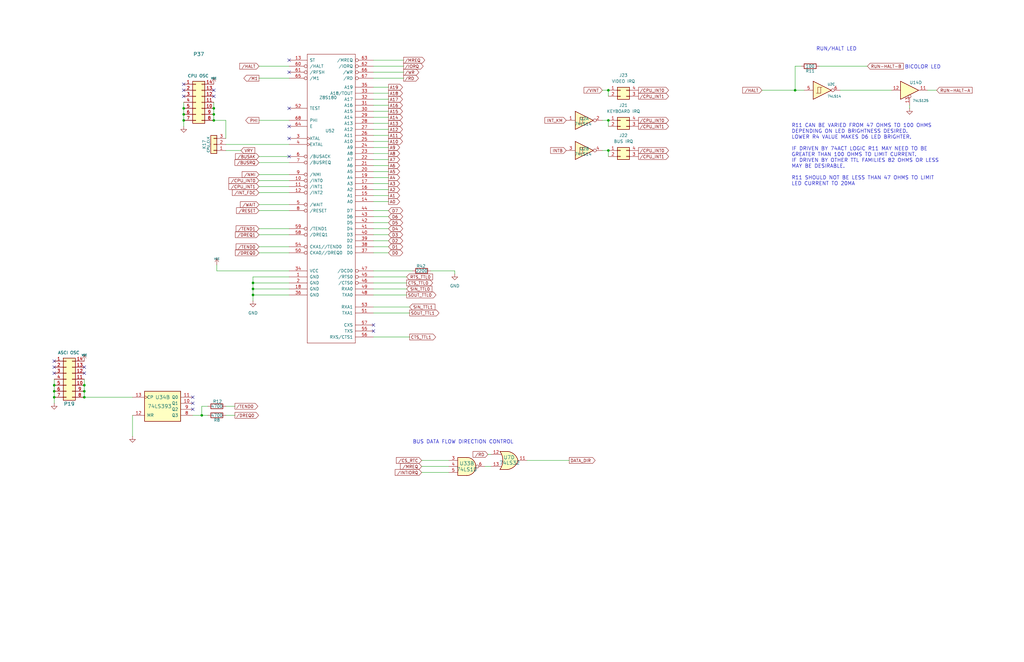
<source format=kicad_sch>
(kicad_sch
	(version 20250114)
	(generator "eeschema")
	(generator_version "9.0")
	(uuid "1c2767a6-ef57-4471-a6c0-e893f549d35a")
	(paper "B")
	(title_block
		(title "N8PC")
		(date "2025-11-26")
		(rev "000.9")
		(comment 1 "https://github.com/danwerner21/N8PC")
		(comment 2 "Based on work by Andrew Lynch and John Coffman")
	)
	(lib_symbols
		(symbol "74xx:74LS10"
			(pin_names
				(offset 1.016)
			)
			(exclude_from_sim no)
			(in_bom yes)
			(on_board yes)
			(property "Reference" "U"
				(at 0 1.27 0)
				(effects
					(font
						(size 1.27 1.27)
					)
				)
			)
			(property "Value" "74LS10"
				(at 0 -1.27 0)
				(effects
					(font
						(size 1.27 1.27)
					)
				)
			)
			(property "Footprint" ""
				(at 0 0 0)
				(effects
					(font
						(size 1.27 1.27)
					)
					(hide yes)
				)
			)
			(property "Datasheet" "http://www.ti.com/lit/gpn/sn74LS10"
				(at 0 0 0)
				(effects
					(font
						(size 1.27 1.27)
					)
					(hide yes)
				)
			)
			(property "Description" "Triple 3-input NAND"
				(at 0 0 0)
				(effects
					(font
						(size 1.27 1.27)
					)
					(hide yes)
				)
			)
			(property "ki_locked" ""
				(at 0 0 0)
				(effects
					(font
						(size 1.27 1.27)
					)
				)
			)
			(property "ki_keywords" "TTL Nand3"
				(at 0 0 0)
				(effects
					(font
						(size 1.27 1.27)
					)
					(hide yes)
				)
			)
			(property "ki_fp_filters" "DIP*W7.62mm*"
				(at 0 0 0)
				(effects
					(font
						(size 1.27 1.27)
					)
					(hide yes)
				)
			)
			(symbol "74LS10_1_1"
				(arc
					(start 0 3.81)
					(mid 3.7934 0)
					(end 0 -3.81)
					(stroke
						(width 0.254)
						(type default)
					)
					(fill
						(type background)
					)
				)
				(polyline
					(pts
						(xy 0 3.81) (xy -3.81 3.81) (xy -3.81 -3.81) (xy 0 -3.81)
					)
					(stroke
						(width 0.254)
						(type default)
					)
					(fill
						(type background)
					)
				)
				(pin input line
					(at -7.62 2.54 0)
					(length 3.81)
					(name "~"
						(effects
							(font
								(size 1.27 1.27)
							)
						)
					)
					(number "1"
						(effects
							(font
								(size 1.27 1.27)
							)
						)
					)
				)
				(pin input line
					(at -7.62 0 0)
					(length 3.81)
					(name "~"
						(effects
							(font
								(size 1.27 1.27)
							)
						)
					)
					(number "2"
						(effects
							(font
								(size 1.27 1.27)
							)
						)
					)
				)
				(pin input line
					(at -7.62 -2.54 0)
					(length 3.81)
					(name "~"
						(effects
							(font
								(size 1.27 1.27)
							)
						)
					)
					(number "13"
						(effects
							(font
								(size 1.27 1.27)
							)
						)
					)
				)
				(pin output inverted
					(at 7.62 0 180)
					(length 3.81)
					(name "~"
						(effects
							(font
								(size 1.27 1.27)
							)
						)
					)
					(number "12"
						(effects
							(font
								(size 1.27 1.27)
							)
						)
					)
				)
			)
			(symbol "74LS10_1_2"
				(arc
					(start -3.81 3.81)
					(mid -2.589 0)
					(end -3.81 -3.81)
					(stroke
						(width 0.254)
						(type default)
					)
					(fill
						(type none)
					)
				)
				(polyline
					(pts
						(xy -3.81 3.81) (xy -0.635 3.81)
					)
					(stroke
						(width 0.254)
						(type default)
					)
					(fill
						(type background)
					)
				)
				(polyline
					(pts
						(xy -3.81 -3.81) (xy -0.635 -3.81)
					)
					(stroke
						(width 0.254)
						(type default)
					)
					(fill
						(type background)
					)
				)
				(arc
					(start 3.81 0)
					(mid 2.1855 -2.584)
					(end -0.6096 -3.81)
					(stroke
						(width 0.254)
						(type default)
					)
					(fill
						(type background)
					)
				)
				(arc
					(start -0.6096 3.81)
					(mid 2.1928 2.5924)
					(end 3.81 0)
					(stroke
						(width 0.254)
						(type default)
					)
					(fill
						(type background)
					)
				)
				(polyline
					(pts
						(xy -0.635 3.81) (xy -3.81 3.81) (xy -3.81 3.81) (xy -3.556 3.4036) (xy -3.0226 2.2606) (xy -2.6924 1.0414)
						(xy -2.6162 -0.254) (xy -2.7686 -1.4986) (xy -3.175 -2.7178) (xy -3.81 -3.81) (xy -3.81 -3.81)
						(xy -0.635 -3.81)
					)
					(stroke
						(width -25.4)
						(type default)
					)
					(fill
						(type background)
					)
				)
				(pin input inverted
					(at -7.62 2.54 0)
					(length 4.318)
					(name "~"
						(effects
							(font
								(size 1.27 1.27)
							)
						)
					)
					(number "1"
						(effects
							(font
								(size 1.27 1.27)
							)
						)
					)
				)
				(pin input inverted
					(at -7.62 0 0)
					(length 4.953)
					(name "~"
						(effects
							(font
								(size 1.27 1.27)
							)
						)
					)
					(number "2"
						(effects
							(font
								(size 1.27 1.27)
							)
						)
					)
				)
				(pin input inverted
					(at -7.62 -2.54 0)
					(length 4.318)
					(name "~"
						(effects
							(font
								(size 1.27 1.27)
							)
						)
					)
					(number "13"
						(effects
							(font
								(size 1.27 1.27)
							)
						)
					)
				)
				(pin output line
					(at 7.62 0 180)
					(length 3.81)
					(name "~"
						(effects
							(font
								(size 1.27 1.27)
							)
						)
					)
					(number "12"
						(effects
							(font
								(size 1.27 1.27)
							)
						)
					)
				)
			)
			(symbol "74LS10_2_1"
				(arc
					(start 0 3.81)
					(mid 3.7934 0)
					(end 0 -3.81)
					(stroke
						(width 0.254)
						(type default)
					)
					(fill
						(type background)
					)
				)
				(polyline
					(pts
						(xy 0 3.81) (xy -3.81 3.81) (xy -3.81 -3.81) (xy 0 -3.81)
					)
					(stroke
						(width 0.254)
						(type default)
					)
					(fill
						(type background)
					)
				)
				(pin input line
					(at -7.62 2.54 0)
					(length 3.81)
					(name "~"
						(effects
							(font
								(size 1.27 1.27)
							)
						)
					)
					(number "3"
						(effects
							(font
								(size 1.27 1.27)
							)
						)
					)
				)
				(pin input line
					(at -7.62 0 0)
					(length 3.81)
					(name "~"
						(effects
							(font
								(size 1.27 1.27)
							)
						)
					)
					(number "4"
						(effects
							(font
								(size 1.27 1.27)
							)
						)
					)
				)
				(pin input line
					(at -7.62 -2.54 0)
					(length 3.81)
					(name "~"
						(effects
							(font
								(size 1.27 1.27)
							)
						)
					)
					(number "5"
						(effects
							(font
								(size 1.27 1.27)
							)
						)
					)
				)
				(pin output inverted
					(at 7.62 0 180)
					(length 3.81)
					(name "~"
						(effects
							(font
								(size 1.27 1.27)
							)
						)
					)
					(number "6"
						(effects
							(font
								(size 1.27 1.27)
							)
						)
					)
				)
			)
			(symbol "74LS10_2_2"
				(arc
					(start -3.81 3.81)
					(mid -2.589 0)
					(end -3.81 -3.81)
					(stroke
						(width 0.254)
						(type default)
					)
					(fill
						(type none)
					)
				)
				(polyline
					(pts
						(xy -3.81 3.81) (xy -0.635 3.81)
					)
					(stroke
						(width 0.254)
						(type default)
					)
					(fill
						(type background)
					)
				)
				(polyline
					(pts
						(xy -3.81 -3.81) (xy -0.635 -3.81)
					)
					(stroke
						(width 0.254)
						(type default)
					)
					(fill
						(type background)
					)
				)
				(arc
					(start 3.81 0)
					(mid 2.1855 -2.584)
					(end -0.6096 -3.81)
					(stroke
						(width 0.254)
						(type default)
					)
					(fill
						(type background)
					)
				)
				(arc
					(start -0.6096 3.81)
					(mid 2.1928 2.5924)
					(end 3.81 0)
					(stroke
						(width 0.254)
						(type default)
					)
					(fill
						(type background)
					)
				)
				(polyline
					(pts
						(xy -0.635 3.81) (xy -3.81 3.81) (xy -3.81 3.81) (xy -3.556 3.4036) (xy -3.0226 2.2606) (xy -2.6924 1.0414)
						(xy -2.6162 -0.254) (xy -2.7686 -1.4986) (xy -3.175 -2.7178) (xy -3.81 -3.81) (xy -3.81 -3.81)
						(xy -0.635 -3.81)
					)
					(stroke
						(width -25.4)
						(type default)
					)
					(fill
						(type background)
					)
				)
				(pin input inverted
					(at -7.62 2.54 0)
					(length 4.318)
					(name "~"
						(effects
							(font
								(size 1.27 1.27)
							)
						)
					)
					(number "3"
						(effects
							(font
								(size 1.27 1.27)
							)
						)
					)
				)
				(pin input inverted
					(at -7.62 0 0)
					(length 4.953)
					(name "~"
						(effects
							(font
								(size 1.27 1.27)
							)
						)
					)
					(number "4"
						(effects
							(font
								(size 1.27 1.27)
							)
						)
					)
				)
				(pin input inverted
					(at -7.62 -2.54 0)
					(length 4.318)
					(name "~"
						(effects
							(font
								(size 1.27 1.27)
							)
						)
					)
					(number "5"
						(effects
							(font
								(size 1.27 1.27)
							)
						)
					)
				)
				(pin output line
					(at 7.62 0 180)
					(length 3.81)
					(name "~"
						(effects
							(font
								(size 1.27 1.27)
							)
						)
					)
					(number "6"
						(effects
							(font
								(size 1.27 1.27)
							)
						)
					)
				)
			)
			(symbol "74LS10_3_1"
				(arc
					(start 0 3.81)
					(mid 3.7934 0)
					(end 0 -3.81)
					(stroke
						(width 0.254)
						(type default)
					)
					(fill
						(type background)
					)
				)
				(polyline
					(pts
						(xy 0 3.81) (xy -3.81 3.81) (xy -3.81 -3.81) (xy 0 -3.81)
					)
					(stroke
						(width 0.254)
						(type default)
					)
					(fill
						(type background)
					)
				)
				(pin input line
					(at -7.62 2.54 0)
					(length 3.81)
					(name "~"
						(effects
							(font
								(size 1.27 1.27)
							)
						)
					)
					(number "9"
						(effects
							(font
								(size 1.27 1.27)
							)
						)
					)
				)
				(pin input line
					(at -7.62 0 0)
					(length 3.81)
					(name "~"
						(effects
							(font
								(size 1.27 1.27)
							)
						)
					)
					(number "10"
						(effects
							(font
								(size 1.27 1.27)
							)
						)
					)
				)
				(pin input line
					(at -7.62 -2.54 0)
					(length 3.81)
					(name "~"
						(effects
							(font
								(size 1.27 1.27)
							)
						)
					)
					(number "11"
						(effects
							(font
								(size 1.27 1.27)
							)
						)
					)
				)
				(pin output inverted
					(at 7.62 0 180)
					(length 3.81)
					(name "~"
						(effects
							(font
								(size 1.27 1.27)
							)
						)
					)
					(number "8"
						(effects
							(font
								(size 1.27 1.27)
							)
						)
					)
				)
			)
			(symbol "74LS10_3_2"
				(arc
					(start -3.81 3.81)
					(mid -2.589 0)
					(end -3.81 -3.81)
					(stroke
						(width 0.254)
						(type default)
					)
					(fill
						(type none)
					)
				)
				(polyline
					(pts
						(xy -3.81 3.81) (xy -0.635 3.81)
					)
					(stroke
						(width 0.254)
						(type default)
					)
					(fill
						(type background)
					)
				)
				(polyline
					(pts
						(xy -3.81 -3.81) (xy -0.635 -3.81)
					)
					(stroke
						(width 0.254)
						(type default)
					)
					(fill
						(type background)
					)
				)
				(arc
					(start 3.81 0)
					(mid 2.1855 -2.584)
					(end -0.6096 -3.81)
					(stroke
						(width 0.254)
						(type default)
					)
					(fill
						(type background)
					)
				)
				(arc
					(start -0.6096 3.81)
					(mid 2.1928 2.5924)
					(end 3.81 0)
					(stroke
						(width 0.254)
						(type default)
					)
					(fill
						(type background)
					)
				)
				(polyline
					(pts
						(xy -0.635 3.81) (xy -3.81 3.81) (xy -3.81 3.81) (xy -3.556 3.4036) (xy -3.0226 2.2606) (xy -2.6924 1.0414)
						(xy -2.6162 -0.254) (xy -2.7686 -1.4986) (xy -3.175 -2.7178) (xy -3.81 -3.81) (xy -3.81 -3.81)
						(xy -0.635 -3.81)
					)
					(stroke
						(width -25.4)
						(type default)
					)
					(fill
						(type background)
					)
				)
				(pin input inverted
					(at -7.62 2.54 0)
					(length 4.318)
					(name "~"
						(effects
							(font
								(size 1.27 1.27)
							)
						)
					)
					(number "9"
						(effects
							(font
								(size 1.27 1.27)
							)
						)
					)
				)
				(pin input inverted
					(at -7.62 0 0)
					(length 4.953)
					(name "~"
						(effects
							(font
								(size 1.27 1.27)
							)
						)
					)
					(number "10"
						(effects
							(font
								(size 1.27 1.27)
							)
						)
					)
				)
				(pin input inverted
					(at -7.62 -2.54 0)
					(length 4.318)
					(name "~"
						(effects
							(font
								(size 1.27 1.27)
							)
						)
					)
					(number "11"
						(effects
							(font
								(size 1.27 1.27)
							)
						)
					)
				)
				(pin output line
					(at 7.62 0 180)
					(length 3.81)
					(name "~"
						(effects
							(font
								(size 1.27 1.27)
							)
						)
					)
					(number "8"
						(effects
							(font
								(size 1.27 1.27)
							)
						)
					)
				)
			)
			(symbol "74LS10_4_0"
				(pin power_in line
					(at 0 12.7 270)
					(length 5.08)
					(name "VCC"
						(effects
							(font
								(size 1.27 1.27)
							)
						)
					)
					(number "14"
						(effects
							(font
								(size 1.27 1.27)
							)
						)
					)
				)
				(pin power_in line
					(at 0 -12.7 90)
					(length 5.08)
					(name "GND"
						(effects
							(font
								(size 1.27 1.27)
							)
						)
					)
					(number "7"
						(effects
							(font
								(size 1.27 1.27)
							)
						)
					)
				)
			)
			(symbol "74LS10_4_1"
				(rectangle
					(start -5.08 7.62)
					(end 5.08 -7.62)
					(stroke
						(width 0.254)
						(type default)
					)
					(fill
						(type background)
					)
				)
			)
			(embedded_fonts no)
		)
		(symbol "74xx:74LS125"
			(pin_names
				(offset 1.016)
			)
			(exclude_from_sim no)
			(in_bom yes)
			(on_board yes)
			(property "Reference" "U"
				(at 0 1.27 0)
				(effects
					(font
						(size 1.27 1.27)
					)
				)
			)
			(property "Value" "74LS125"
				(at 0 -1.27 0)
				(effects
					(font
						(size 1.27 1.27)
					)
				)
			)
			(property "Footprint" ""
				(at 0 0 0)
				(effects
					(font
						(size 1.27 1.27)
					)
					(hide yes)
				)
			)
			(property "Datasheet" "http://www.ti.com/lit/gpn/sn74LS125"
				(at 0 0 0)
				(effects
					(font
						(size 1.27 1.27)
					)
					(hide yes)
				)
			)
			(property "Description" "Quad buffer 3-State outputs"
				(at 0 0 0)
				(effects
					(font
						(size 1.27 1.27)
					)
					(hide yes)
				)
			)
			(property "ki_locked" ""
				(at 0 0 0)
				(effects
					(font
						(size 1.27 1.27)
					)
				)
			)
			(property "ki_keywords" "TTL buffer 3State"
				(at 0 0 0)
				(effects
					(font
						(size 1.27 1.27)
					)
					(hide yes)
				)
			)
			(property "ki_fp_filters" "DIP*W7.62mm*"
				(at 0 0 0)
				(effects
					(font
						(size 1.27 1.27)
					)
					(hide yes)
				)
			)
			(symbol "74LS125_1_0"
				(polyline
					(pts
						(xy -3.81 3.81) (xy -3.81 -3.81) (xy 3.81 0) (xy -3.81 3.81)
					)
					(stroke
						(width 0.254)
						(type default)
					)
					(fill
						(type background)
					)
				)
				(pin input line
					(at -7.62 0 0)
					(length 3.81)
					(name "~"
						(effects
							(font
								(size 1.27 1.27)
							)
						)
					)
					(number "2"
						(effects
							(font
								(size 1.27 1.27)
							)
						)
					)
				)
				(pin input inverted
					(at 0 -6.35 90)
					(length 4.445)
					(name "~"
						(effects
							(font
								(size 1.27 1.27)
							)
						)
					)
					(number "1"
						(effects
							(font
								(size 1.27 1.27)
							)
						)
					)
				)
				(pin tri_state line
					(at 7.62 0 180)
					(length 3.81)
					(name "~"
						(effects
							(font
								(size 1.27 1.27)
							)
						)
					)
					(number "3"
						(effects
							(font
								(size 1.27 1.27)
							)
						)
					)
				)
			)
			(symbol "74LS125_2_0"
				(polyline
					(pts
						(xy -3.81 3.81) (xy -3.81 -3.81) (xy 3.81 0) (xy -3.81 3.81)
					)
					(stroke
						(width 0.254)
						(type default)
					)
					(fill
						(type background)
					)
				)
				(pin input line
					(at -7.62 0 0)
					(length 3.81)
					(name "~"
						(effects
							(font
								(size 1.27 1.27)
							)
						)
					)
					(number "5"
						(effects
							(font
								(size 1.27 1.27)
							)
						)
					)
				)
				(pin input inverted
					(at 0 -6.35 90)
					(length 4.445)
					(name "~"
						(effects
							(font
								(size 1.27 1.27)
							)
						)
					)
					(number "4"
						(effects
							(font
								(size 1.27 1.27)
							)
						)
					)
				)
				(pin tri_state line
					(at 7.62 0 180)
					(length 3.81)
					(name "~"
						(effects
							(font
								(size 1.27 1.27)
							)
						)
					)
					(number "6"
						(effects
							(font
								(size 1.27 1.27)
							)
						)
					)
				)
			)
			(symbol "74LS125_3_0"
				(polyline
					(pts
						(xy -3.81 3.81) (xy -3.81 -3.81) (xy 3.81 0) (xy -3.81 3.81)
					)
					(stroke
						(width 0.254)
						(type default)
					)
					(fill
						(type background)
					)
				)
				(pin input line
					(at -7.62 0 0)
					(length 3.81)
					(name "~"
						(effects
							(font
								(size 1.27 1.27)
							)
						)
					)
					(number "9"
						(effects
							(font
								(size 1.27 1.27)
							)
						)
					)
				)
				(pin input inverted
					(at 0 -6.35 90)
					(length 4.445)
					(name "~"
						(effects
							(font
								(size 1.27 1.27)
							)
						)
					)
					(number "10"
						(effects
							(font
								(size 1.27 1.27)
							)
						)
					)
				)
				(pin tri_state line
					(at 7.62 0 180)
					(length 3.81)
					(name "~"
						(effects
							(font
								(size 1.27 1.27)
							)
						)
					)
					(number "8"
						(effects
							(font
								(size 1.27 1.27)
							)
						)
					)
				)
			)
			(symbol "74LS125_4_0"
				(polyline
					(pts
						(xy -3.81 3.81) (xy -3.81 -3.81) (xy 3.81 0) (xy -3.81 3.81)
					)
					(stroke
						(width 0.254)
						(type default)
					)
					(fill
						(type background)
					)
				)
				(pin input line
					(at -7.62 0 0)
					(length 3.81)
					(name "~"
						(effects
							(font
								(size 1.27 1.27)
							)
						)
					)
					(number "12"
						(effects
							(font
								(size 1.27 1.27)
							)
						)
					)
				)
				(pin input inverted
					(at 0 -6.35 90)
					(length 4.445)
					(name "~"
						(effects
							(font
								(size 1.27 1.27)
							)
						)
					)
					(number "13"
						(effects
							(font
								(size 1.27 1.27)
							)
						)
					)
				)
				(pin tri_state line
					(at 7.62 0 180)
					(length 3.81)
					(name "~"
						(effects
							(font
								(size 1.27 1.27)
							)
						)
					)
					(number "11"
						(effects
							(font
								(size 1.27 1.27)
							)
						)
					)
				)
			)
			(symbol "74LS125_5_0"
				(pin power_in line
					(at 0 12.7 270)
					(length 5.08)
					(name "VCC"
						(effects
							(font
								(size 1.27 1.27)
							)
						)
					)
					(number "14"
						(effects
							(font
								(size 1.27 1.27)
							)
						)
					)
				)
				(pin power_in line
					(at 0 -12.7 90)
					(length 5.08)
					(name "GND"
						(effects
							(font
								(size 1.27 1.27)
							)
						)
					)
					(number "7"
						(effects
							(font
								(size 1.27 1.27)
							)
						)
					)
				)
			)
			(symbol "74LS125_5_1"
				(rectangle
					(start -5.08 7.62)
					(end 5.08 -7.62)
					(stroke
						(width 0.254)
						(type default)
					)
					(fill
						(type background)
					)
				)
			)
			(embedded_fonts no)
		)
		(symbol "74xx:74LS14"
			(pin_names
				(offset 1.016)
			)
			(exclude_from_sim no)
			(in_bom yes)
			(on_board yes)
			(property "Reference" "U"
				(at 0 1.27 0)
				(effects
					(font
						(size 1.27 1.27)
					)
				)
			)
			(property "Value" "74LS14"
				(at 0 -1.27 0)
				(effects
					(font
						(size 1.27 1.27)
					)
				)
			)
			(property "Footprint" ""
				(at 0 0 0)
				(effects
					(font
						(size 1.27 1.27)
					)
					(hide yes)
				)
			)
			(property "Datasheet" "http://www.ti.com/lit/gpn/sn74LS14"
				(at 0 0 0)
				(effects
					(font
						(size 1.27 1.27)
					)
					(hide yes)
				)
			)
			(property "Description" "Hex inverter schmitt trigger"
				(at 0 0 0)
				(effects
					(font
						(size 1.27 1.27)
					)
					(hide yes)
				)
			)
			(property "ki_locked" ""
				(at 0 0 0)
				(effects
					(font
						(size 1.27 1.27)
					)
				)
			)
			(property "ki_keywords" "TTL not inverter"
				(at 0 0 0)
				(effects
					(font
						(size 1.27 1.27)
					)
					(hide yes)
				)
			)
			(property "ki_fp_filters" "DIP*W7.62mm*"
				(at 0 0 0)
				(effects
					(font
						(size 1.27 1.27)
					)
					(hide yes)
				)
			)
			(symbol "74LS14_1_0"
				(polyline
					(pts
						(xy -3.81 3.81) (xy -3.81 -3.81) (xy 3.81 0) (xy -3.81 3.81)
					)
					(stroke
						(width 0.254)
						(type default)
					)
					(fill
						(type background)
					)
				)
				(pin input line
					(at -7.62 0 0)
					(length 3.81)
					(name "~"
						(effects
							(font
								(size 1.27 1.27)
							)
						)
					)
					(number "1"
						(effects
							(font
								(size 1.27 1.27)
							)
						)
					)
				)
				(pin output inverted
					(at 7.62 0 180)
					(length 3.81)
					(name "~"
						(effects
							(font
								(size 1.27 1.27)
							)
						)
					)
					(number "2"
						(effects
							(font
								(size 1.27 1.27)
							)
						)
					)
				)
			)
			(symbol "74LS14_1_1"
				(polyline
					(pts
						(xy -2.54 -1.27) (xy -0.635 -1.27) (xy -0.635 1.27) (xy 0 1.27)
					)
					(stroke
						(width 0)
						(type default)
					)
					(fill
						(type none)
					)
				)
				(polyline
					(pts
						(xy -1.905 -1.27) (xy -1.905 1.27) (xy -0.635 1.27)
					)
					(stroke
						(width 0)
						(type default)
					)
					(fill
						(type none)
					)
				)
			)
			(symbol "74LS14_2_0"
				(polyline
					(pts
						(xy -3.81 3.81) (xy -3.81 -3.81) (xy 3.81 0) (xy -3.81 3.81)
					)
					(stroke
						(width 0.254)
						(type default)
					)
					(fill
						(type background)
					)
				)
				(pin input line
					(at -7.62 0 0)
					(length 3.81)
					(name "~"
						(effects
							(font
								(size 1.27 1.27)
							)
						)
					)
					(number "3"
						(effects
							(font
								(size 1.27 1.27)
							)
						)
					)
				)
				(pin output inverted
					(at 7.62 0 180)
					(length 3.81)
					(name "~"
						(effects
							(font
								(size 1.27 1.27)
							)
						)
					)
					(number "4"
						(effects
							(font
								(size 1.27 1.27)
							)
						)
					)
				)
			)
			(symbol "74LS14_2_1"
				(polyline
					(pts
						(xy -2.54 -1.27) (xy -0.635 -1.27) (xy -0.635 1.27) (xy 0 1.27)
					)
					(stroke
						(width 0)
						(type default)
					)
					(fill
						(type none)
					)
				)
				(polyline
					(pts
						(xy -1.905 -1.27) (xy -1.905 1.27) (xy -0.635 1.27)
					)
					(stroke
						(width 0)
						(type default)
					)
					(fill
						(type none)
					)
				)
			)
			(symbol "74LS14_3_0"
				(polyline
					(pts
						(xy -3.81 3.81) (xy -3.81 -3.81) (xy 3.81 0) (xy -3.81 3.81)
					)
					(stroke
						(width 0.254)
						(type default)
					)
					(fill
						(type background)
					)
				)
				(pin input line
					(at -7.62 0 0)
					(length 3.81)
					(name "~"
						(effects
							(font
								(size 1.27 1.27)
							)
						)
					)
					(number "5"
						(effects
							(font
								(size 1.27 1.27)
							)
						)
					)
				)
				(pin output inverted
					(at 7.62 0 180)
					(length 3.81)
					(name "~"
						(effects
							(font
								(size 1.27 1.27)
							)
						)
					)
					(number "6"
						(effects
							(font
								(size 1.27 1.27)
							)
						)
					)
				)
			)
			(symbol "74LS14_3_1"
				(polyline
					(pts
						(xy -2.54 -1.27) (xy -0.635 -1.27) (xy -0.635 1.27) (xy 0 1.27)
					)
					(stroke
						(width 0)
						(type default)
					)
					(fill
						(type none)
					)
				)
				(polyline
					(pts
						(xy -1.905 -1.27) (xy -1.905 1.27) (xy -0.635 1.27)
					)
					(stroke
						(width 0)
						(type default)
					)
					(fill
						(type none)
					)
				)
			)
			(symbol "74LS14_4_0"
				(polyline
					(pts
						(xy -3.81 3.81) (xy -3.81 -3.81) (xy 3.81 0) (xy -3.81 3.81)
					)
					(stroke
						(width 0.254)
						(type default)
					)
					(fill
						(type background)
					)
				)
				(pin input line
					(at -7.62 0 0)
					(length 3.81)
					(name "~"
						(effects
							(font
								(size 1.27 1.27)
							)
						)
					)
					(number "9"
						(effects
							(font
								(size 1.27 1.27)
							)
						)
					)
				)
				(pin output inverted
					(at 7.62 0 180)
					(length 3.81)
					(name "~"
						(effects
							(font
								(size 1.27 1.27)
							)
						)
					)
					(number "8"
						(effects
							(font
								(size 1.27 1.27)
							)
						)
					)
				)
			)
			(symbol "74LS14_4_1"
				(polyline
					(pts
						(xy -2.54 -1.27) (xy -0.635 -1.27) (xy -0.635 1.27) (xy 0 1.27)
					)
					(stroke
						(width 0)
						(type default)
					)
					(fill
						(type none)
					)
				)
				(polyline
					(pts
						(xy -1.905 -1.27) (xy -1.905 1.27) (xy -0.635 1.27)
					)
					(stroke
						(width 0)
						(type default)
					)
					(fill
						(type none)
					)
				)
			)
			(symbol "74LS14_5_0"
				(polyline
					(pts
						(xy -3.81 3.81) (xy -3.81 -3.81) (xy 3.81 0) (xy -3.81 3.81)
					)
					(stroke
						(width 0.254)
						(type default)
					)
					(fill
						(type background)
					)
				)
				(pin input line
					(at -7.62 0 0)
					(length 3.81)
					(name "~"
						(effects
							(font
								(size 1.27 1.27)
							)
						)
					)
					(number "11"
						(effects
							(font
								(size 1.27 1.27)
							)
						)
					)
				)
				(pin output inverted
					(at 7.62 0 180)
					(length 3.81)
					(name "~"
						(effects
							(font
								(size 1.27 1.27)
							)
						)
					)
					(number "10"
						(effects
							(font
								(size 1.27 1.27)
							)
						)
					)
				)
			)
			(symbol "74LS14_5_1"
				(polyline
					(pts
						(xy -2.54 -1.27) (xy -0.635 -1.27) (xy -0.635 1.27) (xy 0 1.27)
					)
					(stroke
						(width 0)
						(type default)
					)
					(fill
						(type none)
					)
				)
				(polyline
					(pts
						(xy -1.905 -1.27) (xy -1.905 1.27) (xy -0.635 1.27)
					)
					(stroke
						(width 0)
						(type default)
					)
					(fill
						(type none)
					)
				)
			)
			(symbol "74LS14_6_0"
				(polyline
					(pts
						(xy -3.81 3.81) (xy -3.81 -3.81) (xy 3.81 0) (xy -3.81 3.81)
					)
					(stroke
						(width 0.254)
						(type default)
					)
					(fill
						(type background)
					)
				)
				(pin input line
					(at -7.62 0 0)
					(length 3.81)
					(name "~"
						(effects
							(font
								(size 1.27 1.27)
							)
						)
					)
					(number "13"
						(effects
							(font
								(size 1.27 1.27)
							)
						)
					)
				)
				(pin output inverted
					(at 7.62 0 180)
					(length 3.81)
					(name "~"
						(effects
							(font
								(size 1.27 1.27)
							)
						)
					)
					(number "12"
						(effects
							(font
								(size 1.27 1.27)
							)
						)
					)
				)
			)
			(symbol "74LS14_6_1"
				(polyline
					(pts
						(xy -2.54 -1.27) (xy -0.635 -1.27) (xy -0.635 1.27) (xy 0 1.27)
					)
					(stroke
						(width 0)
						(type default)
					)
					(fill
						(type none)
					)
				)
				(polyline
					(pts
						(xy -1.905 -1.27) (xy -1.905 1.27) (xy -0.635 1.27)
					)
					(stroke
						(width 0)
						(type default)
					)
					(fill
						(type none)
					)
				)
			)
			(symbol "74LS14_7_0"
				(pin power_in line
					(at 0 12.7 270)
					(length 5.08)
					(name "VCC"
						(effects
							(font
								(size 1.27 1.27)
							)
						)
					)
					(number "14"
						(effects
							(font
								(size 1.27 1.27)
							)
						)
					)
				)
				(pin power_in line
					(at 0 -12.7 90)
					(length 5.08)
					(name "GND"
						(effects
							(font
								(size 1.27 1.27)
							)
						)
					)
					(number "7"
						(effects
							(font
								(size 1.27 1.27)
							)
						)
					)
				)
			)
			(symbol "74LS14_7_1"
				(rectangle
					(start -5.08 7.62)
					(end 5.08 -7.62)
					(stroke
						(width 0.254)
						(type default)
					)
					(fill
						(type background)
					)
				)
			)
			(embedded_fonts no)
		)
		(symbol "74xx:74LS32"
			(pin_names
				(offset 1.016)
			)
			(exclude_from_sim no)
			(in_bom yes)
			(on_board yes)
			(property "Reference" "U"
				(at 0 1.27 0)
				(effects
					(font
						(size 1.27 1.27)
					)
				)
			)
			(property "Value" "74LS32"
				(at 0 -1.27 0)
				(effects
					(font
						(size 1.27 1.27)
					)
				)
			)
			(property "Footprint" ""
				(at 0 0 0)
				(effects
					(font
						(size 1.27 1.27)
					)
					(hide yes)
				)
			)
			(property "Datasheet" "http://www.ti.com/lit/gpn/sn74LS32"
				(at 0 0 0)
				(effects
					(font
						(size 1.27 1.27)
					)
					(hide yes)
				)
			)
			(property "Description" "Quad 2-input OR"
				(at 0 0 0)
				(effects
					(font
						(size 1.27 1.27)
					)
					(hide yes)
				)
			)
			(property "ki_locked" ""
				(at 0 0 0)
				(effects
					(font
						(size 1.27 1.27)
					)
				)
			)
			(property "ki_keywords" "TTL Or2"
				(at 0 0 0)
				(effects
					(font
						(size 1.27 1.27)
					)
					(hide yes)
				)
			)
			(property "ki_fp_filters" "DIP?14*"
				(at 0 0 0)
				(effects
					(font
						(size 1.27 1.27)
					)
					(hide yes)
				)
			)
			(symbol "74LS32_1_1"
				(arc
					(start -3.81 3.81)
					(mid -2.589 0)
					(end -3.81 -3.81)
					(stroke
						(width 0.254)
						(type default)
					)
					(fill
						(type none)
					)
				)
				(polyline
					(pts
						(xy -3.81 3.81) (xy -0.635 3.81)
					)
					(stroke
						(width 0.254)
						(type default)
					)
					(fill
						(type background)
					)
				)
				(polyline
					(pts
						(xy -3.81 -3.81) (xy -0.635 -3.81)
					)
					(stroke
						(width 0.254)
						(type default)
					)
					(fill
						(type background)
					)
				)
				(arc
					(start 3.81 0)
					(mid 2.1855 -2.584)
					(end -0.6096 -3.81)
					(stroke
						(width 0.254)
						(type default)
					)
					(fill
						(type background)
					)
				)
				(arc
					(start -0.6096 3.81)
					(mid 2.1928 2.5924)
					(end 3.81 0)
					(stroke
						(width 0.254)
						(type default)
					)
					(fill
						(type background)
					)
				)
				(polyline
					(pts
						(xy -0.635 3.81) (xy -3.81 3.81) (xy -3.81 3.81) (xy -3.556 3.4036) (xy -3.0226 2.2606) (xy -2.6924 1.0414)
						(xy -2.6162 -0.254) (xy -2.7686 -1.4986) (xy -3.175 -2.7178) (xy -3.81 -3.81) (xy -3.81 -3.81)
						(xy -0.635 -3.81)
					)
					(stroke
						(width -25.4)
						(type default)
					)
					(fill
						(type background)
					)
				)
				(pin input line
					(at -7.62 2.54 0)
					(length 4.318)
					(name "~"
						(effects
							(font
								(size 1.27 1.27)
							)
						)
					)
					(number "1"
						(effects
							(font
								(size 1.27 1.27)
							)
						)
					)
				)
				(pin input line
					(at -7.62 -2.54 0)
					(length 4.318)
					(name "~"
						(effects
							(font
								(size 1.27 1.27)
							)
						)
					)
					(number "2"
						(effects
							(font
								(size 1.27 1.27)
							)
						)
					)
				)
				(pin output line
					(at 7.62 0 180)
					(length 3.81)
					(name "~"
						(effects
							(font
								(size 1.27 1.27)
							)
						)
					)
					(number "3"
						(effects
							(font
								(size 1.27 1.27)
							)
						)
					)
				)
			)
			(symbol "74LS32_1_2"
				(arc
					(start 0 3.81)
					(mid 3.7934 0)
					(end 0 -3.81)
					(stroke
						(width 0.254)
						(type default)
					)
					(fill
						(type background)
					)
				)
				(polyline
					(pts
						(xy 0 3.81) (xy -3.81 3.81) (xy -3.81 -3.81) (xy 0 -3.81)
					)
					(stroke
						(width 0.254)
						(type default)
					)
					(fill
						(type background)
					)
				)
				(pin input inverted
					(at -7.62 2.54 0)
					(length 3.81)
					(name "~"
						(effects
							(font
								(size 1.27 1.27)
							)
						)
					)
					(number "1"
						(effects
							(font
								(size 1.27 1.27)
							)
						)
					)
				)
				(pin input inverted
					(at -7.62 -2.54 0)
					(length 3.81)
					(name "~"
						(effects
							(font
								(size 1.27 1.27)
							)
						)
					)
					(number "2"
						(effects
							(font
								(size 1.27 1.27)
							)
						)
					)
				)
				(pin output inverted
					(at 7.62 0 180)
					(length 3.81)
					(name "~"
						(effects
							(font
								(size 1.27 1.27)
							)
						)
					)
					(number "3"
						(effects
							(font
								(size 1.27 1.27)
							)
						)
					)
				)
			)
			(symbol "74LS32_2_1"
				(arc
					(start -3.81 3.81)
					(mid -2.589 0)
					(end -3.81 -3.81)
					(stroke
						(width 0.254)
						(type default)
					)
					(fill
						(type none)
					)
				)
				(polyline
					(pts
						(xy -3.81 3.81) (xy -0.635 3.81)
					)
					(stroke
						(width 0.254)
						(type default)
					)
					(fill
						(type background)
					)
				)
				(polyline
					(pts
						(xy -3.81 -3.81) (xy -0.635 -3.81)
					)
					(stroke
						(width 0.254)
						(type default)
					)
					(fill
						(type background)
					)
				)
				(arc
					(start 3.81 0)
					(mid 2.1855 -2.584)
					(end -0.6096 -3.81)
					(stroke
						(width 0.254)
						(type default)
					)
					(fill
						(type background)
					)
				)
				(arc
					(start -0.6096 3.81)
					(mid 2.1928 2.5924)
					(end 3.81 0)
					(stroke
						(width 0.254)
						(type default)
					)
					(fill
						(type background)
					)
				)
				(polyline
					(pts
						(xy -0.635 3.81) (xy -3.81 3.81) (xy -3.81 3.81) (xy -3.556 3.4036) (xy -3.0226 2.2606) (xy -2.6924 1.0414)
						(xy -2.6162 -0.254) (xy -2.7686 -1.4986) (xy -3.175 -2.7178) (xy -3.81 -3.81) (xy -3.81 -3.81)
						(xy -0.635 -3.81)
					)
					(stroke
						(width -25.4)
						(type default)
					)
					(fill
						(type background)
					)
				)
				(pin input line
					(at -7.62 2.54 0)
					(length 4.318)
					(name "~"
						(effects
							(font
								(size 1.27 1.27)
							)
						)
					)
					(number "4"
						(effects
							(font
								(size 1.27 1.27)
							)
						)
					)
				)
				(pin input line
					(at -7.62 -2.54 0)
					(length 4.318)
					(name "~"
						(effects
							(font
								(size 1.27 1.27)
							)
						)
					)
					(number "5"
						(effects
							(font
								(size 1.27 1.27)
							)
						)
					)
				)
				(pin output line
					(at 7.62 0 180)
					(length 3.81)
					(name "~"
						(effects
							(font
								(size 1.27 1.27)
							)
						)
					)
					(number "6"
						(effects
							(font
								(size 1.27 1.27)
							)
						)
					)
				)
			)
			(symbol "74LS32_2_2"
				(arc
					(start 0 3.81)
					(mid 3.7934 0)
					(end 0 -3.81)
					(stroke
						(width 0.254)
						(type default)
					)
					(fill
						(type background)
					)
				)
				(polyline
					(pts
						(xy 0 3.81) (xy -3.81 3.81) (xy -3.81 -3.81) (xy 0 -3.81)
					)
					(stroke
						(width 0.254)
						(type default)
					)
					(fill
						(type background)
					)
				)
				(pin input inverted
					(at -7.62 2.54 0)
					(length 3.81)
					(name "~"
						(effects
							(font
								(size 1.27 1.27)
							)
						)
					)
					(number "4"
						(effects
							(font
								(size 1.27 1.27)
							)
						)
					)
				)
				(pin input inverted
					(at -7.62 -2.54 0)
					(length 3.81)
					(name "~"
						(effects
							(font
								(size 1.27 1.27)
							)
						)
					)
					(number "5"
						(effects
							(font
								(size 1.27 1.27)
							)
						)
					)
				)
				(pin output inverted
					(at 7.62 0 180)
					(length 3.81)
					(name "~"
						(effects
							(font
								(size 1.27 1.27)
							)
						)
					)
					(number "6"
						(effects
							(font
								(size 1.27 1.27)
							)
						)
					)
				)
			)
			(symbol "74LS32_3_1"
				(arc
					(start -3.81 3.81)
					(mid -2.589 0)
					(end -3.81 -3.81)
					(stroke
						(width 0.254)
						(type default)
					)
					(fill
						(type none)
					)
				)
				(polyline
					(pts
						(xy -3.81 3.81) (xy -0.635 3.81)
					)
					(stroke
						(width 0.254)
						(type default)
					)
					(fill
						(type background)
					)
				)
				(polyline
					(pts
						(xy -3.81 -3.81) (xy -0.635 -3.81)
					)
					(stroke
						(width 0.254)
						(type default)
					)
					(fill
						(type background)
					)
				)
				(arc
					(start 3.81 0)
					(mid 2.1855 -2.584)
					(end -0.6096 -3.81)
					(stroke
						(width 0.254)
						(type default)
					)
					(fill
						(type background)
					)
				)
				(arc
					(start -0.6096 3.81)
					(mid 2.1928 2.5924)
					(end 3.81 0)
					(stroke
						(width 0.254)
						(type default)
					)
					(fill
						(type background)
					)
				)
				(polyline
					(pts
						(xy -0.635 3.81) (xy -3.81 3.81) (xy -3.81 3.81) (xy -3.556 3.4036) (xy -3.0226 2.2606) (xy -2.6924 1.0414)
						(xy -2.6162 -0.254) (xy -2.7686 -1.4986) (xy -3.175 -2.7178) (xy -3.81 -3.81) (xy -3.81 -3.81)
						(xy -0.635 -3.81)
					)
					(stroke
						(width -25.4)
						(type default)
					)
					(fill
						(type background)
					)
				)
				(pin input line
					(at -7.62 2.54 0)
					(length 4.318)
					(name "~"
						(effects
							(font
								(size 1.27 1.27)
							)
						)
					)
					(number "9"
						(effects
							(font
								(size 1.27 1.27)
							)
						)
					)
				)
				(pin input line
					(at -7.62 -2.54 0)
					(length 4.318)
					(name "~"
						(effects
							(font
								(size 1.27 1.27)
							)
						)
					)
					(number "10"
						(effects
							(font
								(size 1.27 1.27)
							)
						)
					)
				)
				(pin output line
					(at 7.62 0 180)
					(length 3.81)
					(name "~"
						(effects
							(font
								(size 1.27 1.27)
							)
						)
					)
					(number "8"
						(effects
							(font
								(size 1.27 1.27)
							)
						)
					)
				)
			)
			(symbol "74LS32_3_2"
				(arc
					(start 0 3.81)
					(mid 3.7934 0)
					(end 0 -3.81)
					(stroke
						(width 0.254)
						(type default)
					)
					(fill
						(type background)
					)
				)
				(polyline
					(pts
						(xy 0 3.81) (xy -3.81 3.81) (xy -3.81 -3.81) (xy 0 -3.81)
					)
					(stroke
						(width 0.254)
						(type default)
					)
					(fill
						(type background)
					)
				)
				(pin input inverted
					(at -7.62 2.54 0)
					(length 3.81)
					(name "~"
						(effects
							(font
								(size 1.27 1.27)
							)
						)
					)
					(number "9"
						(effects
							(font
								(size 1.27 1.27)
							)
						)
					)
				)
				(pin input inverted
					(at -7.62 -2.54 0)
					(length 3.81)
					(name "~"
						(effects
							(font
								(size 1.27 1.27)
							)
						)
					)
					(number "10"
						(effects
							(font
								(size 1.27 1.27)
							)
						)
					)
				)
				(pin output inverted
					(at 7.62 0 180)
					(length 3.81)
					(name "~"
						(effects
							(font
								(size 1.27 1.27)
							)
						)
					)
					(number "8"
						(effects
							(font
								(size 1.27 1.27)
							)
						)
					)
				)
			)
			(symbol "74LS32_4_1"
				(arc
					(start -3.81 3.81)
					(mid -2.589 0)
					(end -3.81 -3.81)
					(stroke
						(width 0.254)
						(type default)
					)
					(fill
						(type none)
					)
				)
				(polyline
					(pts
						(xy -3.81 3.81) (xy -0.635 3.81)
					)
					(stroke
						(width 0.254)
						(type default)
					)
					(fill
						(type background)
					)
				)
				(polyline
					(pts
						(xy -3.81 -3.81) (xy -0.635 -3.81)
					)
					(stroke
						(width 0.254)
						(type default)
					)
					(fill
						(type background)
					)
				)
				(arc
					(start 3.81 0)
					(mid 2.1855 -2.584)
					(end -0.6096 -3.81)
					(stroke
						(width 0.254)
						(type default)
					)
					(fill
						(type background)
					)
				)
				(arc
					(start -0.6096 3.81)
					(mid 2.1928 2.5924)
					(end 3.81 0)
					(stroke
						(width 0.254)
						(type default)
					)
					(fill
						(type background)
					)
				)
				(polyline
					(pts
						(xy -0.635 3.81) (xy -3.81 3.81) (xy -3.81 3.81) (xy -3.556 3.4036) (xy -3.0226 2.2606) (xy -2.6924 1.0414)
						(xy -2.6162 -0.254) (xy -2.7686 -1.4986) (xy -3.175 -2.7178) (xy -3.81 -3.81) (xy -3.81 -3.81)
						(xy -0.635 -3.81)
					)
					(stroke
						(width -25.4)
						(type default)
					)
					(fill
						(type background)
					)
				)
				(pin input line
					(at -7.62 2.54 0)
					(length 4.318)
					(name "~"
						(effects
							(font
								(size 1.27 1.27)
							)
						)
					)
					(number "12"
						(effects
							(font
								(size 1.27 1.27)
							)
						)
					)
				)
				(pin input line
					(at -7.62 -2.54 0)
					(length 4.318)
					(name "~"
						(effects
							(font
								(size 1.27 1.27)
							)
						)
					)
					(number "13"
						(effects
							(font
								(size 1.27 1.27)
							)
						)
					)
				)
				(pin output line
					(at 7.62 0 180)
					(length 3.81)
					(name "~"
						(effects
							(font
								(size 1.27 1.27)
							)
						)
					)
					(number "11"
						(effects
							(font
								(size 1.27 1.27)
							)
						)
					)
				)
			)
			(symbol "74LS32_4_2"
				(arc
					(start 0 3.81)
					(mid 3.7934 0)
					(end 0 -3.81)
					(stroke
						(width 0.254)
						(type default)
					)
					(fill
						(type background)
					)
				)
				(polyline
					(pts
						(xy 0 3.81) (xy -3.81 3.81) (xy -3.81 -3.81) (xy 0 -3.81)
					)
					(stroke
						(width 0.254)
						(type default)
					)
					(fill
						(type background)
					)
				)
				(pin input inverted
					(at -7.62 2.54 0)
					(length 3.81)
					(name "~"
						(effects
							(font
								(size 1.27 1.27)
							)
						)
					)
					(number "12"
						(effects
							(font
								(size 1.27 1.27)
							)
						)
					)
				)
				(pin input inverted
					(at -7.62 -2.54 0)
					(length 3.81)
					(name "~"
						(effects
							(font
								(size 1.27 1.27)
							)
						)
					)
					(number "13"
						(effects
							(font
								(size 1.27 1.27)
							)
						)
					)
				)
				(pin output inverted
					(at 7.62 0 180)
					(length 3.81)
					(name "~"
						(effects
							(font
								(size 1.27 1.27)
							)
						)
					)
					(number "11"
						(effects
							(font
								(size 1.27 1.27)
							)
						)
					)
				)
			)
			(symbol "74LS32_5_0"
				(pin power_in line
					(at 0 12.7 270)
					(length 5.08)
					(name "VCC"
						(effects
							(font
								(size 1.27 1.27)
							)
						)
					)
					(number "14"
						(effects
							(font
								(size 1.27 1.27)
							)
						)
					)
				)
				(pin power_in line
					(at 0 -12.7 90)
					(length 5.08)
					(name "GND"
						(effects
							(font
								(size 1.27 1.27)
							)
						)
					)
					(number "7"
						(effects
							(font
								(size 1.27 1.27)
							)
						)
					)
				)
			)
			(symbol "74LS32_5_1"
				(rectangle
					(start -5.08 7.62)
					(end 5.08 -7.62)
					(stroke
						(width 0.254)
						(type default)
					)
					(fill
						(type background)
					)
				)
			)
			(embedded_fonts no)
		)
		(symbol "74xx:74LS393"
			(pin_names
				(offset 1.016)
			)
			(exclude_from_sim no)
			(in_bom yes)
			(on_board yes)
			(property "Reference" "U"
				(at -7.62 8.89 0)
				(effects
					(font
						(size 1.27 1.27)
					)
				)
			)
			(property "Value" "74LS393"
				(at -7.62 -8.89 0)
				(effects
					(font
						(size 1.27 1.27)
					)
				)
			)
			(property "Footprint" ""
				(at 0 0 0)
				(effects
					(font
						(size 1.27 1.27)
					)
					(hide yes)
				)
			)
			(property "Datasheet" "74xx\\74LS393.pdf"
				(at 0 0 0)
				(effects
					(font
						(size 1.27 1.27)
					)
					(hide yes)
				)
			)
			(property "Description" "Dual BCD 4-bit counter"
				(at 0 0 0)
				(effects
					(font
						(size 1.27 1.27)
					)
					(hide yes)
				)
			)
			(property "ki_locked" ""
				(at 0 0 0)
				(effects
					(font
						(size 1.27 1.27)
					)
				)
			)
			(property "ki_keywords" "TTL CNT CNT4"
				(at 0 0 0)
				(effects
					(font
						(size 1.27 1.27)
					)
					(hide yes)
				)
			)
			(property "ki_fp_filters" "DIP*W7.62mm*"
				(at 0 0 0)
				(effects
					(font
						(size 1.27 1.27)
					)
					(hide yes)
				)
			)
			(symbol "74LS393_1_0"
				(pin input clock
					(at -12.7 2.54 0)
					(length 5.08)
					(name "CP"
						(effects
							(font
								(size 1.27 1.27)
							)
						)
					)
					(number "1"
						(effects
							(font
								(size 1.27 1.27)
							)
						)
					)
				)
				(pin input line
					(at -12.7 -5.08 0)
					(length 5.08)
					(name "MR"
						(effects
							(font
								(size 1.27 1.27)
							)
						)
					)
					(number "2"
						(effects
							(font
								(size 1.27 1.27)
							)
						)
					)
				)
				(pin output line
					(at 12.7 2.54 180)
					(length 5.08)
					(name "Q0"
						(effects
							(font
								(size 1.27 1.27)
							)
						)
					)
					(number "3"
						(effects
							(font
								(size 1.27 1.27)
							)
						)
					)
				)
				(pin output line
					(at 12.7 0 180)
					(length 5.08)
					(name "Q1"
						(effects
							(font
								(size 1.27 1.27)
							)
						)
					)
					(number "4"
						(effects
							(font
								(size 1.27 1.27)
							)
						)
					)
				)
				(pin output line
					(at 12.7 -2.54 180)
					(length 5.08)
					(name "Q2"
						(effects
							(font
								(size 1.27 1.27)
							)
						)
					)
					(number "5"
						(effects
							(font
								(size 1.27 1.27)
							)
						)
					)
				)
				(pin output line
					(at 12.7 -5.08 180)
					(length 5.08)
					(name "Q3"
						(effects
							(font
								(size 1.27 1.27)
							)
						)
					)
					(number "6"
						(effects
							(font
								(size 1.27 1.27)
							)
						)
					)
				)
			)
			(symbol "74LS393_1_1"
				(rectangle
					(start -7.62 5.08)
					(end 7.62 -7.62)
					(stroke
						(width 0.254)
						(type default)
					)
					(fill
						(type background)
					)
				)
			)
			(symbol "74LS393_2_0"
				(pin input clock
					(at -12.7 2.54 0)
					(length 5.08)
					(name "CP"
						(effects
							(font
								(size 1.27 1.27)
							)
						)
					)
					(number "13"
						(effects
							(font
								(size 1.27 1.27)
							)
						)
					)
				)
				(pin input line
					(at -12.7 -5.08 0)
					(length 5.08)
					(name "MR"
						(effects
							(font
								(size 1.27 1.27)
							)
						)
					)
					(number "12"
						(effects
							(font
								(size 1.27 1.27)
							)
						)
					)
				)
				(pin output line
					(at 12.7 2.54 180)
					(length 5.08)
					(name "Q0"
						(effects
							(font
								(size 1.27 1.27)
							)
						)
					)
					(number "11"
						(effects
							(font
								(size 1.27 1.27)
							)
						)
					)
				)
				(pin output line
					(at 12.7 0 180)
					(length 5.08)
					(name "Q1"
						(effects
							(font
								(size 1.27 1.27)
							)
						)
					)
					(number "10"
						(effects
							(font
								(size 1.27 1.27)
							)
						)
					)
				)
				(pin output line
					(at 12.7 -2.54 180)
					(length 5.08)
					(name "Q2"
						(effects
							(font
								(size 1.27 1.27)
							)
						)
					)
					(number "9"
						(effects
							(font
								(size 1.27 1.27)
							)
						)
					)
				)
				(pin output line
					(at 12.7 -5.08 180)
					(length 5.08)
					(name "Q3"
						(effects
							(font
								(size 1.27 1.27)
							)
						)
					)
					(number "8"
						(effects
							(font
								(size 1.27 1.27)
							)
						)
					)
				)
			)
			(symbol "74LS393_2_1"
				(rectangle
					(start -7.62 5.08)
					(end 7.62 -7.62)
					(stroke
						(width 0.254)
						(type default)
					)
					(fill
						(type background)
					)
				)
			)
			(symbol "74LS393_3_0"
				(pin power_in line
					(at 0 12.7 270)
					(length 5.08)
					(name "VCC"
						(effects
							(font
								(size 1.27 1.27)
							)
						)
					)
					(number "14"
						(effects
							(font
								(size 1.27 1.27)
							)
						)
					)
				)
				(pin power_in line
					(at 0 -12.7 90)
					(length 5.08)
					(name "GND"
						(effects
							(font
								(size 1.27 1.27)
							)
						)
					)
					(number "7"
						(effects
							(font
								(size 1.27 1.27)
							)
						)
					)
				)
			)
			(symbol "74LS393_3_1"
				(rectangle
					(start -5.08 7.62)
					(end 5.08 -7.62)
					(stroke
						(width 0.254)
						(type default)
					)
					(fill
						(type background)
					)
				)
			)
			(embedded_fonts no)
		)
		(symbol "Connector_Generic:Conn_01x03"
			(pin_names
				(offset 1.016)
				(hide yes)
			)
			(exclude_from_sim no)
			(in_bom yes)
			(on_board yes)
			(property "Reference" "J"
				(at 0 5.08 0)
				(effects
					(font
						(size 1.27 1.27)
					)
				)
			)
			(property "Value" "Conn_01x03"
				(at 0 -5.08 0)
				(effects
					(font
						(size 1.27 1.27)
					)
				)
			)
			(property "Footprint" ""
				(at 0 0 0)
				(effects
					(font
						(size 1.27 1.27)
					)
					(hide yes)
				)
			)
			(property "Datasheet" "~"
				(at 0 0 0)
				(effects
					(font
						(size 1.27 1.27)
					)
					(hide yes)
				)
			)
			(property "Description" "Generic connector, single row, 01x03, script generated (kicad-library-utils/schlib/autogen/connector/)"
				(at 0 0 0)
				(effects
					(font
						(size 1.27 1.27)
					)
					(hide yes)
				)
			)
			(property "ki_keywords" "connector"
				(at 0 0 0)
				(effects
					(font
						(size 1.27 1.27)
					)
					(hide yes)
				)
			)
			(property "ki_fp_filters" "Connector*:*_1x??_*"
				(at 0 0 0)
				(effects
					(font
						(size 1.27 1.27)
					)
					(hide yes)
				)
			)
			(symbol "Conn_01x03_1_1"
				(rectangle
					(start -1.27 3.81)
					(end 1.27 -3.81)
					(stroke
						(width 0.254)
						(type default)
					)
					(fill
						(type background)
					)
				)
				(rectangle
					(start -1.27 2.667)
					(end 0 2.413)
					(stroke
						(width 0.1524)
						(type default)
					)
					(fill
						(type none)
					)
				)
				(rectangle
					(start -1.27 0.127)
					(end 0 -0.127)
					(stroke
						(width 0.1524)
						(type default)
					)
					(fill
						(type none)
					)
				)
				(rectangle
					(start -1.27 -2.413)
					(end 0 -2.667)
					(stroke
						(width 0.1524)
						(type default)
					)
					(fill
						(type none)
					)
				)
				(pin passive line
					(at -5.08 2.54 0)
					(length 3.81)
					(name "Pin_1"
						(effects
							(font
								(size 1.27 1.27)
							)
						)
					)
					(number "1"
						(effects
							(font
								(size 1.27 1.27)
							)
						)
					)
				)
				(pin passive line
					(at -5.08 0 0)
					(length 3.81)
					(name "Pin_2"
						(effects
							(font
								(size 1.27 1.27)
							)
						)
					)
					(number "2"
						(effects
							(font
								(size 1.27 1.27)
							)
						)
					)
				)
				(pin passive line
					(at -5.08 -2.54 0)
					(length 3.81)
					(name "Pin_3"
						(effects
							(font
								(size 1.27 1.27)
							)
						)
					)
					(number "3"
						(effects
							(font
								(size 1.27 1.27)
							)
						)
					)
				)
			)
			(embedded_fonts no)
		)
		(symbol "Connector_Generic:Conn_02x02_Counter_Clockwise"
			(pin_names
				(offset 1.016)
				(hide yes)
			)
			(exclude_from_sim no)
			(in_bom yes)
			(on_board yes)
			(property "Reference" "J"
				(at 1.27 2.54 0)
				(effects
					(font
						(size 1.27 1.27)
					)
				)
			)
			(property "Value" "Conn_02x02_Counter_Clockwise"
				(at 1.27 -5.08 0)
				(effects
					(font
						(size 1.27 1.27)
					)
				)
			)
			(property "Footprint" ""
				(at 0 0 0)
				(effects
					(font
						(size 1.27 1.27)
					)
					(hide yes)
				)
			)
			(property "Datasheet" "~"
				(at 0 0 0)
				(effects
					(font
						(size 1.27 1.27)
					)
					(hide yes)
				)
			)
			(property "Description" "Generic connector, double row, 02x02, counter clockwise pin numbering scheme (similar to DIP package numbering), script generated (kicad-library-utils/schlib/autogen/connector/)"
				(at 0 0 0)
				(effects
					(font
						(size 1.27 1.27)
					)
					(hide yes)
				)
			)
			(property "ki_keywords" "connector"
				(at 0 0 0)
				(effects
					(font
						(size 1.27 1.27)
					)
					(hide yes)
				)
			)
			(property "ki_fp_filters" "Connector*:*_2x??_*"
				(at 0 0 0)
				(effects
					(font
						(size 1.27 1.27)
					)
					(hide yes)
				)
			)
			(symbol "Conn_02x02_Counter_Clockwise_1_1"
				(rectangle
					(start -1.27 1.27)
					(end 3.81 -3.81)
					(stroke
						(width 0.254)
						(type default)
					)
					(fill
						(type background)
					)
				)
				(rectangle
					(start -1.27 0.127)
					(end 0 -0.127)
					(stroke
						(width 0.1524)
						(type default)
					)
					(fill
						(type none)
					)
				)
				(rectangle
					(start -1.27 -2.413)
					(end 0 -2.667)
					(stroke
						(width 0.1524)
						(type default)
					)
					(fill
						(type none)
					)
				)
				(rectangle
					(start 3.81 0.127)
					(end 2.54 -0.127)
					(stroke
						(width 0.1524)
						(type default)
					)
					(fill
						(type none)
					)
				)
				(rectangle
					(start 3.81 -2.413)
					(end 2.54 -2.667)
					(stroke
						(width 0.1524)
						(type default)
					)
					(fill
						(type none)
					)
				)
				(pin passive line
					(at -5.08 0 0)
					(length 3.81)
					(name "Pin_1"
						(effects
							(font
								(size 1.27 1.27)
							)
						)
					)
					(number "1"
						(effects
							(font
								(size 1.27 1.27)
							)
						)
					)
				)
				(pin passive line
					(at -5.08 -2.54 0)
					(length 3.81)
					(name "Pin_2"
						(effects
							(font
								(size 1.27 1.27)
							)
						)
					)
					(number "2"
						(effects
							(font
								(size 1.27 1.27)
							)
						)
					)
				)
				(pin passive line
					(at 7.62 0 180)
					(length 3.81)
					(name "Pin_4"
						(effects
							(font
								(size 1.27 1.27)
							)
						)
					)
					(number "4"
						(effects
							(font
								(size 1.27 1.27)
							)
						)
					)
				)
				(pin passive line
					(at 7.62 -2.54 180)
					(length 3.81)
					(name "Pin_3"
						(effects
							(font
								(size 1.27 1.27)
							)
						)
					)
					(number "3"
						(effects
							(font
								(size 1.27 1.27)
							)
						)
					)
				)
			)
			(embedded_fonts no)
		)
		(symbol "Custom:CLK"
			(exclude_from_sim no)
			(in_bom yes)
			(on_board yes)
			(property "Reference" "U"
				(at 0 0 0)
				(effects
					(font
						(size 1.27 1.27)
					)
				)
			)
			(property "Value" ""
				(at 0 0 0)
				(effects
					(font
						(size 1.27 1.27)
					)
				)
			)
			(property "Footprint" ""
				(at 0 0 0)
				(effects
					(font
						(size 1.27 1.27)
					)
					(hide yes)
				)
			)
			(property "Datasheet" ""
				(at 0 0 0)
				(effects
					(font
						(size 1.27 1.27)
					)
					(hide yes)
				)
			)
			(property "Description" ""
				(at 0 0 0)
				(effects
					(font
						(size 1.27 1.27)
					)
					(hide yes)
				)
			)
			(symbol "CLK_1_1"
				(rectangle
					(start -2.54 -1.27)
					(end 2.54 -19.05)
					(stroke
						(width 0.254)
						(type default)
					)
					(fill
						(type background)
					)
				)
				(rectangle
					(start -2.54 -2.413)
					(end -1.27 -2.667)
					(stroke
						(width 0.1524)
						(type default)
					)
					(fill
						(type none)
					)
				)
				(rectangle
					(start -2.54 -4.953)
					(end -1.27 -5.207)
					(stroke
						(width 0.1524)
						(type default)
					)
					(fill
						(type none)
					)
				)
				(rectangle
					(start -2.54 -7.493)
					(end -1.27 -7.747)
					(stroke
						(width 0.1524)
						(type default)
					)
					(fill
						(type none)
					)
				)
				(rectangle
					(start -2.54 -10.033)
					(end -1.27 -10.287)
					(stroke
						(width 0.1524)
						(type default)
					)
					(fill
						(type none)
					)
				)
				(rectangle
					(start -2.54 -12.573)
					(end -1.27 -12.827)
					(stroke
						(width 0.1524)
						(type default)
					)
					(fill
						(type none)
					)
				)
				(rectangle
					(start -2.54 -15.113)
					(end -1.27 -15.367)
					(stroke
						(width 0.1524)
						(type default)
					)
					(fill
						(type none)
					)
				)
				(rectangle
					(start -2.54 -17.653)
					(end -1.27 -17.907)
					(stroke
						(width 0.1524)
						(type default)
					)
					(fill
						(type none)
					)
				)
				(rectangle
					(start 2.54 -2.413)
					(end 1.27 -2.667)
					(stroke
						(width 0.1524)
						(type default)
					)
					(fill
						(type none)
					)
				)
				(rectangle
					(start 2.54 -4.953)
					(end 1.27 -5.207)
					(stroke
						(width 0.1524)
						(type default)
					)
					(fill
						(type none)
					)
				)
				(rectangle
					(start 2.54 -7.493)
					(end 1.27 -7.747)
					(stroke
						(width 0.1524)
						(type default)
					)
					(fill
						(type none)
					)
				)
				(rectangle
					(start 2.54 -10.033)
					(end 1.27 -10.287)
					(stroke
						(width 0.1524)
						(type default)
					)
					(fill
						(type none)
					)
				)
				(rectangle
					(start 2.54 -12.573)
					(end 1.27 -12.827)
					(stroke
						(width 0.1524)
						(type default)
					)
					(fill
						(type none)
					)
				)
				(rectangle
					(start 2.54 -15.113)
					(end 1.27 -15.367)
					(stroke
						(width 0.1524)
						(type default)
					)
					(fill
						(type none)
					)
				)
				(rectangle
					(start 2.54 -17.653)
					(end 1.27 -17.907)
					(stroke
						(width 0.1524)
						(type default)
					)
					(fill
						(type none)
					)
				)
				(pin passive line
					(at -6.35 -2.54 0)
					(length 3.81)
					(name ""
						(effects
							(font
								(size 1.27 1.27)
							)
						)
					)
					(number "1"
						(effects
							(font
								(size 1.27 1.27)
							)
						)
					)
				)
				(pin passive line
					(at -6.35 -5.08 0)
					(length 3.81)
					(name ""
						(effects
							(font
								(size 1.27 1.27)
							)
						)
					)
					(number "2"
						(effects
							(font
								(size 1.27 1.27)
							)
						)
					)
				)
				(pin passive line
					(at -6.35 -7.62 0)
					(length 3.81)
					(name ""
						(effects
							(font
								(size 1.27 1.27)
							)
						)
					)
					(number "3"
						(effects
							(font
								(size 1.27 1.27)
							)
						)
					)
				)
				(pin passive line
					(at -6.35 -10.16 0)
					(length 3.81)
					(name ""
						(effects
							(font
								(size 1.27 1.27)
							)
						)
					)
					(number "4"
						(effects
							(font
								(size 1.27 1.27)
							)
						)
					)
				)
				(pin passive line
					(at -6.35 -12.7 0)
					(length 3.81)
					(name ""
						(effects
							(font
								(size 1.27 1.27)
							)
						)
					)
					(number "5"
						(effects
							(font
								(size 1.27 1.27)
							)
						)
					)
				)
				(pin passive line
					(at -6.35 -15.24 0)
					(length 3.81)
					(name ""
						(effects
							(font
								(size 1.27 1.27)
							)
						)
					)
					(number "6"
						(effects
							(font
								(size 1.27 1.27)
							)
						)
					)
				)
				(pin passive line
					(at -6.35 -17.78 0)
					(length 3.81)
					(name ""
						(effects
							(font
								(size 1.27 1.27)
							)
						)
					)
					(number "7"
						(effects
							(font
								(size 1.27 1.27)
							)
						)
					)
				)
				(pin passive line
					(at 6.35 -2.54 180)
					(length 3.81)
					(name ""
						(effects
							(font
								(size 1.27 1.27)
							)
						)
					)
					(number "14"
						(effects
							(font
								(size 1.27 1.27)
							)
						)
					)
				)
				(pin passive line
					(at 6.35 -5.08 180)
					(length 3.81)
					(name ""
						(effects
							(font
								(size 1.27 1.27)
							)
						)
					)
					(number "13"
						(effects
							(font
								(size 1.27 1.27)
							)
						)
					)
				)
				(pin passive line
					(at 6.35 -7.62 180)
					(length 3.81)
					(name ""
						(effects
							(font
								(size 1.27 1.27)
							)
						)
					)
					(number "12"
						(effects
							(font
								(size 1.27 1.27)
							)
						)
					)
				)
				(pin passive line
					(at 6.35 -10.16 180)
					(length 3.81)
					(name ""
						(effects
							(font
								(size 1.27 1.27)
							)
						)
					)
					(number "11"
						(effects
							(font
								(size 1.27 1.27)
							)
						)
					)
				)
				(pin passive line
					(at 6.35 -12.7 180)
					(length 3.81)
					(name ""
						(effects
							(font
								(size 1.27 1.27)
							)
						)
					)
					(number "10"
						(effects
							(font
								(size 1.27 1.27)
							)
						)
					)
				)
				(pin passive line
					(at 6.35 -15.24 180)
					(length 3.81)
					(name ""
						(effects
							(font
								(size 1.27 1.27)
							)
						)
					)
					(number "9"
						(effects
							(font
								(size 1.27 1.27)
							)
						)
					)
				)
				(pin passive line
					(at 6.35 -17.78 180)
					(length 3.81)
					(name ""
						(effects
							(font
								(size 1.27 1.27)
							)
						)
					)
					(number "8"
						(effects
							(font
								(size 1.27 1.27)
							)
						)
					)
				)
			)
			(embedded_fonts no)
		)
		(symbol "Custom:Z8S180"
			(pin_names
				(offset 1.016)
			)
			(exclude_from_sim no)
			(in_bom yes)
			(on_board yes)
			(property "Reference" "U52"
				(at 10.16 -33.02 0)
				(effects
					(font
						(size 1.27 1.27)
					)
					(justify left bottom)
				)
			)
			(property "Value" "Z8S180"
				(at 7.62 -19.05 0)
				(effects
					(font
						(size 1.27 1.27)
					)
					(justify left bottom)
				)
			)
			(property "Footprint" "PLCC68"
				(at 0 3.81 0)
				(effects
					(font
						(size 1.27 1.27)
					)
					(hide yes)
				)
			)
			(property "Datasheet" ""
				(at 0 0 0)
				(effects
					(font
						(size 1.27 1.27)
					)
					(hide yes)
				)
			)
			(property "Description" ""
				(at 0 0 0)
				(effects
					(font
						(size 1.27 1.27)
					)
					(hide yes)
				)
			)
			(symbol "Z8S180_0_1"
				(rectangle
					(start 2.54 0)
					(end 22.86 -121.92)
					(stroke
						(width 0)
						(type solid)
					)
					(fill
						(type none)
					)
				)
			)
			(symbol "Z8S180_1_1"
				(pin output line
					(at -5.08 -2.54 0)
					(length 7.62)
					(name "ST"
						(effects
							(font
								(size 1.27 1.27)
							)
						)
					)
					(number "13"
						(effects
							(font
								(size 1.27 1.27)
							)
						)
					)
				)
				(pin output inverted
					(at -5.08 -5.08 0)
					(length 7.62)
					(name "/HALT"
						(effects
							(font
								(size 1.27 1.27)
							)
						)
					)
					(number "60"
						(effects
							(font
								(size 1.27 1.27)
							)
						)
					)
				)
				(pin output inverted
					(at -5.08 -7.62 0)
					(length 7.62)
					(name "/RFSH"
						(effects
							(font
								(size 1.27 1.27)
							)
						)
					)
					(number "61"
						(effects
							(font
								(size 1.27 1.27)
							)
						)
					)
				)
				(pin output inverted
					(at -5.08 -10.16 0)
					(length 7.62)
					(name "/M1"
						(effects
							(font
								(size 1.27 1.27)
							)
						)
					)
					(number "65"
						(effects
							(font
								(size 1.27 1.27)
							)
						)
					)
				)
				(pin output line
					(at -5.08 -22.86 0)
					(length 7.62)
					(name "TEST"
						(effects
							(font
								(size 1.27 1.27)
							)
						)
					)
					(number "52"
						(effects
							(font
								(size 1.27 1.27)
							)
						)
					)
				)
				(pin output line
					(at -5.08 -27.94 0)
					(length 7.62)
					(name "PHI"
						(effects
							(font
								(size 1.27 1.27)
							)
						)
					)
					(number "68"
						(effects
							(font
								(size 1.27 1.27)
							)
						)
					)
				)
				(pin output line
					(at -5.08 -30.48 0)
					(length 7.62)
					(name "E"
						(effects
							(font
								(size 1.27 1.27)
							)
						)
					)
					(number "64"
						(effects
							(font
								(size 1.27 1.27)
							)
						)
					)
				)
				(pin output clock
					(at -5.08 -35.56 0)
					(length 7.62)
					(name "XTAL"
						(effects
							(font
								(size 1.27 1.27)
							)
						)
					)
					(number "3"
						(effects
							(font
								(size 1.27 1.27)
							)
						)
					)
				)
				(pin input clock
					(at -5.08 -38.1 0)
					(length 7.62)
					(name "EXTAL"
						(effects
							(font
								(size 1.27 1.27)
							)
						)
					)
					(number "4"
						(effects
							(font
								(size 1.27 1.27)
							)
						)
					)
				)
				(pin output inverted
					(at -5.08 -43.18 0)
					(length 7.62)
					(name "/BUSACK"
						(effects
							(font
								(size 1.27 1.27)
							)
						)
					)
					(number "6"
						(effects
							(font
								(size 1.27 1.27)
							)
						)
					)
				)
				(pin input inverted
					(at -5.08 -45.72 0)
					(length 7.62)
					(name "/BUSREQ"
						(effects
							(font
								(size 1.27 1.27)
							)
						)
					)
					(number "7"
						(effects
							(font
								(size 1.27 1.27)
							)
						)
					)
				)
				(pin input inverted
					(at -5.08 -50.8 0)
					(length 7.62)
					(name "/NMI"
						(effects
							(font
								(size 1.27 1.27)
							)
						)
					)
					(number "9"
						(effects
							(font
								(size 1.27 1.27)
							)
						)
					)
				)
				(pin input inverted
					(at -5.08 -53.34 0)
					(length 7.62)
					(name "/INT0"
						(effects
							(font
								(size 1.27 1.27)
							)
						)
					)
					(number "10"
						(effects
							(font
								(size 1.27 1.27)
							)
						)
					)
				)
				(pin input inverted
					(at -5.08 -55.88 0)
					(length 7.62)
					(name "/INT1"
						(effects
							(font
								(size 1.27 1.27)
							)
						)
					)
					(number "11"
						(effects
							(font
								(size 1.27 1.27)
							)
						)
					)
				)
				(pin input inverted
					(at -5.08 -58.42 0)
					(length 7.62)
					(name "/INT2"
						(effects
							(font
								(size 1.27 1.27)
							)
						)
					)
					(number "12"
						(effects
							(font
								(size 1.27 1.27)
							)
						)
					)
				)
				(pin input inverted
					(at -5.08 -63.5 0)
					(length 7.62)
					(name "/WAIT"
						(effects
							(font
								(size 1.27 1.27)
							)
						)
					)
					(number "5"
						(effects
							(font
								(size 1.27 1.27)
							)
						)
					)
				)
				(pin input inverted
					(at -5.08 -66.04 0)
					(length 7.62)
					(name "/RESET"
						(effects
							(font
								(size 1.27 1.27)
							)
						)
					)
					(number "8"
						(effects
							(font
								(size 1.27 1.27)
							)
						)
					)
				)
				(pin output inverted
					(at -5.08 -73.66 0)
					(length 7.62)
					(name "/TEND1"
						(effects
							(font
								(size 1.27 1.27)
							)
						)
					)
					(number "59"
						(effects
							(font
								(size 1.27 1.27)
							)
						)
					)
				)
				(pin input inverted
					(at -5.08 -76.2 0)
					(length 7.62)
					(name "/DREQ1"
						(effects
							(font
								(size 1.27 1.27)
							)
						)
					)
					(number "58"
						(effects
							(font
								(size 1.27 1.27)
							)
						)
					)
				)
				(pin output inverted
					(at -5.08 -81.28 0)
					(length 7.62)
					(name "CKA1//TEND0"
						(effects
							(font
								(size 1.27 1.27)
							)
						)
					)
					(number "54"
						(effects
							(font
								(size 1.27 1.27)
							)
						)
					)
				)
				(pin input inverted
					(at -5.08 -83.82 0)
					(length 7.62)
					(name "CKA0//DREQ0"
						(effects
							(font
								(size 1.27 1.27)
							)
						)
					)
					(number "50"
						(effects
							(font
								(size 1.27 1.27)
							)
						)
					)
				)
				(pin power_in line
					(at -5.08 -91.44 0)
					(length 7.62)
					(name "VCC"
						(effects
							(font
								(size 1.27 1.27)
							)
						)
					)
					(number "34"
						(effects
							(font
								(size 1.27 1.27)
							)
						)
					)
				)
				(pin power_in line
					(at -5.08 -93.98 0)
					(length 7.62)
					(name "GND"
						(effects
							(font
								(size 1.27 1.27)
							)
						)
					)
					(number "1"
						(effects
							(font
								(size 1.27 1.27)
							)
						)
					)
				)
				(pin power_in line
					(at -5.08 -96.52 0)
					(length 7.62)
					(name "GND"
						(effects
							(font
								(size 1.27 1.27)
							)
						)
					)
					(number "2"
						(effects
							(font
								(size 1.27 1.27)
							)
						)
					)
				)
				(pin power_in line
					(at -5.08 -99.06 0)
					(length 7.62)
					(name "GND"
						(effects
							(font
								(size 1.27 1.27)
							)
						)
					)
					(number "18"
						(effects
							(font
								(size 1.27 1.27)
							)
						)
					)
				)
				(pin power_in line
					(at -5.08 -101.6 0)
					(length 7.62)
					(name "GND"
						(effects
							(font
								(size 1.27 1.27)
							)
						)
					)
					(number "36"
						(effects
							(font
								(size 1.27 1.27)
							)
						)
					)
				)
				(pin tri_state inverted
					(at 30.48 -2.54 180)
					(length 7.62)
					(name "/MREQ"
						(effects
							(font
								(size 1.27 1.27)
							)
						)
					)
					(number "63"
						(effects
							(font
								(size 1.27 1.27)
							)
						)
					)
				)
				(pin tri_state inverted
					(at 30.48 -5.08 180)
					(length 7.62)
					(name "/IORQ"
						(effects
							(font
								(size 1.27 1.27)
							)
						)
					)
					(number "62"
						(effects
							(font
								(size 1.27 1.27)
							)
						)
					)
				)
				(pin tri_state inverted
					(at 30.48 -7.62 180)
					(length 7.62)
					(name "/WR"
						(effects
							(font
								(size 1.27 1.27)
							)
						)
					)
					(number "66"
						(effects
							(font
								(size 1.27 1.27)
							)
						)
					)
				)
				(pin tri_state inverted
					(at 30.48 -10.16 180)
					(length 7.62)
					(name "/RD"
						(effects
							(font
								(size 1.27 1.27)
							)
						)
					)
					(number "67"
						(effects
							(font
								(size 1.27 1.27)
							)
						)
					)
				)
				(pin tri_state line
					(at 30.48 -13.97 180)
					(length 7.62)
					(name "A19"
						(effects
							(font
								(size 1.27 1.27)
							)
						)
					)
					(number "35"
						(effects
							(font
								(size 1.27 1.27)
							)
						)
					)
				)
				(pin tri_state line
					(at 30.48 -16.51 180)
					(length 7.62)
					(name "A18/TOUT"
						(effects
							(font
								(size 1.27 1.27)
							)
						)
					)
					(number "33"
						(effects
							(font
								(size 1.27 1.27)
							)
						)
					)
				)
				(pin tri_state line
					(at 30.48 -19.05 180)
					(length 7.62)
					(name "A17"
						(effects
							(font
								(size 1.27 1.27)
							)
						)
					)
					(number "32"
						(effects
							(font
								(size 1.27 1.27)
							)
						)
					)
				)
				(pin tri_state line
					(at 30.48 -21.59 180)
					(length 7.62)
					(name "A16"
						(effects
							(font
								(size 1.27 1.27)
							)
						)
					)
					(number "31"
						(effects
							(font
								(size 1.27 1.27)
							)
						)
					)
				)
				(pin tri_state line
					(at 30.48 -24.13 180)
					(length 7.62)
					(name "A15"
						(effects
							(font
								(size 1.27 1.27)
							)
						)
					)
					(number "30"
						(effects
							(font
								(size 1.27 1.27)
							)
						)
					)
				)
				(pin tri_state line
					(at 30.48 -26.67 180)
					(length 7.62)
					(name "A14"
						(effects
							(font
								(size 1.27 1.27)
							)
						)
					)
					(number "29"
						(effects
							(font
								(size 1.27 1.27)
							)
						)
					)
				)
				(pin tri_state line
					(at 30.48 -29.21 180)
					(length 7.62)
					(name "A13"
						(effects
							(font
								(size 1.27 1.27)
							)
						)
					)
					(number "28"
						(effects
							(font
								(size 1.27 1.27)
							)
						)
					)
				)
				(pin tri_state line
					(at 30.48 -31.75 180)
					(length 7.62)
					(name "A12"
						(effects
							(font
								(size 1.27 1.27)
							)
						)
					)
					(number "27"
						(effects
							(font
								(size 1.27 1.27)
							)
						)
					)
				)
				(pin tri_state line
					(at 30.48 -34.29 180)
					(length 7.62)
					(name "A11"
						(effects
							(font
								(size 1.27 1.27)
							)
						)
					)
					(number "26"
						(effects
							(font
								(size 1.27 1.27)
							)
						)
					)
				)
				(pin tri_state line
					(at 30.48 -36.83 180)
					(length 7.62)
					(name "A10"
						(effects
							(font
								(size 1.27 1.27)
							)
						)
					)
					(number "25"
						(effects
							(font
								(size 1.27 1.27)
							)
						)
					)
				)
				(pin tri_state line
					(at 30.48 -39.37 180)
					(length 7.62)
					(name "A9"
						(effects
							(font
								(size 1.27 1.27)
							)
						)
					)
					(number "24"
						(effects
							(font
								(size 1.27 1.27)
							)
						)
					)
				)
				(pin tri_state line
					(at 30.48 -41.91 180)
					(length 7.62)
					(name "A8"
						(effects
							(font
								(size 1.27 1.27)
							)
						)
					)
					(number "23"
						(effects
							(font
								(size 1.27 1.27)
							)
						)
					)
				)
				(pin tri_state line
					(at 30.48 -44.45 180)
					(length 7.62)
					(name "A7"
						(effects
							(font
								(size 1.27 1.27)
							)
						)
					)
					(number "22"
						(effects
							(font
								(size 1.27 1.27)
							)
						)
					)
				)
				(pin tri_state line
					(at 30.48 -46.99 180)
					(length 7.62)
					(name "A6"
						(effects
							(font
								(size 1.27 1.27)
							)
						)
					)
					(number "21"
						(effects
							(font
								(size 1.27 1.27)
							)
						)
					)
				)
				(pin tri_state line
					(at 30.48 -49.53 180)
					(length 7.62)
					(name "A5"
						(effects
							(font
								(size 1.27 1.27)
							)
						)
					)
					(number "20"
						(effects
							(font
								(size 1.27 1.27)
							)
						)
					)
				)
				(pin tri_state line
					(at 30.48 -52.07 180)
					(length 7.62)
					(name "A4"
						(effects
							(font
								(size 1.27 1.27)
							)
						)
					)
					(number "19"
						(effects
							(font
								(size 1.27 1.27)
							)
						)
					)
				)
				(pin tri_state line
					(at 30.48 -54.61 180)
					(length 7.62)
					(name "A3"
						(effects
							(font
								(size 1.27 1.27)
							)
						)
					)
					(number "17"
						(effects
							(font
								(size 1.27 1.27)
							)
						)
					)
				)
				(pin tri_state line
					(at 30.48 -57.15 180)
					(length 7.62)
					(name "A2"
						(effects
							(font
								(size 1.27 1.27)
							)
						)
					)
					(number "16"
						(effects
							(font
								(size 1.27 1.27)
							)
						)
					)
				)
				(pin tri_state line
					(at 30.48 -59.69 180)
					(length 7.62)
					(name "A1"
						(effects
							(font
								(size 1.27 1.27)
							)
						)
					)
					(number "15"
						(effects
							(font
								(size 1.27 1.27)
							)
						)
					)
				)
				(pin tri_state line
					(at 30.48 -62.23 180)
					(length 7.62)
					(name "A0"
						(effects
							(font
								(size 1.27 1.27)
							)
						)
					)
					(number "14"
						(effects
							(font
								(size 1.27 1.27)
							)
						)
					)
				)
				(pin bidirectional line
					(at 30.48 -66.04 180)
					(length 7.62)
					(name "D7"
						(effects
							(font
								(size 1.27 1.27)
							)
						)
					)
					(number "44"
						(effects
							(font
								(size 1.27 1.27)
							)
						)
					)
				)
				(pin bidirectional line
					(at 30.48 -68.58 180)
					(length 7.62)
					(name "D6"
						(effects
							(font
								(size 1.27 1.27)
							)
						)
					)
					(number "43"
						(effects
							(font
								(size 1.27 1.27)
							)
						)
					)
				)
				(pin bidirectional line
					(at 30.48 -71.12 180)
					(length 7.62)
					(name "D5"
						(effects
							(font
								(size 1.27 1.27)
							)
						)
					)
					(number "42"
						(effects
							(font
								(size 1.27 1.27)
							)
						)
					)
				)
				(pin bidirectional line
					(at 30.48 -73.66 180)
					(length 7.62)
					(name "D4"
						(effects
							(font
								(size 1.27 1.27)
							)
						)
					)
					(number "41"
						(effects
							(font
								(size 1.27 1.27)
							)
						)
					)
				)
				(pin bidirectional line
					(at 30.48 -76.2 180)
					(length 7.62)
					(name "D3"
						(effects
							(font
								(size 1.27 1.27)
							)
						)
					)
					(number "40"
						(effects
							(font
								(size 1.27 1.27)
							)
						)
					)
				)
				(pin bidirectional line
					(at 30.48 -78.74 180)
					(length 7.62)
					(name "D2"
						(effects
							(font
								(size 1.27 1.27)
							)
						)
					)
					(number "39"
						(effects
							(font
								(size 1.27 1.27)
							)
						)
					)
				)
				(pin bidirectional line
					(at 30.48 -81.28 180)
					(length 7.62)
					(name "D1"
						(effects
							(font
								(size 1.27 1.27)
							)
						)
					)
					(number "38"
						(effects
							(font
								(size 1.27 1.27)
							)
						)
					)
				)
				(pin bidirectional line
					(at 30.48 -83.82 180)
					(length 7.62)
					(name "D0"
						(effects
							(font
								(size 1.27 1.27)
							)
						)
					)
					(number "37"
						(effects
							(font
								(size 1.27 1.27)
							)
						)
					)
				)
				(pin input inverted
					(at 30.48 -91.44 180)
					(length 7.62)
					(name "/DCD0"
						(effects
							(font
								(size 1.27 1.27)
							)
						)
					)
					(number "47"
						(effects
							(font
								(size 1.27 1.27)
							)
						)
					)
				)
				(pin output inverted
					(at 30.48 -93.98 180)
					(length 7.62)
					(name "/RTS0"
						(effects
							(font
								(size 1.27 1.27)
							)
						)
					)
					(number "45"
						(effects
							(font
								(size 1.27 1.27)
							)
						)
					)
				)
				(pin input inverted
					(at 30.48 -96.52 180)
					(length 7.62)
					(name "/CTS0"
						(effects
							(font
								(size 1.27 1.27)
							)
						)
					)
					(number "46"
						(effects
							(font
								(size 1.27 1.27)
							)
						)
					)
				)
				(pin input line
					(at 30.48 -99.06 180)
					(length 7.62)
					(name "RXA0"
						(effects
							(font
								(size 1.27 1.27)
							)
						)
					)
					(number "49"
						(effects
							(font
								(size 1.27 1.27)
							)
						)
					)
				)
				(pin output line
					(at 30.48 -101.6 180)
					(length 7.62)
					(name "TXA0"
						(effects
							(font
								(size 1.27 1.27)
							)
						)
					)
					(number "48"
						(effects
							(font
								(size 1.27 1.27)
							)
						)
					)
				)
				(pin input line
					(at 30.48 -106.68 180)
					(length 7.62)
					(name "RXA1"
						(effects
							(font
								(size 1.27 1.27)
							)
						)
					)
					(number "53"
						(effects
							(font
								(size 1.27 1.27)
							)
						)
					)
				)
				(pin output line
					(at 30.48 -109.22 180)
					(length 7.62)
					(name "TXA1"
						(effects
							(font
								(size 1.27 1.27)
							)
						)
					)
					(number "51"
						(effects
							(font
								(size 1.27 1.27)
							)
						)
					)
				)
				(pin output line
					(at 30.48 -114.3 180)
					(length 7.62)
					(name "CXS"
						(effects
							(font
								(size 1.27 1.27)
							)
						)
					)
					(number "57"
						(effects
							(font
								(size 1.27 1.27)
							)
						)
					)
				)
				(pin output line
					(at 30.48 -116.84 180)
					(length 7.62)
					(name "TXS"
						(effects
							(font
								(size 1.27 1.27)
							)
						)
					)
					(number "55"
						(effects
							(font
								(size 1.27 1.27)
							)
						)
					)
				)
				(pin input line
					(at 30.48 -119.38 180)
					(length 7.62)
					(name "RXS/CTS1"
						(effects
							(font
								(size 1.27 1.27)
							)
						)
					)
					(number "56"
						(effects
							(font
								(size 1.27 1.27)
							)
						)
					)
				)
			)
			(embedded_fonts no)
		)
		(symbol "Device:R"
			(pin_numbers
				(hide yes)
			)
			(pin_names
				(offset 0)
			)
			(exclude_from_sim no)
			(in_bom yes)
			(on_board yes)
			(property "Reference" "R"
				(at 2.032 0 90)
				(effects
					(font
						(size 1.27 1.27)
					)
				)
			)
			(property "Value" "R"
				(at 0 0 90)
				(effects
					(font
						(size 1.27 1.27)
					)
				)
			)
			(property "Footprint" ""
				(at -1.778 0 90)
				(effects
					(font
						(size 1.27 1.27)
					)
					(hide yes)
				)
			)
			(property "Datasheet" "~"
				(at 0 0 0)
				(effects
					(font
						(size 1.27 1.27)
					)
					(hide yes)
				)
			)
			(property "Description" "Resistor"
				(at 0 0 0)
				(effects
					(font
						(size 1.27 1.27)
					)
					(hide yes)
				)
			)
			(property "ki_keywords" "R res resistor"
				(at 0 0 0)
				(effects
					(font
						(size 1.27 1.27)
					)
					(hide yes)
				)
			)
			(property "ki_fp_filters" "R_*"
				(at 0 0 0)
				(effects
					(font
						(size 1.27 1.27)
					)
					(hide yes)
				)
			)
			(symbol "R_0_1"
				(rectangle
					(start -1.016 -2.54)
					(end 1.016 2.54)
					(stroke
						(width 0.254)
						(type default)
					)
					(fill
						(type none)
					)
				)
			)
			(symbol "R_1_1"
				(pin passive line
					(at 0 3.81 270)
					(length 1.27)
					(name "~"
						(effects
							(font
								(size 1.27 1.27)
							)
						)
					)
					(number "1"
						(effects
							(font
								(size 1.27 1.27)
							)
						)
					)
				)
				(pin passive line
					(at 0 -3.81 90)
					(length 1.27)
					(name "~"
						(effects
							(font
								(size 1.27 1.27)
							)
						)
					)
					(number "2"
						(effects
							(font
								(size 1.27 1.27)
							)
						)
					)
				)
			)
			(embedded_fonts no)
		)
		(symbol "power:GND"
			(power)
			(pin_numbers
				(hide yes)
			)
			(pin_names
				(offset 0)
				(hide yes)
			)
			(exclude_from_sim no)
			(in_bom yes)
			(on_board yes)
			(property "Reference" "#PWR"
				(at 0 -6.35 0)
				(effects
					(font
						(size 1.27 1.27)
					)
					(hide yes)
				)
			)
			(property "Value" "GND"
				(at 0 -3.81 0)
				(effects
					(font
						(size 1.27 1.27)
					)
				)
			)
			(property "Footprint" ""
				(at 0 0 0)
				(effects
					(font
						(size 1.27 1.27)
					)
					(hide yes)
				)
			)
			(property "Datasheet" ""
				(at 0 0 0)
				(effects
					(font
						(size 1.27 1.27)
					)
					(hide yes)
				)
			)
			(property "Description" "Power symbol creates a global label with name \"GND\" , ground"
				(at 0 0 0)
				(effects
					(font
						(size 1.27 1.27)
					)
					(hide yes)
				)
			)
			(property "ki_keywords" "global power"
				(at 0 0 0)
				(effects
					(font
						(size 1.27 1.27)
					)
					(hide yes)
				)
			)
			(symbol "GND_0_1"
				(polyline
					(pts
						(xy 0 0) (xy 0 -1.27) (xy 1.27 -1.27) (xy 0 -2.54) (xy -1.27 -1.27) (xy 0 -1.27)
					)
					(stroke
						(width 0)
						(type default)
					)
					(fill
						(type none)
					)
				)
			)
			(symbol "GND_1_1"
				(pin power_in line
					(at 0 0 270)
					(length 0)
					(name "~"
						(effects
							(font
								(size 1.27 1.27)
							)
						)
					)
					(number "1"
						(effects
							(font
								(size 1.27 1.27)
							)
						)
					)
				)
			)
			(embedded_fonts no)
		)
		(symbol "power:VCC"
			(power)
			(pin_numbers
				(hide yes)
			)
			(pin_names
				(offset 0)
				(hide yes)
			)
			(exclude_from_sim no)
			(in_bom yes)
			(on_board yes)
			(property "Reference" "#PWR"
				(at 0 -3.81 0)
				(effects
					(font
						(size 1.27 1.27)
					)
					(hide yes)
				)
			)
			(property "Value" "VCC"
				(at 0 3.556 0)
				(effects
					(font
						(size 1.27 1.27)
					)
				)
			)
			(property "Footprint" ""
				(at 0 0 0)
				(effects
					(font
						(size 1.27 1.27)
					)
					(hide yes)
				)
			)
			(property "Datasheet" ""
				(at 0 0 0)
				(effects
					(font
						(size 1.27 1.27)
					)
					(hide yes)
				)
			)
			(property "Description" "Power symbol creates a global label with name \"VCC\""
				(at 0 0 0)
				(effects
					(font
						(size 1.27 1.27)
					)
					(hide yes)
				)
			)
			(property "ki_keywords" "global power"
				(at 0 0 0)
				(effects
					(font
						(size 1.27 1.27)
					)
					(hide yes)
				)
			)
			(symbol "VCC_0_1"
				(polyline
					(pts
						(xy -0.762 1.27) (xy 0 2.54)
					)
					(stroke
						(width 0)
						(type default)
					)
					(fill
						(type none)
					)
				)
				(polyline
					(pts
						(xy 0 2.54) (xy 0.762 1.27)
					)
					(stroke
						(width 0)
						(type default)
					)
					(fill
						(type none)
					)
				)
				(polyline
					(pts
						(xy 0 0) (xy 0 2.54)
					)
					(stroke
						(width 0)
						(type default)
					)
					(fill
						(type none)
					)
				)
			)
			(symbol "VCC_1_1"
				(pin power_in line
					(at 0 0 90)
					(length 0)
					(name "~"
						(effects
							(font
								(size 1.27 1.27)
							)
						)
					)
					(number "1"
						(effects
							(font
								(size 1.27 1.27)
							)
						)
					)
				)
			)
			(embedded_fonts no)
		)
	)
	(text "RUN/HALT LED"
		(exclude_from_sim no)
		(at 344.17 21.59 0)
		(effects
			(font
				(size 1.524 1.524)
			)
			(justify left bottom)
		)
		(uuid "28e25578-efe6-4bc1-8ce3-504b98601f5a")
	)
	(text "BUS DATA FLOW DIRECTION CONTROL"
		(exclude_from_sim no)
		(at 173.99 187.452 0)
		(effects
			(font
				(size 1.524 1.524)
			)
			(justify left bottom)
		)
		(uuid "dadd0263-ba2e-48ce-9bf5-3de7415a6ac0")
	)
	(text "BICOLOR LED"
		(exclude_from_sim no)
		(at 381.508 29.21 0)
		(effects
			(font
				(size 1.524 1.524)
			)
			(justify left bottom)
		)
		(uuid "ddecc27e-bba7-4cea-a72d-8039ec3ad0a2")
	)
	(text "R11 CAN BE VARIED FROM 47 OHMS TO 100 OHMS\nDEPENDING ON LED BRIGHTNESS DESIRED.\nLOWER R4 VALUE MAKES D6 LED BRIGHTER.\n\nIF DRIVEN BY 74ACT LOGIC R11 MAY NEED TO BE\nGREATER THAN 100 OHMS TO LIMIT CURRENT.\nIF DRIVEN BY OTHER TTL FAMILIES 82 OHMS OR LESS\nMAY BE DESIRABLE.\n\nR11 SHOULD NOT BE LESS THAN 47 OHMS TO LIMIT\nLED CURRENT TO 20MA\n"
		(exclude_from_sim no)
		(at 333.756 78.486 0)
		(effects
			(font
				(size 1.524 1.524)
			)
			(justify left bottom)
		)
		(uuid "f09a007a-8c96-4585-899e-beec07d26cf8")
	)
	(junction
		(at 22.86 162.56)
		(diameter 0)
		(color 0 0 0 0)
		(uuid "13f74c46-2c89-4010-8790-f4182014ee35")
	)
	(junction
		(at 106.68 121.92)
		(diameter 0)
		(color 0 0 0 0)
		(uuid "246db851-4a3e-49e5-b779-15db57f3a314")
	)
	(junction
		(at 335.28 38.1)
		(diameter 0)
		(color 0 0 0 0)
		(uuid "3ccd2fa0-8356-47c4-8439-204b244da724")
	)
	(junction
		(at 256.54 63.5)
		(diameter 0)
		(color 0 0 0 0)
		(uuid "4aff25e9-8593-4056-b475-fd4658b05d55")
	)
	(junction
		(at 77.47 50.8)
		(diameter 0)
		(color 0 0 0 0)
		(uuid "4b8d31a5-eb45-4b5a-8e26-1b3f0bb02be6")
	)
	(junction
		(at 35.56 167.64)
		(diameter 0)
		(color 0 0 0 0)
		(uuid "67ba2f41-8bcf-40e7-ac46-810cc73d855f")
	)
	(junction
		(at 256.54 38.1)
		(diameter 0)
		(color 0 0 0 0)
		(uuid "8c5994b2-3011-4b67-8024-c7ad1f73efa8")
	)
	(junction
		(at 22.86 165.1)
		(diameter 0)
		(color 0 0 0 0)
		(uuid "8d106e3c-2b48-4bbc-9ac9-c6bd7ff970dc")
	)
	(junction
		(at 85.09 175.26)
		(diameter 0)
		(color 0 0 0 0)
		(uuid "964d6b91-1ffe-46d3-9921-e800602a90a0")
	)
	(junction
		(at 90.17 50.8)
		(diameter 0)
		(color 0 0 0 0)
		(uuid "99865d34-fc90-453f-baad-c36aa4f5dc89")
	)
	(junction
		(at 77.47 48.26)
		(diameter 0)
		(color 0 0 0 0)
		(uuid "a29ffd4e-24de-441c-b38c-0f4e7abb2073")
	)
	(junction
		(at 77.47 45.72)
		(diameter 0)
		(color 0 0 0 0)
		(uuid "a39f7552-67d7-4c00-ac27-08a7bcdca45f")
	)
	(junction
		(at 90.17 45.72)
		(diameter 0)
		(color 0 0 0 0)
		(uuid "a3d11af2-5553-4ed1-b96c-2db578c55e8a")
	)
	(junction
		(at 35.56 162.56)
		(diameter 0)
		(color 0 0 0 0)
		(uuid "a7bd299e-2ebb-47f8-acbe-4cb31b3deb53")
	)
	(junction
		(at 22.86 167.64)
		(diameter 0)
		(color 0 0 0 0)
		(uuid "ac882c3a-38c6-42c7-bcd9-6216d526b7b0")
	)
	(junction
		(at 106.68 119.38)
		(diameter 0)
		(color 0 0 0 0)
		(uuid "c01eb903-c3fb-44c2-854f-26ab8affcdda")
	)
	(junction
		(at 90.17 48.26)
		(diameter 0)
		(color 0 0 0 0)
		(uuid "d5f8b4aa-76de-419e-908c-ac236e6aeb76")
	)
	(junction
		(at 106.68 124.46)
		(diameter 0)
		(color 0 0 0 0)
		(uuid "f71b663c-8d6a-40a9-afab-95c9a74defa3")
	)
	(junction
		(at 256.54 50.8)
		(diameter 0)
		(color 0 0 0 0)
		(uuid "f75531f9-9aae-4f0e-b52a-dbf7de5d57d2")
	)
	(junction
		(at 35.56 165.1)
		(diameter 0)
		(color 0 0 0 0)
		(uuid "fcf52038-e8c4-4ac8-898b-c091ddb46d08")
	)
	(no_connect
		(at 121.92 66.04)
		(uuid "0fb4a27d-f2df-48ac-9fab-b31b875d5b3e")
	)
	(no_connect
		(at 81.28 167.64)
		(uuid "1e4b393e-afe3-44be-bda9-ee8080bb014b")
	)
	(no_connect
		(at 35.56 157.48)
		(uuid "1f9e834e-480b-4c0b-b430-9aaac3278c3f")
	)
	(no_connect
		(at 22.86 154.94)
		(uuid "20b52342-3e64-49f7-8db7-9f822318c593")
	)
	(no_connect
		(at 121.92 53.34)
		(uuid "33431305-e286-4ef0-b5bc-da1321aae884")
	)
	(no_connect
		(at 121.92 25.4)
		(uuid "46866e17-f418-458e-ae31-3f87b18e344e")
	)
	(no_connect
		(at 157.48 137.16)
		(uuid "498d8def-670c-4305-a9a2-280d3a5c6c2b")
	)
	(no_connect
		(at 77.47 35.56)
		(uuid "49f06bb3-a8a4-4186-b4b8-e6b3582fe21f")
	)
	(no_connect
		(at 121.92 58.42)
		(uuid "4ba47172-7782-4f15-acd4-d302778f04cc")
	)
	(no_connect
		(at 121.92 30.48)
		(uuid "4f82f8f2-f2fe-4cc6-8df3-38e07789801a")
	)
	(no_connect
		(at 35.56 154.94)
		(uuid "5f37171a-9b6f-40dc-b022-e70f9d99f5fe")
	)
	(no_connect
		(at 90.17 40.64)
		(uuid "73113afa-a55f-4592-b04a-d378daff1aed")
	)
	(no_connect
		(at 81.28 170.18)
		(uuid "77b846d6-fb80-45d9-a71f-ca14a3c566bf")
	)
	(no_connect
		(at 157.48 139.7)
		(uuid "7aa213ff-3686-4e3a-921e-c047fc268d10")
	)
	(no_connect
		(at 22.86 152.4)
		(uuid "9779565e-d334-487f-ab88-0b4dfca37f90")
	)
	(no_connect
		(at 90.17 38.1)
		(uuid "99c7d5d7-34c7-4070-bd68-1d1504f068db")
	)
	(no_connect
		(at 121.92 45.72)
		(uuid "9b772014-7054-4782-a77a-ac822369a1e0")
	)
	(no_connect
		(at 81.28 172.72)
		(uuid "9c7d6328-7b14-45cc-8cb7-b210df8afb6b")
	)
	(no_connect
		(at 77.47 38.1)
		(uuid "a172e9a6-c9db-4bef-8cd5-7e638aa075a6")
	)
	(no_connect
		(at 22.86 157.48)
		(uuid "a2c3a9af-8f93-4cbd-ad0c-3d9633fa26ac")
	)
	(no_connect
		(at 77.47 40.64)
		(uuid "b2a1987b-7bf6-464c-a035-c56ad487bf23")
	)
	(wire
		(pts
			(xy 383.54 44.45) (xy 383.54 45.72)
		)
		(stroke
			(width 0)
			(type default)
		)
		(uuid "03189bae-df92-47f4-9a3d-4c764d3350a1")
	)
	(wire
		(pts
			(xy 77.47 50.8) (xy 77.47 53.34)
		)
		(stroke
			(width 0)
			(type default)
		)
		(uuid "0364d664-df26-4025-a75c-de986d137827")
	)
	(wire
		(pts
			(xy 90.17 45.72) (xy 90.17 48.26)
		)
		(stroke
			(width 0)
			(type default)
		)
		(uuid "05b76f5d-9073-4b39-9e82-c7a96b6da850")
	)
	(wire
		(pts
			(xy 191.77 114.3) (xy 191.77 115.57)
		)
		(stroke
			(width 0)
			(type default)
		)
		(uuid "0601b681-7885-4b09-a132-17ad5c02fcad")
	)
	(wire
		(pts
			(xy 95.25 50.8) (xy 95.25 58.42)
		)
		(stroke
			(width 0)
			(type default)
		)
		(uuid "0673eee0-e48e-4997-9db7-9242451d4f8e")
	)
	(wire
		(pts
			(xy 85.09 175.26) (xy 85.09 171.45)
		)
		(stroke
			(width 0)
			(type default)
		)
		(uuid "09665a52-993e-4972-8248-78c8a4aee188")
	)
	(wire
		(pts
			(xy 95.25 175.26) (xy 99.06 175.26)
		)
		(stroke
			(width 0)
			(type default)
		)
		(uuid "0995825f-e7da-4715-babc-0bf42ca73362")
	)
	(wire
		(pts
			(xy 22.86 165.1) (xy 22.86 167.64)
		)
		(stroke
			(width 0)
			(type default)
		)
		(uuid "09e17d88-0797-41cb-a6ab-44f6c425bfe0")
	)
	(wire
		(pts
			(xy 157.48 114.3) (xy 173.99 114.3)
		)
		(stroke
			(width 0)
			(type default)
		)
		(uuid "0b1b13b4-77cf-4b02-9d0c-eab790c63535")
	)
	(wire
		(pts
			(xy 121.92 104.14) (xy 109.22 104.14)
		)
		(stroke
			(width 0)
			(type default)
		)
		(uuid "0bdcd149-80b2-48b6-a49f-572703ca4338")
	)
	(wire
		(pts
			(xy 77.47 45.72) (xy 77.47 48.26)
		)
		(stroke
			(width 0)
			(type default)
		)
		(uuid "0beb7331-4e87-49f3-8b11-8899b30ee552")
	)
	(wire
		(pts
			(xy 91.44 111.76) (xy 91.44 114.3)
		)
		(stroke
			(width 0)
			(type default)
		)
		(uuid "0ca18db1-4084-4bb4-a3a9-f27e33fd7fe3")
	)
	(wire
		(pts
			(xy 101.6 63.5) (xy 95.25 63.5)
		)
		(stroke
			(width 0)
			(type default)
		)
		(uuid "0d2ea1d1-ddbd-49fa-a5e8-0e96f0a704a4")
	)
	(wire
		(pts
			(xy 121.92 81.28) (xy 109.22 81.28)
		)
		(stroke
			(width 0)
			(type default)
		)
		(uuid "0e088745-d88b-4f80-bd1b-35dad64b524f")
	)
	(wire
		(pts
			(xy 354.33 38.1) (xy 375.92 38.1)
		)
		(stroke
			(width 0)
			(type default)
		)
		(uuid "0f979bf8-6d9e-4202-9e1d-40db1fb291d8")
	)
	(wire
		(pts
			(xy 35.56 160.02) (xy 35.56 162.56)
		)
		(stroke
			(width 0)
			(type default)
		)
		(uuid "1025a48c-5200-43dd-aa15-bebd7271d50a")
	)
	(wire
		(pts
			(xy 81.28 175.26) (xy 85.09 175.26)
		)
		(stroke
			(width 0)
			(type default)
		)
		(uuid "120891ba-78c6-41f7-b922-43d126f2fd13")
	)
	(wire
		(pts
			(xy 106.68 116.84) (xy 106.68 119.38)
		)
		(stroke
			(width 0)
			(type default)
		)
		(uuid "139cdafc-65a7-4e21-975f-457899c33661")
	)
	(wire
		(pts
			(xy 77.47 43.18) (xy 77.47 45.72)
		)
		(stroke
			(width 0)
			(type default)
		)
		(uuid "164a4a14-6fe9-4a09-8759-d3442587be44")
	)
	(wire
		(pts
			(xy 163.83 59.69) (xy 157.48 59.69)
		)
		(stroke
			(width 0)
			(type default)
		)
		(uuid "213ae13f-c232-4aa9-a3f9-268b446f9d82")
	)
	(wire
		(pts
			(xy 85.09 171.45) (xy 87.63 171.45)
		)
		(stroke
			(width 0)
			(type default)
		)
		(uuid "2330fb31-fd6e-4fed-9440-7f6383ad35c0")
	)
	(wire
		(pts
			(xy 222.25 194.31) (xy 240.03 194.31)
		)
		(stroke
			(width 0)
			(type default)
		)
		(uuid "256c74ce-7035-487d-8b24-4e6f0dde86f5")
	)
	(wire
		(pts
			(xy 170.18 27.94) (xy 157.48 27.94)
		)
		(stroke
			(width 0)
			(type default)
		)
		(uuid "2d41b147-6697-453c-85c2-815efb3c3f34")
	)
	(wire
		(pts
			(xy 335.28 38.1) (xy 339.09 38.1)
		)
		(stroke
			(width 0)
			(type default)
		)
		(uuid "2d8439bc-d096-4d49-9864-e401e9329d3c")
	)
	(wire
		(pts
			(xy 106.68 124.46) (xy 121.92 124.46)
		)
		(stroke
			(width 0)
			(type default)
		)
		(uuid "2dc0d5ed-11af-4f74-90e3-7b02f53a837d")
	)
	(wire
		(pts
			(xy 163.83 57.15) (xy 157.48 57.15)
		)
		(stroke
			(width 0)
			(type default)
		)
		(uuid "2fac8f5a-d5ba-4408-b017-edaf367debf1")
	)
	(wire
		(pts
			(xy 121.92 96.52) (xy 109.22 96.52)
		)
		(stroke
			(width 0)
			(type default)
		)
		(uuid "3017288a-9cad-4b62-8efa-78eb1afd0029")
	)
	(wire
		(pts
			(xy 181.61 114.3) (xy 191.77 114.3)
		)
		(stroke
			(width 0)
			(type default)
		)
		(uuid "35070c46-82a8-4b67-8956-093587557e36")
	)
	(wire
		(pts
			(xy 85.09 175.26) (xy 87.63 175.26)
		)
		(stroke
			(width 0)
			(type default)
		)
		(uuid "3783f6a8-8ac8-4671-ab90-9d5cd80a1552")
	)
	(wire
		(pts
			(xy 335.28 27.94) (xy 335.28 38.1)
		)
		(stroke
			(width 0)
			(type default)
		)
		(uuid "39ae20ba-993a-44e7-848e-cfe07d9a89a5")
	)
	(wire
		(pts
			(xy 335.28 27.94) (xy 337.82 27.94)
		)
		(stroke
			(width 0)
			(type default)
		)
		(uuid "41645aa6-0d7b-4a3f-86a9-95ed8cbe1e05")
	)
	(wire
		(pts
			(xy 163.83 62.23) (xy 157.48 62.23)
		)
		(stroke
			(width 0)
			(type default)
		)
		(uuid "458d6cc6-8f3f-4bf0-9aab-4d5e9f5e9004")
	)
	(wire
		(pts
			(xy 254 50.8) (xy 256.54 50.8)
		)
		(stroke
			(width 0)
			(type default)
		)
		(uuid "47027a78-87f0-4fb5-b5c8-5c528bd2889b")
	)
	(wire
		(pts
			(xy 157.48 101.6) (xy 163.83 101.6)
		)
		(stroke
			(width 0)
			(type default)
		)
		(uuid "4b1e9d7d-fcc5-4bfd-8dcf-23d2996e62a7")
	)
	(wire
		(pts
			(xy 121.92 99.06) (xy 109.22 99.06)
		)
		(stroke
			(width 0)
			(type default)
		)
		(uuid "4bc2c790-4c7d-449e-93c9-67e715504fd4")
	)
	(wire
		(pts
			(xy 22.86 160.02) (xy 22.86 162.56)
		)
		(stroke
			(width 0)
			(type default)
		)
		(uuid "4c8b41a6-62c5-4ed0-be8f-1cee0b639818")
	)
	(wire
		(pts
			(xy 254 38.1) (xy 256.54 38.1)
		)
		(stroke
			(width 0)
			(type default)
		)
		(uuid "4c8c092b-ef9e-4749-b9db-e6a2aaeb5a53")
	)
	(wire
		(pts
			(xy 205.74 191.77) (xy 207.01 191.77)
		)
		(stroke
			(width 0)
			(type default)
		)
		(uuid "4c9b59f9-3b2f-4d71-9f35-18dfeb8a90b0")
	)
	(wire
		(pts
			(xy 163.83 44.45) (xy 157.48 44.45)
		)
		(stroke
			(width 0)
			(type default)
		)
		(uuid "4f8744df-c244-498b-8a20-3aa8bd14153d")
	)
	(wire
		(pts
			(xy 163.83 67.31) (xy 157.48 67.31)
		)
		(stroke
			(width 0)
			(type default)
		)
		(uuid "51bafe0f-449e-4d4b-b016-fad1a0a0d6ad")
	)
	(wire
		(pts
			(xy 106.68 119.38) (xy 106.68 121.92)
		)
		(stroke
			(width 0)
			(type default)
		)
		(uuid "5341df7b-5190-4f8b-a3ca-5c61fcfc0b8b")
	)
	(wire
		(pts
			(xy 55.88 175.26) (xy 55.88 184.15)
		)
		(stroke
			(width 0)
			(type default)
		)
		(uuid "5459f44c-4b4e-45c6-bb41-19198943cbdb")
	)
	(wire
		(pts
			(xy 163.83 80.01) (xy 157.48 80.01)
		)
		(stroke
			(width 0)
			(type default)
		)
		(uuid "5470d26c-1e60-418e-acb2-57d9a0150a74")
	)
	(wire
		(pts
			(xy 157.48 88.9) (xy 163.83 88.9)
		)
		(stroke
			(width 0)
			(type default)
		)
		(uuid "54c68d96-cbcf-470e-9c09-bbf2fa2f5ed8")
	)
	(wire
		(pts
			(xy 171.45 121.92) (xy 157.48 121.92)
		)
		(stroke
			(width 0)
			(type default)
		)
		(uuid "5950abdc-7aff-4f53-8dae-58327affb024")
	)
	(wire
		(pts
			(xy 172.72 132.08) (xy 157.48 132.08)
		)
		(stroke
			(width 0)
			(type default)
		)
		(uuid "5d8a5f33-8fdd-4d97-b1ba-0d2c0e3212d7")
	)
	(wire
		(pts
			(xy 163.83 46.99) (xy 157.48 46.99)
		)
		(stroke
			(width 0)
			(type default)
		)
		(uuid "5ddeacbc-76c2-4202-86f4-face214c0720")
	)
	(wire
		(pts
			(xy 109.22 78.74) (xy 121.92 78.74)
		)
		(stroke
			(width 0)
			(type default)
		)
		(uuid "62d4268d-4bd9-4915-8427-9b8b5a3092bc")
	)
	(wire
		(pts
			(xy 171.45 119.38) (xy 157.48 119.38)
		)
		(stroke
			(width 0)
			(type default)
		)
		(uuid "6509dff3-361a-4723-9083-3266a9c501be")
	)
	(wire
		(pts
			(xy 157.48 104.14) (xy 163.83 104.14)
		)
		(stroke
			(width 0)
			(type default)
		)
		(uuid "653b756a-5633-4470-811f-731acbdc4ced")
	)
	(wire
		(pts
			(xy 106.68 119.38) (xy 121.92 119.38)
		)
		(stroke
			(width 0)
			(type default)
		)
		(uuid "67ab762d-477a-4726-8107-0462dca16e68")
	)
	(wire
		(pts
			(xy 163.83 69.85) (xy 157.48 69.85)
		)
		(stroke
			(width 0)
			(type default)
		)
		(uuid "6d0837c7-eebb-46e4-a9e0-90b1c88ef50a")
	)
	(wire
		(pts
			(xy 157.48 142.24) (xy 172.72 142.24)
		)
		(stroke
			(width 0)
			(type default)
		)
		(uuid "70d6cd63-6392-42b2-aa93-639b1d9c3d4c")
	)
	(wire
		(pts
			(xy 170.18 30.48) (xy 157.48 30.48)
		)
		(stroke
			(width 0)
			(type default)
		)
		(uuid "72f1499c-256b-45b7-ba70-ec66a5c12e8f")
	)
	(wire
		(pts
			(xy 157.48 93.98) (xy 163.83 93.98)
		)
		(stroke
			(width 0)
			(type default)
		)
		(uuid "7399d162-4f16-4dd2-83ae-5c6a52cd2d97")
	)
	(wire
		(pts
			(xy 106.68 124.46) (xy 106.68 127)
		)
		(stroke
			(width 0)
			(type default)
		)
		(uuid "7505c6bb-8dfc-483a-b073-9e9e741e3e09")
	)
	(wire
		(pts
			(xy 106.68 116.84) (xy 121.92 116.84)
		)
		(stroke
			(width 0)
			(type default)
		)
		(uuid "798c3c12-5974-438c-a66e-e5905a4be7ec")
	)
	(wire
		(pts
			(xy 163.83 72.39) (xy 157.48 72.39)
		)
		(stroke
			(width 0)
			(type default)
		)
		(uuid "7ad10891-a30b-49a3-b2f8-8fb4e68086a2")
	)
	(wire
		(pts
			(xy 35.56 167.64) (xy 55.88 167.64)
		)
		(stroke
			(width 0)
			(type default)
		)
		(uuid "7da3c6b7-89a3-4d27-bb56-2fb1b14de2ae")
	)
	(wire
		(pts
			(xy 109.22 76.2) (xy 121.92 76.2)
		)
		(stroke
			(width 0)
			(type default)
		)
		(uuid "7dcc6dd7-e5fe-421a-a354-bf587b0a8603")
	)
	(wire
		(pts
			(xy 345.44 27.94) (xy 365.76 27.94)
		)
		(stroke
			(width 0)
			(type default)
		)
		(uuid "7dea3ccc-7f5f-4202-906d-46a737fa85a2")
	)
	(wire
		(pts
			(xy 163.83 77.47) (xy 157.48 77.47)
		)
		(stroke
			(width 0)
			(type default)
		)
		(uuid "7ecbd31c-1221-402e-8771-4671c082e83f")
	)
	(wire
		(pts
			(xy 256.54 50.8) (xy 256.54 53.34)
		)
		(stroke
			(width 0)
			(type default)
		)
		(uuid "83a3698f-0e7b-46f4-bdeb-fce12340e3fe")
	)
	(wire
		(pts
			(xy 170.18 33.02) (xy 157.48 33.02)
		)
		(stroke
			(width 0)
			(type default)
		)
		(uuid "847a0a23-d8aa-446f-8d49-818d5267a10d")
	)
	(wire
		(pts
			(xy 35.56 162.56) (xy 35.56 165.1)
		)
		(stroke
			(width 0)
			(type default)
		)
		(uuid "8a310017-2937-4f52-afb5-dbdaa0c32151")
	)
	(wire
		(pts
			(xy 90.17 48.26) (xy 90.17 50.8)
		)
		(stroke
			(width 0)
			(type default)
		)
		(uuid "8bcfc202-5786-469d-bee4-ec1dd45d831f")
	)
	(wire
		(pts
			(xy 121.92 60.96) (xy 95.25 60.96)
		)
		(stroke
			(width 0)
			(type default)
		)
		(uuid "8c5eb12d-a912-484e-81ec-3be1bacde67f")
	)
	(wire
		(pts
			(xy 163.83 85.09) (xy 157.48 85.09)
		)
		(stroke
			(width 0)
			(type default)
		)
		(uuid "8dbed339-3b4c-493c-9012-f83c1e43fcad")
	)
	(wire
		(pts
			(xy 256.54 63.5) (xy 256.54 66.04)
		)
		(stroke
			(width 0)
			(type default)
		)
		(uuid "9086fa49-1670-474e-ad44-3f238ad19303")
	)
	(wire
		(pts
			(xy 77.47 48.26) (xy 77.47 50.8)
		)
		(stroke
			(width 0)
			(type default)
		)
		(uuid "95378688-bb24-4d48-8028-eeb6824e99ea")
	)
	(wire
		(pts
			(xy 109.22 88.9) (xy 121.92 88.9)
		)
		(stroke
			(width 0)
			(type default)
		)
		(uuid "968eb95b-11a4-49c1-9004-cd3544858a3f")
	)
	(wire
		(pts
			(xy 109.22 86.36) (xy 121.92 86.36)
		)
		(stroke
			(width 0)
			(type default)
		)
		(uuid "9b071f76-4995-4fb2-b033-284d5589780b")
	)
	(wire
		(pts
			(xy 109.22 68.58) (xy 121.92 68.58)
		)
		(stroke
			(width 0)
			(type default)
		)
		(uuid "9f580c3d-63ab-4401-80af-68a8f3857b81")
	)
	(wire
		(pts
			(xy 177.8 194.31) (xy 189.23 194.31)
		)
		(stroke
			(width 0)
			(type default)
		)
		(uuid "a088b269-3f1f-4b5c-8140-8ac629793454")
	)
	(wire
		(pts
			(xy 171.45 116.84) (xy 157.48 116.84)
		)
		(stroke
			(width 0)
			(type default)
		)
		(uuid "a4b70290-1283-4888-9a4e-a966447fcd82")
	)
	(wire
		(pts
			(xy 22.86 162.56) (xy 22.86 165.1)
		)
		(stroke
			(width 0)
			(type default)
		)
		(uuid "a54a2814-b89b-4314-a314-86971e6c91fa")
	)
	(wire
		(pts
			(xy 391.16 38.1) (xy 394.97 38.1)
		)
		(stroke
			(width 0)
			(type default)
		)
		(uuid "ab7ac8d3-dab7-4b95-a43b-569cd05dc0c2")
	)
	(wire
		(pts
			(xy 163.83 36.83) (xy 157.48 36.83)
		)
		(stroke
			(width 0)
			(type default)
		)
		(uuid "abffff0b-1f7d-44ed-b679-c5fd1e974736")
	)
	(wire
		(pts
			(xy 171.45 124.46) (xy 157.48 124.46)
		)
		(stroke
			(width 0)
			(type default)
		)
		(uuid "adf8169b-8a3a-4224-9960-0b8e1a02fb83")
	)
	(wire
		(pts
			(xy 163.83 41.91) (xy 157.48 41.91)
		)
		(stroke
			(width 0)
			(type default)
		)
		(uuid "b27ab2be-5fe6-45b9-aedf-bd4f2ad63300")
	)
	(wire
		(pts
			(xy 163.83 39.37) (xy 157.48 39.37)
		)
		(stroke
			(width 0)
			(type default)
		)
		(uuid "b42e3abe-d255-4e9f-a4fb-48aa240816ac")
	)
	(wire
		(pts
			(xy 91.44 114.3) (xy 121.92 114.3)
		)
		(stroke
			(width 0)
			(type default)
		)
		(uuid "b6d3ff2e-7de6-423e-855e-341197937091")
	)
	(wire
		(pts
			(xy 35.56 165.1) (xy 35.56 167.64)
		)
		(stroke
			(width 0)
			(type default)
		)
		(uuid "b857d4c4-22c1-44ae-be5c-43a57252ec66")
	)
	(wire
		(pts
			(xy 90.17 43.18) (xy 90.17 45.72)
		)
		(stroke
			(width 0)
			(type default)
		)
		(uuid "b9ae8962-19a5-4129-9385-8946b9e138d9")
	)
	(wire
		(pts
			(xy 163.83 52.07) (xy 157.48 52.07)
		)
		(stroke
			(width 0)
			(type default)
		)
		(uuid "bd13e58a-b394-4cac-9305-d22b3c0d994f")
	)
	(wire
		(pts
			(xy 109.22 27.94) (xy 121.92 27.94)
		)
		(stroke
			(width 0)
			(type default)
		)
		(uuid "bf051468-13b0-4af1-bf9f-1140de440d4b")
	)
	(wire
		(pts
			(xy 335.28 38.1) (xy 321.31 38.1)
		)
		(stroke
			(width 0)
			(type default)
		)
		(uuid "c1e96d59-9eab-429b-b71f-c3446fd84b2e")
	)
	(wire
		(pts
			(xy 157.48 106.68) (xy 163.83 106.68)
		)
		(stroke
			(width 0)
			(type default)
		)
		(uuid "c1efe0b7-d3d2-448d-92ca-9a92a3bfa867")
	)
	(wire
		(pts
			(xy 163.83 82.55) (xy 157.48 82.55)
		)
		(stroke
			(width 0)
			(type default)
		)
		(uuid "c5c5263a-487a-4303-9059-d21d12122395")
	)
	(wire
		(pts
			(xy 95.25 171.45) (xy 99.06 171.45)
		)
		(stroke
			(width 0)
			(type default)
		)
		(uuid "c68ea209-e19b-4537-b533-f6e2b4bf3214")
	)
	(wire
		(pts
			(xy 157.48 96.52) (xy 163.83 96.52)
		)
		(stroke
			(width 0)
			(type default)
		)
		(uuid "ca67b753-546c-447f-b373-c5c6e031a742")
	)
	(wire
		(pts
			(xy 157.48 99.06) (xy 163.83 99.06)
		)
		(stroke
			(width 0)
			(type default)
		)
		(uuid "cd64ecb1-7bb7-482c-86e7-07c29ada2ad8")
	)
	(wire
		(pts
			(xy 121.92 106.68) (xy 109.22 106.68)
		)
		(stroke
			(width 0)
			(type default)
		)
		(uuid "cf91052e-a5b9-4ca3-a556-4e8ee3470d48")
	)
	(wire
		(pts
			(xy 256.54 38.1) (xy 256.54 40.64)
		)
		(stroke
			(width 0)
			(type default)
		)
		(uuid "d054b400-f68a-4aa6-9cdb-906a090a9000")
	)
	(wire
		(pts
			(xy 189.23 199.39) (xy 177.8 199.39)
		)
		(stroke
			(width 0)
			(type default)
		)
		(uuid "d0d52c14-b9dd-4867-8ad7-13ec166cb0fc")
	)
	(wire
		(pts
			(xy 163.83 64.77) (xy 157.48 64.77)
		)
		(stroke
			(width 0)
			(type default)
		)
		(uuid "d3951f01-7d61-4840-9908-861e83af3847")
	)
	(wire
		(pts
			(xy 163.83 49.53) (xy 157.48 49.53)
		)
		(stroke
			(width 0)
			(type default)
		)
		(uuid "d494d3b4-1989-4448-9f24-39f0264c5a3b")
	)
	(wire
		(pts
			(xy 163.83 54.61) (xy 157.48 54.61)
		)
		(stroke
			(width 0)
			(type default)
		)
		(uuid "d5d46466-21a5-4a16-922d-50e68b180e04")
	)
	(wire
		(pts
			(xy 106.68 121.92) (xy 106.68 124.46)
		)
		(stroke
			(width 0)
			(type default)
		)
		(uuid "d87b88ad-01da-423f-b22d-8cecb7f26bd3")
	)
	(wire
		(pts
			(xy 172.72 129.54) (xy 157.48 129.54)
		)
		(stroke
			(width 0)
			(type default)
		)
		(uuid "e3cd36cb-9611-4481-aa3f-ca7550b3bc78")
	)
	(wire
		(pts
			(xy 157.48 91.44) (xy 163.83 91.44)
		)
		(stroke
			(width 0)
			(type default)
		)
		(uuid "e5760263-16b3-4f4d-973f-3303d43c601f")
	)
	(wire
		(pts
			(xy 106.68 121.92) (xy 121.92 121.92)
		)
		(stroke
			(width 0)
			(type default)
		)
		(uuid "e585641a-8452-4596-b83a-af3999e37b85")
	)
	(wire
		(pts
			(xy 121.92 33.02) (xy 109.22 33.02)
		)
		(stroke
			(width 0)
			(type default)
		)
		(uuid "e8fd9aec-43bd-4aae-81ec-c46fa45b6017")
	)
	(wire
		(pts
			(xy 121.92 66.04) (xy 109.22 66.04)
		)
		(stroke
			(width 0)
			(type default)
		)
		(uuid "ec76ff0b-bb14-489d-a04b-4c47844f204b")
	)
	(wire
		(pts
			(xy 177.8 196.85) (xy 189.23 196.85)
		)
		(stroke
			(width 0)
			(type default)
		)
		(uuid "eca2988a-79c8-4916-af99-619a8e39717a")
	)
	(wire
		(pts
			(xy 90.17 50.8) (xy 95.25 50.8)
		)
		(stroke
			(width 0)
			(type default)
		)
		(uuid "ed0cfced-4ebd-454d-bc60-e12973d5cb0e")
	)
	(wire
		(pts
			(xy 170.18 25.4) (xy 157.48 25.4)
		)
		(stroke
			(width 0)
			(type default)
		)
		(uuid "ee9e1b03-2aa9-4605-8d10-42fa741d3ccc")
	)
	(wire
		(pts
			(xy 254 63.5) (xy 256.54 63.5)
		)
		(stroke
			(width 0)
			(type default)
		)
		(uuid "f50a2b78-7388-4dde-bf6d-e548541edafe")
	)
	(wire
		(pts
			(xy 163.83 74.93) (xy 157.48 74.93)
		)
		(stroke
			(width 0)
			(type default)
		)
		(uuid "f74ee5ce-9d1b-4b96-b8b7-989bbdda8f6b")
	)
	(wire
		(pts
			(xy 22.86 167.64) (xy 22.86 170.18)
		)
		(stroke
			(width 0)
			(type default)
		)
		(uuid "f89d650d-7b1f-48e1-8eb1-c69f9017a4c5")
	)
	(wire
		(pts
			(xy 121.92 50.8) (xy 109.22 50.8)
		)
		(stroke
			(width 0)
			(type default)
		)
		(uuid "fcfca0a3-b733-4fcf-9495-9e0b2572aa5c")
	)
	(wire
		(pts
			(xy 109.22 73.66) (xy 121.92 73.66)
		)
		(stroke
			(width 0)
			(type default)
		)
		(uuid "fe644b3e-b252-4a51-b3f2-79fc86dac057")
	)
	(wire
		(pts
			(xy 204.47 196.85) (xy 207.01 196.85)
		)
		(stroke
			(width 0)
			(type default)
		)
		(uuid "ff3df45f-2d02-45ec-bb46-5080c859c85d")
	)
	(global_label "A6"
		(shape output)
		(at 163.83 69.85 0)
		(fields_autoplaced yes)
		(effects
			(font
				(size 1.27 1.27)
			)
			(justify left)
		)
		(uuid "04aa472f-6d00-4cc7-9cc6-9a352065bff7")
		(property "Intersheetrefs" "${INTERSHEET_REFS}"
			(at 168.4591 69.85 0)
			(effects
				(font
					(size 1.27 1.27)
				)
				(justify left)
				(hide yes)
			)
		)
	)
	(global_label "D2"
		(shape bidirectional)
		(at 163.83 101.6 0)
		(fields_autoplaced yes)
		(effects
			(font
				(size 1.27 1.27)
			)
			(justify left)
		)
		(uuid "06003189-e783-4574-976d-69e5b7cd10f6")
		(property "Intersheetrefs" "${INTERSHEET_REFS}"
			(at 169.593 101.6 0)
			(effects
				(font
					(size 1.27 1.27)
				)
				(justify left)
				(hide yes)
			)
		)
	)
	(global_label "{slash}TEND0"
		(shape input)
		(at 109.22 104.14 180)
		(fields_autoplaced yes)
		(effects
			(font
				(size 1.27 1.27)
			)
			(justify right)
		)
		(uuid "09e7ba79-429f-470f-892c-c4560d0e9279")
		(property "Intersheetrefs" "${INTERSHEET_REFS}"
			(at 99.6319 104.14 0)
			(effects
				(font
					(size 1.27 1.27)
				)
				(justify right)
				(hide yes)
			)
		)
	)
	(global_label "CTS_TTL1"
		(shape output)
		(at 172.72 142.24 0)
		(fields_autoplaced yes)
		(effects
			(font
				(size 1.27 1.27)
			)
			(justify left)
		)
		(uuid "157ebbc9-f945-47af-a84e-060df239750b")
		(property "Intersheetrefs" "${INTERSHEET_REFS}"
			(at 183.6385 142.24 0)
			(effects
				(font
					(size 1.27 1.27)
				)
				(justify left)
				(hide yes)
			)
		)
	)
	(global_label "{slash}CPU_INT1"
		(shape output)
		(at 269.24 53.34 0)
		(fields_autoplaced yes)
		(effects
			(font
				(size 1.27 1.27)
			)
			(justify left)
		)
		(uuid "1cb630b2-1972-467e-aa9f-a3d60df66a85")
		(property "Intersheetrefs" "${INTERSHEET_REFS}"
			(at 281.852 53.34 0)
			(effects
				(font
					(size 1.27 1.27)
				)
				(justify left)
				(hide yes)
			)
		)
	)
	(global_label "A1"
		(shape output)
		(at 163.83 82.55 0)
		(fields_autoplaced yes)
		(effects
			(font
				(size 1.27 1.27)
			)
			(justify left)
		)
		(uuid "1cf1da03-43d7-4919-b1ac-e19e98853fc5")
		(property "Intersheetrefs" "${INTERSHEET_REFS}"
			(at 168.4591 82.55 0)
			(effects
				(font
					(size 1.27 1.27)
				)
				(justify left)
				(hide yes)
			)
		)
	)
	(global_label "{slash}HALT"
		(shape input)
		(at 109.22 27.94 180)
		(fields_autoplaced yes)
		(effects
			(font
				(size 1.27 1.27)
			)
			(justify right)
		)
		(uuid "2015a8c3-30ae-4d3e-b142-c6ebeff0d381")
		(property "Intersheetrefs" "${INTERSHEET_REFS}"
			(at 101.1437 27.94 0)
			(effects
				(font
					(size 1.27 1.27)
				)
				(justify right)
				(hide yes)
			)
		)
	)
	(global_label "A16"
		(shape output)
		(at 163.83 44.45 0)
		(fields_autoplaced yes)
		(effects
			(font
				(size 1.27 1.27)
			)
			(justify left)
		)
		(uuid "228c1839-575c-40fd-8b2a-f20526b34052")
		(property "Intersheetrefs" "${INTERSHEET_REFS}"
			(at 169.6686 44.45 0)
			(effects
				(font
					(size 1.27 1.27)
				)
				(justify left)
				(hide yes)
			)
		)
	)
	(global_label "A15"
		(shape output)
		(at 163.83 46.99 0)
		(fields_autoplaced yes)
		(effects
			(font
				(size 1.27 1.27)
			)
			(justify left)
		)
		(uuid "2423aab0-17f9-4816-a912-8d10606b0b53")
		(property "Intersheetrefs" "${INTERSHEET_REFS}"
			(at 169.6686 46.99 0)
			(effects
				(font
					(size 1.27 1.27)
				)
				(justify left)
				(hide yes)
			)
		)
	)
	(global_label "RTS_TTL0"
		(shape input)
		(at 171.45 116.84 0)
		(fields_autoplaced yes)
		(effects
			(font
				(size 1.27 1.27)
			)
			(justify left)
		)
		(uuid "2479f002-cbd5-4494-9dba-d92d9261d448")
		(property "Intersheetrefs" "${INTERSHEET_REFS}"
			(at 182.3685 116.84 0)
			(effects
				(font
					(size 1.27 1.27)
				)
				(justify left)
				(hide yes)
			)
		)
	)
	(global_label "{slash}BUSAK"
		(shape input)
		(at 109.22 66.04 180)
		(fields_autoplaced yes)
		(effects
			(font
				(size 1.27 1.27)
			)
			(justify right)
		)
		(uuid "253d8cf8-43d2-4562-83ad-cb1e5721a67d")
		(property "Intersheetrefs" "${INTERSHEET_REFS}"
			(at 99.3899 66.04 0)
			(effects
				(font
					(size 1.27 1.27)
				)
				(justify right)
				(hide yes)
			)
		)
	)
	(global_label "{slash}WR"
		(shape output)
		(at 170.18 30.48 0)
		(fields_autoplaced yes)
		(effects
			(font
				(size 1.27 1.27)
			)
			(justify left)
		)
		(uuid "26bca943-2da5-4fd2-9c88-b4e28872af11")
		(property "Intersheetrefs" "${INTERSHEET_REFS}"
			(at 176.5629 30.48 0)
			(effects
				(font
					(size 1.27 1.27)
				)
				(justify left)
				(hide yes)
			)
		)
	)
	(global_label "CTS_TTL0"
		(shape output)
		(at 171.45 119.38 0)
		(fields_autoplaced yes)
		(effects
			(font
				(size 1.27 1.27)
			)
			(justify left)
		)
		(uuid "2e678df1-f3d4-4b51-a671-5b3549a9d170")
		(property "Intersheetrefs" "${INTERSHEET_REFS}"
			(at 182.3685 119.38 0)
			(effects
				(font
					(size 1.27 1.27)
				)
				(justify left)
				(hide yes)
			)
		)
	)
	(global_label "D6"
		(shape bidirectional)
		(at 163.83 91.44 0)
		(fields_autoplaced yes)
		(effects
			(font
				(size 1.27 1.27)
			)
			(justify left)
		)
		(uuid "2edf36e6-e356-4ad7-8537-86f0a7e641ae")
		(property "Intersheetrefs" "${INTERSHEET_REFS}"
			(at 169.593 91.44 0)
			(effects
				(font
					(size 1.27 1.27)
				)
				(justify left)
				(hide yes)
			)
		)
	)
	(global_label "A10"
		(shape output)
		(at 163.83 59.69 0)
		(fields_autoplaced yes)
		(effects
			(font
				(size 1.27 1.27)
			)
			(justify left)
		)
		(uuid "319ce6f2-73f4-4316-af0c-c0a6761afb05")
		(property "Intersheetrefs" "${INTERSHEET_REFS}"
			(at 169.6686 59.69 0)
			(effects
				(font
					(size 1.27 1.27)
				)
				(justify left)
				(hide yes)
			)
		)
	)
	(global_label "D7"
		(shape bidirectional)
		(at 163.83 88.9 0)
		(fields_autoplaced yes)
		(effects
			(font
				(size 1.27 1.27)
			)
			(justify left)
		)
		(uuid "34170c93-5128-472d-8187-146b37297623")
		(property "Intersheetrefs" "${INTERSHEET_REFS}"
			(at 169.593 88.9 0)
			(effects
				(font
					(size 1.27 1.27)
				)
				(justify left)
				(hide yes)
			)
		)
	)
	(global_label "{slash}CPU_INT1"
		(shape output)
		(at 269.24 40.64 0)
		(fields_autoplaced yes)
		(effects
			(font
				(size 1.27 1.27)
			)
			(justify left)
		)
		(uuid "342c764c-bbc4-479c-b20d-729dc3512c2a")
		(property "Intersheetrefs" "${INTERSHEET_REFS}"
			(at 281.852 40.64 0)
			(effects
				(font
					(size 1.27 1.27)
				)
				(justify left)
				(hide yes)
			)
		)
	)
	(global_label "A19"
		(shape output)
		(at 163.83 36.83 0)
		(fields_autoplaced yes)
		(effects
			(font
				(size 1.27 1.27)
			)
			(justify left)
		)
		(uuid "3aeb1ce7-c384-415b-aa3e-5fba2a41ad7f")
		(property "Intersheetrefs" "${INTERSHEET_REFS}"
			(at 169.6686 36.83 0)
			(effects
				(font
					(size 1.27 1.27)
				)
				(justify left)
				(hide yes)
			)
		)
	)
	(global_label "DATA_DIR"
		(shape output)
		(at 240.03 194.31 0)
		(fields_autoplaced yes)
		(effects
			(font
				(size 1.27 1.27)
			)
			(justify left)
		)
		(uuid "3d317c04-fd10-43e7-8cf8-3f46c05d87af")
		(property "Intersheetrefs" "${INTERSHEET_REFS}"
			(at 250.8882 194.31 0)
			(effects
				(font
					(size 1.27 1.27)
				)
				(justify left)
				(hide yes)
			)
		)
	)
	(global_label "{slash}RD"
		(shape input)
		(at 205.74 191.77 180)
		(fields_autoplaced yes)
		(effects
			(font
				(size 1.27 1.27)
			)
			(justify right)
		)
		(uuid "3ec34256-2f9b-4bff-bac6-e89164547281")
		(property "Intersheetrefs" "${INTERSHEET_REFS}"
			(at 199.5385 191.77 0)
			(effects
				(font
					(size 1.27 1.27)
				)
				(justify right)
				(hide yes)
			)
		)
	)
	(global_label "{slash}CPU_INT0"
		(shape input)
		(at 109.22 76.2 180)
		(fields_autoplaced yes)
		(effects
			(font
				(size 1.27 1.27)
			)
			(justify right)
		)
		(uuid "4405538b-e4af-4e3e-8a65-b82fe6449975")
		(property "Intersheetrefs" "${INTERSHEET_REFS}"
			(at 96.608 76.2 0)
			(effects
				(font
					(size 1.27 1.27)
				)
				(justify right)
				(hide yes)
			)
		)
	)
	(global_label "{slash}DREQ0"
		(shape output)
		(at 99.06 175.26 0)
		(fields_autoplaced yes)
		(effects
			(font
				(size 1.27 1.27)
			)
			(justify left)
		)
		(uuid "44440859-9f15-4352-8494-7dba84c14d3c")
		(property "Intersheetrefs" "${INTERSHEET_REFS}"
			(at 108.9505 175.26 0)
			(effects
				(font
					(size 1.27 1.27)
				)
				(justify left)
				(hide yes)
			)
		)
	)
	(global_label "{slash}VINT"
		(shape input)
		(at 254 38.1 180)
		(fields_autoplaced yes)
		(effects
			(font
				(size 1.27 1.27)
			)
			(justify right)
		)
		(uuid "4bcba495-5f9c-47b9-b90a-a1dd7fd73c42")
		(property "Intersheetrefs" "${INTERSHEET_REFS}"
			(at 246.347 38.1 0)
			(effects
				(font
					(size 1.27 1.27)
				)
				(justify right)
				(hide yes)
			)
		)
	)
	(global_label "INT_KM"
		(shape input)
		(at 238.76 50.8 180)
		(fields_autoplaced yes)
		(effects
			(font
				(size 1.27 1.27)
			)
			(justify right)
		)
		(uuid "4c151802-64d6-4dee-8b2b-b7e34fcdd484")
		(property "Intersheetrefs" "${INTERSHEET_REFS}"
			(at 229.8371 50.8 0)
			(effects
				(font
					(size 1.27 1.27)
				)
				(justify right)
				(hide yes)
			)
		)
	)
	(global_label "D0"
		(shape bidirectional)
		(at 163.83 106.68 0)
		(fields_autoplaced yes)
		(effects
			(font
				(size 1.27 1.27)
			)
			(justify left)
		)
		(uuid "4e7fa2b3-d5c7-4958-a168-b16f5d41693d")
		(property "Intersheetrefs" "${INTERSHEET_REFS}"
			(at 169.593 106.68 0)
			(effects
				(font
					(size 1.27 1.27)
				)
				(justify left)
				(hide yes)
			)
		)
	)
	(global_label "RUN-HALT-B"
		(shape input)
		(at 365.76 27.94 0)
		(fields_autoplaced yes)
		(effects
			(font
				(size 1.27 1.27)
			)
			(justify left)
		)
		(uuid "4fc36476-ddcd-497e-a01a-523e3a83e6f7")
		(property "Intersheetrefs" "${INTERSHEET_REFS}"
			(at 380.8516 27.94 0)
			(effects
				(font
					(size 1.27 1.27)
				)
				(justify left)
				(hide yes)
			)
		)
	)
	(global_label "{slash}CPU_INT0"
		(shape output)
		(at 269.24 38.1 0)
		(fields_autoplaced yes)
		(effects
			(font
				(size 1.27 1.27)
			)
			(justify left)
		)
		(uuid "52623ca9-5aa6-446f-8f23-4de75803ea9b")
		(property "Intersheetrefs" "${INTERSHEET_REFS}"
			(at 281.852 38.1 0)
			(effects
				(font
					(size 1.27 1.27)
				)
				(justify left)
				(hide yes)
			)
		)
	)
	(global_label "{slash}CS_RTC"
		(shape input)
		(at 177.8 194.31 180)
		(fields_autoplaced yes)
		(effects
			(font
				(size 1.27 1.27)
			)
			(justify right)
		)
		(uuid "58252e6c-3606-4a00-9d5d-52dbdd72e16f")
		(property "Intersheetrefs" "${INTERSHEET_REFS}"
			(at 167.1838 194.31 0)
			(effects
				(font
					(size 1.27 1.27)
				)
				(justify right)
				(hide yes)
			)
		)
	)
	(global_label "VRY"
		(shape input)
		(at 101.6 63.5 0)
		(fields_autoplaced yes)
		(effects
			(font
				(size 1.27 1.27)
			)
			(justify left)
		)
		(uuid "6b9cf118-d393-451e-98b1-36d0671a6d4a")
		(property "Intersheetrefs" "${INTERSHEET_REFS}"
			(at 107.3782 63.5 0)
			(effects
				(font
					(size 1.27 1.27)
				)
				(justify left)
				(hide yes)
			)
		)
	)
	(global_label "{slash}MREQ"
		(shape input)
		(at 177.8 196.85 180)
		(fields_autoplaced yes)
		(effects
			(font
				(size 1.27 1.27)
			)
			(justify right)
		)
		(uuid "72ec0dd7-8ae0-4a8a-8f57-328359eae633")
		(property "Intersheetrefs" "${INTERSHEET_REFS}"
			(at 168.9376 196.85 0)
			(effects
				(font
					(size 1.27 1.27)
				)
				(justify right)
				(hide yes)
			)
		)
	)
	(global_label "PHI"
		(shape output)
		(at 109.22 50.8 180)
		(fields_autoplaced yes)
		(effects
			(font
				(size 1.27 1.27)
			)
			(justify right)
		)
		(uuid "744ac5e4-718b-40cb-ba3d-b034ff2d67f0")
		(property "Intersheetrefs" "${INTERSHEET_REFS}"
			(at 103.6837 50.8 0)
			(effects
				(font
					(size 1.27 1.27)
				)
				(justify right)
				(hide yes)
			)
		)
	)
	(global_label "{slash}CPU_INT1"
		(shape input)
		(at 109.22 78.74 180)
		(fields_autoplaced yes)
		(effects
			(font
				(size 1.27 1.27)
			)
			(justify right)
		)
		(uuid "7a30b942-4cc6-4e91-8202-97dabe44b220")
		(property "Intersheetrefs" "${INTERSHEET_REFS}"
			(at 96.608 78.74 0)
			(effects
				(font
					(size 1.27 1.27)
				)
				(justify right)
				(hide yes)
			)
		)
	)
	(global_label "A17"
		(shape output)
		(at 163.83 41.91 0)
		(fields_autoplaced yes)
		(effects
			(font
				(size 1.27 1.27)
			)
			(justify left)
		)
		(uuid "7b9ec2ac-5a02-4808-8481-4e7d042a496a")
		(property "Intersheetrefs" "${INTERSHEET_REFS}"
			(at 169.6686 41.91 0)
			(effects
				(font
					(size 1.27 1.27)
				)
				(justify left)
				(hide yes)
			)
		)
	)
	(global_label "A11"
		(shape output)
		(at 163.83 57.15 0)
		(fields_autoplaced yes)
		(effects
			(font
				(size 1.27 1.27)
			)
			(justify left)
		)
		(uuid "7f5fa755-9eb5-459c-a119-4737a0eeab4e")
		(property "Intersheetrefs" "${INTERSHEET_REFS}"
			(at 169.6686 57.15 0)
			(effects
				(font
					(size 1.27 1.27)
				)
				(justify left)
				(hide yes)
			)
		)
	)
	(global_label "A14"
		(shape output)
		(at 163.83 49.53 0)
		(fields_autoplaced yes)
		(effects
			(font
				(size 1.27 1.27)
			)
			(justify left)
		)
		(uuid "7feaaab7-7b90-49e3-a027-52409594cf80")
		(property "Intersheetrefs" "${INTERSHEET_REFS}"
			(at 169.6686 49.53 0)
			(effects
				(font
					(size 1.27 1.27)
				)
				(justify left)
				(hide yes)
			)
		)
	)
	(global_label "D5"
		(shape bidirectional)
		(at 163.83 93.98 0)
		(fields_autoplaced yes)
		(effects
			(font
				(size 1.27 1.27)
			)
			(justify left)
		)
		(uuid "81c2e49f-9373-4871-82f7-8fa259adbf47")
		(property "Intersheetrefs" "${INTERSHEET_REFS}"
			(at 169.593 93.98 0)
			(effects
				(font
					(size 1.27 1.27)
				)
				(justify left)
				(hide yes)
			)
		)
	)
	(global_label "{slash}MREQ"
		(shape output)
		(at 170.18 25.4 0)
		(fields_autoplaced yes)
		(effects
			(font
				(size 1.27 1.27)
			)
			(justify left)
		)
		(uuid "89d0c73e-7265-4387-a296-447845113188")
		(property "Intersheetrefs" "${INTERSHEET_REFS}"
			(at 179.0424 25.4 0)
			(effects
				(font
					(size 1.27 1.27)
				)
				(justify left)
				(hide yes)
			)
		)
	)
	(global_label "{slash}INTIORQ"
		(shape input)
		(at 177.8 199.39 180)
		(fields_autoplaced yes)
		(effects
			(font
				(size 1.27 1.27)
			)
			(justify right)
		)
		(uuid "8ff938a8-a748-4ab4-a00e-596135a090a1")
		(property "Intersheetrefs" "${INTERSHEET_REFS}"
			(at 166.6998 199.39 0)
			(effects
				(font
					(size 1.27 1.27)
				)
				(justify right)
				(hide yes)
			)
		)
	)
	(global_label "SOUT_TTL1"
		(shape output)
		(at 172.72 132.08 0)
		(fields_autoplaced yes)
		(effects
			(font
				(size 1.27 1.27)
			)
			(justify left)
		)
		(uuid "9059d8f2-e82b-4d30-9528-50b57d03549a")
		(property "Intersheetrefs" "${INTERSHEET_REFS}"
			(at 185.0295 132.08 0)
			(effects
				(font
					(size 1.27 1.27)
				)
				(justify left)
				(hide yes)
			)
		)
	)
	(global_label "A3"
		(shape output)
		(at 163.83 77.47 0)
		(fields_autoplaced yes)
		(effects
			(font
				(size 1.27 1.27)
			)
			(justify left)
		)
		(uuid "9349c88d-7074-488c-8284-26708d01234f")
		(property "Intersheetrefs" "${INTERSHEET_REFS}"
			(at 168.4591 77.47 0)
			(effects
				(font
					(size 1.27 1.27)
				)
				(justify left)
				(hide yes)
			)
		)
	)
	(global_label "{slash}IORQ"
		(shape output)
		(at 170.18 27.94 0)
		(fields_autoplaced yes)
		(effects
			(font
				(size 1.27 1.27)
			)
			(justify left)
		)
		(uuid "99c7592f-aa07-4e73-b16a-b4a6144ef331")
		(property "Intersheetrefs" "${INTERSHEET_REFS}"
			(at 178.3773 27.94 0)
			(effects
				(font
					(size 1.27 1.27)
				)
				(justify left)
				(hide yes)
			)
		)
	)
	(global_label "A18"
		(shape output)
		(at 163.83 39.37 0)
		(fields_autoplaced yes)
		(effects
			(font
				(size 1.27 1.27)
			)
			(justify left)
		)
		(uuid "9f226686-065e-48c8-abeb-65444f262f32")
		(property "Intersheetrefs" "${INTERSHEET_REFS}"
			(at 169.6686 39.37 0)
			(effects
				(font
					(size 1.27 1.27)
				)
				(justify left)
				(hide yes)
			)
		)
	)
	(global_label "A5"
		(shape output)
		(at 163.83 72.39 0)
		(fields_autoplaced yes)
		(effects
			(font
				(size 1.27 1.27)
			)
			(justify left)
		)
		(uuid "a0f909a4-10cd-4c78-a80e-1a6782bd071e")
		(property "Intersheetrefs" "${INTERSHEET_REFS}"
			(at 168.4591 72.39 0)
			(effects
				(font
					(size 1.27 1.27)
				)
				(justify left)
				(hide yes)
			)
		)
	)
	(global_label "{slash}M1"
		(shape output)
		(at 109.22 33.02 180)
		(fields_autoplaced yes)
		(effects
			(font
				(size 1.27 1.27)
			)
			(justify right)
		)
		(uuid "a2fd7191-e347-46cc-b3ad-47eb66f1f8be")
		(property "Intersheetrefs" "${INTERSHEET_REFS}"
			(at 102.8976 33.02 0)
			(effects
				(font
					(size 1.27 1.27)
				)
				(justify right)
				(hide yes)
			)
		)
	)
	(global_label "INTB"
		(shape input)
		(at 238.76 63.5 180)
		(fields_autoplaced yes)
		(effects
			(font
				(size 1.27 1.27)
			)
			(justify right)
		)
		(uuid "a3dbcdf9-c559-4d97-af46-06a861156377")
		(property "Intersheetrefs" "${INTERSHEET_REFS}"
			(at 232.2561 63.5 0)
			(effects
				(font
					(size 1.27 1.27)
				)
				(justify right)
				(hide yes)
			)
		)
	)
	(global_label "{slash}INT_FDC"
		(shape input)
		(at 109.22 81.28 180)
		(fields_autoplaced yes)
		(effects
			(font
				(size 1.27 1.27)
			)
			(justify right)
		)
		(uuid "ab3fbb88-45ee-4551-82ec-6d5f945d07b4")
		(property "Intersheetrefs" "${INTERSHEET_REFS}"
			(at 98.0594 81.28 0)
			(effects
				(font
					(size 1.27 1.27)
				)
				(justify right)
				(hide yes)
			)
		)
	)
	(global_label "SIN_TTL0"
		(shape input)
		(at 171.45 121.92 0)
		(fields_autoplaced yes)
		(effects
			(font
				(size 1.27 1.27)
			)
			(justify left)
		)
		(uuid "ab47c53c-095a-4ef8-b0d1-db23b493c9eb")
		(property "Intersheetrefs" "${INTERSHEET_REFS}"
			(at 182.0662 121.92 0)
			(effects
				(font
					(size 1.27 1.27)
				)
				(justify left)
				(hide yes)
			)
		)
	)
	(global_label "{slash}DREQ1"
		(shape input)
		(at 109.22 99.06 180)
		(fields_autoplaced yes)
		(effects
			(font
				(size 1.27 1.27)
			)
			(justify right)
		)
		(uuid "ad1f06f7-2a9f-4bf0-afc3-943c94ff8a3a")
		(property "Intersheetrefs" "${INTERSHEET_REFS}"
			(at 99.3295 99.06 0)
			(effects
				(font
					(size 1.27 1.27)
				)
				(justify right)
				(hide yes)
			)
		)
	)
	(global_label "A0"
		(shape output)
		(at 163.83 85.09 0)
		(fields_autoplaced yes)
		(effects
			(font
				(size 1.27 1.27)
			)
			(justify left)
		)
		(uuid "ae82999c-e421-4b33-8e3f-b7ce9b04a65e")
		(property "Intersheetrefs" "${INTERSHEET_REFS}"
			(at 168.4591 85.09 0)
			(effects
				(font
					(size 1.27 1.27)
				)
				(justify left)
				(hide yes)
			)
		)
	)
	(global_label "A13"
		(shape output)
		(at 163.83 52.07 0)
		(fields_autoplaced yes)
		(effects
			(font
				(size 1.27 1.27)
			)
			(justify left)
		)
		(uuid "b0361215-4256-4727-bdcb-00e0f40e267e")
		(property "Intersheetrefs" "${INTERSHEET_REFS}"
			(at 169.6686 52.07 0)
			(effects
				(font
					(size 1.27 1.27)
				)
				(justify left)
				(hide yes)
			)
		)
	)
	(global_label "A8"
		(shape output)
		(at 163.83 64.77 0)
		(fields_autoplaced yes)
		(effects
			(font
				(size 1.27 1.27)
			)
			(justify left)
		)
		(uuid "b4329fe0-1a13-4dee-9d2e-2ccd5f33741c")
		(property "Intersheetrefs" "${INTERSHEET_REFS}"
			(at 168.4591 64.77 0)
			(effects
				(font
					(size 1.27 1.27)
				)
				(justify left)
				(hide yes)
			)
		)
	)
	(global_label "A2"
		(shape output)
		(at 163.83 80.01 0)
		(fields_autoplaced yes)
		(effects
			(font
				(size 1.27 1.27)
			)
			(justify left)
		)
		(uuid "b6beb119-105f-4f55-9185-9333d664cd85")
		(property "Intersheetrefs" "${INTERSHEET_REFS}"
			(at 168.4591 80.01 0)
			(effects
				(font
					(size 1.27 1.27)
				)
				(justify left)
				(hide yes)
			)
		)
	)
	(global_label "D3"
		(shape bidirectional)
		(at 163.83 99.06 0)
		(fields_autoplaced yes)
		(effects
			(font
				(size 1.27 1.27)
			)
			(justify left)
		)
		(uuid "b834a25a-0011-48d3-810a-72ab812d6e2a")
		(property "Intersheetrefs" "${INTERSHEET_REFS}"
			(at 169.593 99.06 0)
			(effects
				(font
					(size 1.27 1.27)
				)
				(justify left)
				(hide yes)
			)
		)
	)
	(global_label "{slash}DREQ0"
		(shape input)
		(at 109.22 106.68 180)
		(fields_autoplaced yes)
		(effects
			(font
				(size 1.27 1.27)
			)
			(justify right)
		)
		(uuid "ba68ed66-b294-41d9-a78b-a31e2fa712a8")
		(property "Intersheetrefs" "${INTERSHEET_REFS}"
			(at 99.3295 106.68 0)
			(effects
				(font
					(size 1.27 1.27)
				)
				(justify right)
				(hide yes)
			)
		)
	)
	(global_label "{slash}TEND0"
		(shape output)
		(at 99.06 171.45 0)
		(fields_autoplaced yes)
		(effects
			(font
				(size 1.27 1.27)
			)
			(justify left)
		)
		(uuid "bd2ffbbf-486c-4f78-aa17-12f9f9a22440")
		(property "Intersheetrefs" "${INTERSHEET_REFS}"
			(at 108.6481 171.45 0)
			(effects
				(font
					(size 1.27 1.27)
				)
				(justify left)
				(hide yes)
			)
		)
	)
	(global_label "{slash}BUSRQ"
		(shape input)
		(at 109.22 68.58 180)
		(fields_autoplaced yes)
		(effects
			(font
				(size 1.27 1.27)
			)
			(justify right)
		)
		(uuid "c35993f9-f215-413f-953a-a4f73202a09e")
		(property "Intersheetrefs" "${INTERSHEET_REFS}"
			(at 99.148 68.58 0)
			(effects
				(font
					(size 1.27 1.27)
				)
				(justify right)
				(hide yes)
			)
		)
	)
	(global_label "SOUT_TTL0"
		(shape output)
		(at 171.45 124.46 0)
		(fields_autoplaced yes)
		(effects
			(font
				(size 1.27 1.27)
			)
			(justify left)
		)
		(uuid "c55be221-f1b8-4902-9a5b-de08334e256c")
		(property "Intersheetrefs" "${INTERSHEET_REFS}"
			(at 183.7595 124.46 0)
			(effects
				(font
					(size 1.27 1.27)
				)
				(justify left)
				(hide yes)
			)
		)
	)
	(global_label "{slash}RD"
		(shape output)
		(at 170.18 33.02 0)
		(fields_autoplaced yes)
		(effects
			(font
				(size 1.27 1.27)
			)
			(justify left)
		)
		(uuid "c7d869b4-755b-4790-a5c5-39831361f81c")
		(property "Intersheetrefs" "${INTERSHEET_REFS}"
			(at 176.3815 33.02 0)
			(effects
				(font
					(size 1.27 1.27)
				)
				(justify left)
				(hide yes)
			)
		)
	)
	(global_label "{slash}WAIT"
		(shape input)
		(at 109.22 86.36 180)
		(fields_autoplaced yes)
		(effects
			(font
				(size 1.27 1.27)
			)
			(justify right)
		)
		(uuid "cf530b0c-b29d-4064-bddb-259037b775ea")
		(property "Intersheetrefs" "${INTERSHEET_REFS}"
			(at 101.4461 86.36 0)
			(effects
				(font
					(size 1.27 1.27)
				)
				(justify right)
				(hide yes)
			)
		)
	)
	(global_label "{slash}RESET"
		(shape input)
		(at 109.22 88.9 180)
		(fields_autoplaced yes)
		(effects
			(font
				(size 1.27 1.27)
			)
			(justify right)
		)
		(uuid "d3af8f74-cb49-4760-a5b1-7150105a2abe")
		(property "Intersheetrefs" "${INTERSHEET_REFS}"
			(at 99.8134 88.9 0)
			(effects
				(font
					(size 1.27 1.27)
				)
				(justify right)
				(hide yes)
			)
		)
	)
	(global_label "D1"
		(shape bidirectional)
		(at 163.83 104.14 0)
		(fields_autoplaced yes)
		(effects
			(font
				(size 1.27 1.27)
			)
			(justify left)
		)
		(uuid "e1f4c2ed-d43c-4999-a1f7-ecd8656e9054")
		(property "Intersheetrefs" "${INTERSHEET_REFS}"
			(at 169.593 104.14 0)
			(effects
				(font
					(size 1.27 1.27)
				)
				(justify left)
				(hide yes)
			)
		)
	)
	(global_label "{slash}NMI"
		(shape input)
		(at 109.22 73.66 180)
		(fields_autoplaced yes)
		(effects
			(font
				(size 1.27 1.27)
			)
			(justify right)
		)
		(uuid "e452da7e-0f67-4e33-a5ba-3075fa0afab2")
		(property "Intersheetrefs" "${INTERSHEET_REFS}"
			(at 102.1718 73.66 0)
			(effects
				(font
					(size 1.27 1.27)
				)
				(justify right)
				(hide yes)
			)
		)
	)
	(global_label "RUN-HALT-A"
		(shape input)
		(at 394.97 38.1 0)
		(fields_autoplaced yes)
		(effects
			(font
				(size 1.27 1.27)
			)
			(justify left)
		)
		(uuid "e5dcbcc1-f2e8-4ca3-a700-a8190a7bb88e")
		(property "Intersheetrefs" "${INTERSHEET_REFS}"
			(at 409.8802 38.1 0)
			(effects
				(font
					(size 1.27 1.27)
				)
				(justify left)
				(hide yes)
			)
		)
	)
	(global_label "A7"
		(shape output)
		(at 163.83 67.31 0)
		(fields_autoplaced yes)
		(effects
			(font
				(size 1.27 1.27)
			)
			(justify left)
		)
		(uuid "e6a4dbd2-5c34-456d-9c4d-3c4f743e285e")
		(property "Intersheetrefs" "${INTERSHEET_REFS}"
			(at 168.4591 67.31 0)
			(effects
				(font
					(size 1.27 1.27)
				)
				(justify left)
				(hide yes)
			)
		)
	)
	(global_label "D4"
		(shape bidirectional)
		(at 163.83 96.52 0)
		(fields_autoplaced yes)
		(effects
			(font
				(size 1.27 1.27)
			)
			(justify left)
		)
		(uuid "ea0d03ac-2703-4613-b98b-617dcc9e54a7")
		(property "Intersheetrefs" "${INTERSHEET_REFS}"
			(at 169.593 96.52 0)
			(effects
				(font
					(size 1.27 1.27)
				)
				(justify left)
				(hide yes)
			)
		)
	)
	(global_label "{slash}CPU_INT0"
		(shape output)
		(at 269.24 50.8 0)
		(fields_autoplaced yes)
		(effects
			(font
				(size 1.27 1.27)
			)
			(justify left)
		)
		(uuid "ec557d74-4be8-4362-a992-93c1de4f0f83")
		(property "Intersheetrefs" "${INTERSHEET_REFS}"
			(at 281.852 50.8 0)
			(effects
				(font
					(size 1.27 1.27)
				)
				(justify left)
				(hide yes)
			)
		)
	)
	(global_label "{slash}TEND1"
		(shape input)
		(at 109.22 96.52 180)
		(fields_autoplaced yes)
		(effects
			(font
				(size 1.27 1.27)
			)
			(justify right)
		)
		(uuid "ecdddca5-64b3-4f76-b761-abf5519c5cf9")
		(property "Intersheetrefs" "${INTERSHEET_REFS}"
			(at 99.6319 96.52 0)
			(effects
				(font
					(size 1.27 1.27)
				)
				(justify right)
				(hide yes)
			)
		)
	)
	(global_label "A9"
		(shape output)
		(at 163.83 62.23 0)
		(fields_autoplaced yes)
		(effects
			(font
				(size 1.27 1.27)
			)
			(justify left)
		)
		(uuid "ef261525-f3a5-49af-ad4b-9f39c4dfff81")
		(property "Intersheetrefs" "${INTERSHEET_REFS}"
			(at 168.4591 62.23 0)
			(effects
				(font
					(size 1.27 1.27)
				)
				(justify left)
				(hide yes)
			)
		)
	)
	(global_label "{slash}CPU_INT0"
		(shape output)
		(at 269.24 63.5 0)
		(fields_autoplaced yes)
		(effects
			(font
				(size 1.27 1.27)
			)
			(justify left)
		)
		(uuid "f13be93e-3790-475a-8245-02c12644655c")
		(property "Intersheetrefs" "${INTERSHEET_REFS}"
			(at 281.852 63.5 0)
			(effects
				(font
					(size 1.27 1.27)
				)
				(justify left)
				(hide yes)
			)
		)
	)
	(global_label "{slash}CPU_INT1"
		(shape output)
		(at 269.24 66.04 0)
		(fields_autoplaced yes)
		(effects
			(font
				(size 1.27 1.27)
			)
			(justify left)
		)
		(uuid "f4ca7dad-1853-4db7-9d7b-13b974592ce3")
		(property "Intersheetrefs" "${INTERSHEET_REFS}"
			(at 281.852 66.04 0)
			(effects
				(font
					(size 1.27 1.27)
				)
				(justify left)
				(hide yes)
			)
		)
	)
	(global_label "{slash}HALT"
		(shape input)
		(at 321.31 38.1 180)
		(fields_autoplaced yes)
		(effects
			(font
				(size 1.27 1.27)
			)
			(justify right)
		)
		(uuid "f6c908d7-7285-4113-9c58-dd6ad271a117")
		(property "Intersheetrefs" "${INTERSHEET_REFS}"
			(at 313.2337 38.1 0)
			(effects
				(font
					(size 1.27 1.27)
				)
				(justify right)
				(hide yes)
			)
		)
	)
	(global_label "A4"
		(shape output)
		(at 163.83 74.93 0)
		(fields_autoplaced yes)
		(effects
			(font
				(size 1.27 1.27)
			)
			(justify left)
		)
		(uuid "f849280d-1dd7-4ca9-9805-a5cebfb8e1b8")
		(property "Intersheetrefs" "${INTERSHEET_REFS}"
			(at 168.4591 74.93 0)
			(effects
				(font
					(size 1.27 1.27)
				)
				(justify left)
				(hide yes)
			)
		)
	)
	(global_label "A12"
		(shape output)
		(at 163.83 54.61 0)
		(fields_autoplaced yes)
		(effects
			(font
				(size 1.27 1.27)
			)
			(justify left)
		)
		(uuid "f9b01de0-e7e9-4d06-ac9d-d37747ea4f52")
		(property "Intersheetrefs" "${INTERSHEET_REFS}"
			(at 169.6686 54.61 0)
			(effects
				(font
					(size 1.27 1.27)
				)
				(justify left)
				(hide yes)
			)
		)
	)
	(global_label "SIN_TTL1"
		(shape input)
		(at 172.72 129.54 0)
		(fields_autoplaced yes)
		(effects
			(font
				(size 1.27 1.27)
			)
			(justify left)
		)
		(uuid "ffd526a8-9f14-45b7-a477-050fd5a86042")
		(property "Intersheetrefs" "${INTERSHEET_REFS}"
			(at 183.3362 129.54 0)
			(effects
				(font
					(size 1.27 1.27)
				)
				(justify left)
				(hide yes)
			)
		)
	)
	(symbol
		(lib_id "74xx:74LS10")
		(at 196.85 196.85 0)
		(unit 2)
		(exclude_from_sim no)
		(in_bom yes)
		(on_board yes)
		(dnp no)
		(uuid "00000000-0000-0000-0000-00004cc6e410")
		(property "Reference" "U33"
			(at 196.85 195.58 0)
			(effects
				(font
					(size 1.524 1.524)
				)
			)
		)
		(property "Value" "74LS10"
			(at 196.85 198.12 0)
			(effects
				(font
					(size 1.524 1.524)
				)
			)
		)
		(property "Footprint" "Custom:STD_DDW_DIP14"
			(at 196.85 196.85 0)
			(effects
				(font
					(size 1.27 1.27)
				)
				(hide yes)
			)
		)
		(property "Datasheet" "http://www.ti.com/lit/gpn/sn74LS10"
			(at 196.85 196.85 0)
			(effects
				(font
					(size 1.27 1.27)
				)
				(hide yes)
			)
		)
		(property "Description" "Triple 3-input NAND"
			(at 196.85 196.85 0)
			(effects
				(font
					(size 1.27 1.27)
				)
				(hide yes)
			)
		)
		(pin "4"
			(uuid "ad33279d-f9d7-4af5-b279-6f9671a80b56")
		)
		(pin "1"
			(uuid "cc0ee8c8-bf9e-4c8b-b440-b7895823e0b3")
		)
		(pin "13"
			(uuid "baf2dd92-5d5e-43c1-aea0-b6dedb97f7f6")
		)
		(pin "9"
			(uuid "cad305f4-79ed-4136-ad30-42fbc161c9d2")
		)
		(pin "3"
			(uuid "9cb346f3-6e06-4dce-b542-25232f2e2f5d")
		)
		(pin "11"
			(uuid "b6269ef7-04f8-41b2-a56a-9006f863381f")
		)
		(pin "7"
			(uuid "b06f4e30-32c0-49f0-9ce4-d18c81c0458f")
		)
		(pin "5"
			(uuid "e581d77a-e2a9-44ab-a32c-e021eae501c9")
		)
		(pin "10"
			(uuid "e35ff553-1330-4fbf-a06d-7b6d21714aec")
		)
		(pin "14"
			(uuid "49199f4b-2449-4281-ac09-264572b44b38")
		)
		(pin "8"
			(uuid "cd5e9515-ac7a-4773-9ff4-d613cd70e69f")
		)
		(pin "6"
			(uuid "c8a1ef9c-2e9f-4ace-a230-4a418c4dde00")
		)
		(pin "12"
			(uuid "95e7d525-e398-4acb-b92f-0cdac6255d76")
		)
		(pin "2"
			(uuid "21dad894-477a-4b6b-abab-6f778a51a904")
		)
		(instances
			(project "N8PC"
				(path "/d94f9d60-5ece-4752-b49c-b0d1c95f35bc/00000000-0000-0000-0000-0000526c8e8e"
					(reference "U33")
					(unit 2)
				)
			)
		)
	)
	(symbol
		(lib_id "Custom:Z8S180")
		(at 127 22.86 0)
		(unit 1)
		(exclude_from_sim no)
		(in_bom yes)
		(on_board yes)
		(dnp no)
		(uuid "00000000-0000-0000-0000-00004cc9e51e")
		(property "Reference" "U52"
			(at 137.16 55.88 0)
			(effects
				(font
					(size 1.27 1.27)
				)
				(justify left bottom)
			)
		)
		(property "Value" "Z8S180"
			(at 134.62 41.91 0)
			(effects
				(font
					(size 1.27 1.27)
				)
				(justify left bottom)
			)
		)
		(property "Footprint" "Custom:STD_DDW_PLCC-68"
			(at 127 19.05 0)
			(effects
				(font
					(size 1.27 1.27)
				)
				(hide yes)
			)
		)
		(property "Datasheet" ""
			(at 127 22.86 0)
			(effects
				(font
					(size 1.27 1.27)
				)
				(hide yes)
			)
		)
		(property "Description" ""
			(at 127 22.86 0)
			(effects
				(font
					(size 1.27 1.27)
				)
				(hide yes)
			)
		)
		(pin "1"
			(uuid "fbfd6edf-dcc3-4ca5-a566-73c26e6d07ff")
		)
		(pin "54"
			(uuid "e8b9a108-ce49-4368-a88e-a00e7cff3f06")
		)
		(pin "21"
			(uuid "03fe4f49-da3e-476d-bd23-41022b966c58")
		)
		(pin "44"
			(uuid "b040f949-9dd5-4bfc-b824-70c9958226c2")
		)
		(pin "58"
			(uuid "80490d91-6a6f-4675-92ac-c437287a35a0")
		)
		(pin "30"
			(uuid "653a9b70-1f57-43d6-bdb0-0048058f74a0")
		)
		(pin "48"
			(uuid "0d9bdfde-50df-49c0-a6dc-a0d9808b91ba")
		)
		(pin "59"
			(uuid "be90f665-946f-485e-8b72-2bd2edf20403")
		)
		(pin "19"
			(uuid "50fcbbc7-c7c9-424a-a8f4-c5c06291909d")
		)
		(pin "6"
			(uuid "4ad742bf-7081-4bf3-ab3a-527e9bb7a03f")
		)
		(pin "61"
			(uuid "ba9b9e68-c00e-40e1-88ad-5a2434f38a4c")
		)
		(pin "16"
			(uuid "1eab2aaf-8e0c-4daa-b067-ea0b2079e152")
		)
		(pin "26"
			(uuid "aaf41424-9190-4ee2-855f-18a9003f2e4e")
		)
		(pin "32"
			(uuid "183fe6fc-a4fc-4ec0-a901-668310a5fceb")
		)
		(pin "40"
			(uuid "46f5246d-b14f-4b1b-9729-d79e932bb990")
		)
		(pin "55"
			(uuid "003da251-cf03-4906-a4fa-6fbef4bacf0c")
		)
		(pin "64"
			(uuid "9820ef36-53b3-4226-a4fc-ed7bd4cff043")
		)
		(pin "56"
			(uuid "5e7cffff-c343-4139-ac53-65e9a6b6358b")
		)
		(pin "41"
			(uuid "b79025f3-1167-4a6c-88d4-ee1484ee7e34")
		)
		(pin "5"
			(uuid "cb0a39fa-8bae-4efb-85b0-00871e135192")
		)
		(pin "62"
			(uuid "efc2de4f-4297-420f-b012-0ad633f799f9")
		)
		(pin "18"
			(uuid "ee7f0220-dcd8-482b-ad24-25b678578afb")
		)
		(pin "65"
			(uuid "9b1c4082-7fc3-4184-8805-1bd1dbd5f477")
		)
		(pin "67"
			(uuid "8f7e0a68-c3d5-4944-94cf-6b39601d086e")
		)
		(pin "28"
			(uuid "628682f1-3596-4815-b45d-c7fe85ae0323")
		)
		(pin "43"
			(uuid "f9a00165-ca0d-4b30-a7e6-cfd98ba8842f")
		)
		(pin "57"
			(uuid "cd2b4c0d-cc1d-4ef5-8534-484e5a31be58")
		)
		(pin "63"
			(uuid "a70e8e6b-9c17-4cc5-bc85-6f7656bdfb36")
		)
		(pin "66"
			(uuid "aa3bd1fe-f422-4a4a-adc9-798d26eb4351")
		)
		(pin "14"
			(uuid "a9e73b75-2c3d-4011-ac85-00060683b92f")
		)
		(pin "34"
			(uuid "4fe6db4a-0c95-4a4a-a253-42167ee4a4fc")
		)
		(pin "49"
			(uuid "9454aab4-4788-4d77-b71d-6003608aae61")
		)
		(pin "12"
			(uuid "34d9329b-3f33-4ff1-83ec-699a4517095e")
		)
		(pin "33"
			(uuid "fe743d75-c0d4-4d95-ba93-f4ad69ce9eb5")
		)
		(pin "47"
			(uuid "100410c7-96dc-4dd8-93c9-58c82417bc0a")
		)
		(pin "60"
			(uuid "9e3d6f46-cef9-4b6f-9d5e-f86770e24501")
		)
		(pin "42"
			(uuid "df66d92c-b2c4-430f-aeac-a0bf51b0b01a")
		)
		(pin "17"
			(uuid "1a930b92-a5aa-4f57-b96a-3a426cda69d5")
		)
		(pin "37"
			(uuid "0f3d9416-9ac8-447f-bd24-9e7d44ff7574")
		)
		(pin "15"
			(uuid "f1984d01-26e4-49e7-98a6-5e54b3ff3843")
		)
		(pin "20"
			(uuid "2f0e753e-f393-44fb-ba9b-c6dc441fcbbd")
		)
		(pin "22"
			(uuid "2bdaa63d-c95c-4fe2-9640-d088373705a4")
		)
		(pin "27"
			(uuid "4b64e054-2584-40a9-969c-e15c6677de3b")
		)
		(pin "35"
			(uuid "b05dd7f3-5b59-4391-8af3-d67a1cbfb186")
		)
		(pin "23"
			(uuid "169ac6be-9641-40f8-8c59-293ba215ca1e")
		)
		(pin "52"
			(uuid "961ef4e7-098e-4b27-9e76-a1238736dbf8")
		)
		(pin "2"
			(uuid "12351edc-2a79-499e-be9c-4e082fe0bbec")
		)
		(pin "31"
			(uuid "143977b4-143d-4371-9a42-47ae9ae04bf4")
		)
		(pin "4"
			(uuid "1756b522-5dca-45c8-bc9a-09801e2f08c0")
		)
		(pin "46"
			(uuid "d52d4886-b128-417c-9651-0f19a3490305")
		)
		(pin "38"
			(uuid "3ed35fae-09f8-4b7b-8e5f-5c9462bd1473")
		)
		(pin "10"
			(uuid "c69ed306-ce15-4da1-9243-6b260f9285c8")
		)
		(pin "11"
			(uuid "58c2a045-2ee1-4f2e-92a9-481355c14e55")
		)
		(pin "39"
			(uuid "90b60ee6-1c04-402d-904e-0705f559037f")
		)
		(pin "29"
			(uuid "425157d0-d6f4-4acb-ae5d-7acaf53d4ce1")
		)
		(pin "45"
			(uuid "61c259f3-49bc-4fbe-a363-e597a2e2643d")
		)
		(pin "24"
			(uuid "813938e0-85bd-4865-b6dc-97646edcb781")
		)
		(pin "51"
			(uuid "77ff6d45-8905-4db6-b27b-d359220a21f1")
		)
		(pin "13"
			(uuid "acfc5696-744a-4e91-90e2-3b3f47f9dbdb")
		)
		(pin "3"
			(uuid "919fdb53-66ac-4cb2-af73-a2e2963d8444")
		)
		(pin "25"
			(uuid "0c0faabd-4119-4e15-91f3-ca5d8e96823a")
		)
		(pin "50"
			(uuid "eadbdabf-8ba6-4122-a05f-f030097b5483")
		)
		(pin "53"
			(uuid "1b0e53e2-e01f-4db8-a68d-69f72a8f04b6")
		)
		(pin "36"
			(uuid "ccdad91a-5c14-4220-88f2-3ff65040f22f")
		)
		(pin "9"
			(uuid "185d79c2-d0ea-4e72-88be-ab02dd58d403")
		)
		(pin "7"
			(uuid "f515b52d-3f04-4888-b65e-618bdb2f4886")
		)
		(pin "68"
			(uuid "beb66551-0000-467e-8774-63c3cfa451f7")
		)
		(pin "8"
			(uuid "502294b4-b31f-4e05-84c4-b85285a4ee77")
		)
		(instances
			(project "N8PC"
				(path "/d94f9d60-5ece-4752-b49c-b0d1c95f35bc/00000000-0000-0000-0000-0000526c8e8e"
					(reference "U52")
					(unit 1)
				)
			)
		)
	)
	(symbol
		(lib_id "Custom:CLK")
		(at 83.82 33.02 0)
		(unit 1)
		(exclude_from_sim no)
		(in_bom yes)
		(on_board yes)
		(dnp no)
		(uuid "00000000-0000-0000-0000-00004cdb2795")
		(property "Reference" "P37"
			(at 83.82 22.86 0)
			(effects
				(font
					(size 1.524 1.524)
				)
			)
		)
		(property "Value" "CPU OSC"
			(at 83.566 32.004 0)
			(effects
				(font
					(size 1.27 1.27)
				)
			)
		)
		(property "Footprint" "Custom:STD_DDW_DIP14"
			(at 83.82 33.02 0)
			(effects
				(font
					(size 1.27 1.27)
				)
				(hide yes)
			)
		)
		(property "Datasheet" ""
			(at 83.82 33.02 0)
			(effects
				(font
					(size 1.27 1.27)
				)
				(hide yes)
			)
		)
		(property "Description" ""
			(at 83.82 33.02 0)
			(effects
				(font
					(size 1.27 1.27)
				)
				(hide yes)
			)
		)
		(pin "10"
			(uuid "5b35a970-bd9c-4a34-846a-6d2e9d550406")
		)
		(pin "11"
			(uuid "f386a5ae-1cdc-4733-b579-b92d2c274443")
		)
		(pin "13"
			(uuid "6c9faeea-d24a-40f2-aca2-18d42a3384ac")
		)
		(pin "2"
			(uuid "48b5c0db-553a-4b54-b6ec-8a94b92bfcd7")
		)
		(pin "1"
			(uuid "cde0c0de-51d6-4b6d-8929-2330fe0a47d5")
		)
		(pin "12"
			(uuid "c6f8bd10-c614-4dfb-86fe-0753b90a0daa")
		)
		(pin "14"
			(uuid "9d704c62-92d3-4bc1-b285-20289126ac37")
		)
		(pin "4"
			(uuid "3662908a-42c5-4d50-9205-aaf03feb8c51")
		)
		(pin "5"
			(uuid "660b9be7-34d5-4833-9dca-d813013c6c4b")
		)
		(pin "6"
			(uuid "ca49f662-f61b-4364-b92b-3bdc594b6539")
		)
		(pin "7"
			(uuid "ad110f75-3aa5-4ecd-b353-7789a9f8e10f")
		)
		(pin "8"
			(uuid "b87da800-9c56-4c22-89a3-3f63d0585b86")
		)
		(pin "9"
			(uuid "60d54d9e-ad74-4829-9fae-a096c3f7c1ef")
		)
		(pin "3"
			(uuid "c1d4c345-f9fe-406b-9a7b-0bb4f186d583")
		)
		(instances
			(project "N8PC"
				(path "/d94f9d60-5ece-4752-b49c-b0d1c95f35bc/00000000-0000-0000-0000-0000526c8e8e"
					(reference "P37")
					(unit 1)
				)
			)
		)
	)
	(symbol
		(lib_id "Connector_Generic:Conn_01x03")
		(at 90.17 60.96 180)
		(unit 1)
		(exclude_from_sim no)
		(in_bom yes)
		(on_board yes)
		(dnp no)
		(uuid "00000000-0000-0000-0000-00004cdb27f9")
		(property "Reference" "K17"
			(at 86.106 60.96 90)
			(effects
				(font
					(size 1.27 1.27)
				)
			)
		)
		(property "Value" "CPU_CLK"
			(at 87.884 60.96 90)
			(effects
				(font
					(size 1.016 1.016)
				)
			)
		)
		(property "Footprint" "Custom:STD_DDW_PINHEAD_V_1x03"
			(at 90.17 60.96 0)
			(effects
				(font
					(size 1.27 1.27)
				)
				(hide yes)
			)
		)
		(property "Datasheet" "~"
			(at 90.17 60.96 0)
			(effects
				(font
					(size 1.27 1.27)
				)
				(hide yes)
			)
		)
		(property "Description" "Generic connector, single row, 01x03, script generated (kicad-library-utils/schlib/autogen/connector/)"
			(at 90.17 60.96 0)
			(effects
				(font
					(size 1.27 1.27)
				)
				(hide yes)
			)
		)
		(pin "3"
			(uuid "ca51ac25-df47-49bb-89a3-d8f971158c9f")
		)
		(pin "2"
			(uuid "88372837-2c33-49e0-ac28-4f1251d80e49")
		)
		(pin "1"
			(uuid "9c2f0361-f700-4afb-a5b8-4060c6cce3c0")
		)
		(instances
			(project "N8PC"
				(path "/d94f9d60-5ece-4752-b49c-b0d1c95f35bc/00000000-0000-0000-0000-0000526c8e8e"
					(reference "K17")
					(unit 1)
				)
			)
		)
	)
	(symbol
		(lib_id "Device:R")
		(at 177.8 114.3 270)
		(unit 1)
		(exclude_from_sim no)
		(in_bom yes)
		(on_board yes)
		(dnp no)
		(uuid "00000000-0000-0000-0000-00004db33197")
		(property "Reference" "R42"
			(at 177.546 112.268 90)
			(effects
				(font
					(size 1.27 1.27)
				)
			)
		)
		(property "Value" "2200"
			(at 177.8 114.3 90)
			(effects
				(font
					(size 1.27 1.27)
				)
			)
		)
		(property "Footprint" "Custom:STD_DDW_RESISTOR"
			(at 177.8 112.522 90)
			(effects
				(font
					(size 1.27 1.27)
				)
				(hide yes)
			)
		)
		(property "Datasheet" "~"
			(at 177.8 114.3 0)
			(effects
				(font
					(size 1.27 1.27)
				)
				(hide yes)
			)
		)
		(property "Description" "Resistor"
			(at 177.8 114.3 0)
			(effects
				(font
					(size 1.27 1.27)
				)
				(hide yes)
			)
		)
		(pin "1"
			(uuid "cbc0ac0b-a1f1-4ae7-822b-45dadb160d2a")
		)
		(pin "2"
			(uuid "6cf8e61a-5c86-4550-8802-130da4dccceb")
		)
		(instances
			(project "N8PC"
				(path "/d94f9d60-5ece-4752-b49c-b0d1c95f35bc/00000000-0000-0000-0000-0000526c8e8e"
					(reference "R42")
					(unit 1)
				)
			)
		)
	)
	(symbol
		(lib_id "power:VCC")
		(at 91.44 111.76 0)
		(unit 1)
		(exclude_from_sim no)
		(in_bom yes)
		(on_board yes)
		(dnp no)
		(uuid "0339efc7-8cf8-492e-8517-805f82a32143")
		(property "Reference" "#PWR043"
			(at 91.44 109.22 0)
			(effects
				(font
					(size 0.762 0.762)
				)
				(hide yes)
			)
		)
		(property "Value" "VCC"
			(at 91.44 109.22 0)
			(effects
				(font
					(size 0.762 0.762)
				)
			)
		)
		(property "Footprint" ""
			(at 91.44 111.76 0)
			(effects
				(font
					(size 1.27 1.27)
				)
				(hide yes)
			)
		)
		(property "Datasheet" ""
			(at 91.44 111.76 0)
			(effects
				(font
					(size 1.27 1.27)
				)
				(hide yes)
			)
		)
		(property "Description" "Power symbol creates a global label with name \"VCC\""
			(at 91.44 111.76 0)
			(effects
				(font
					(size 1.27 1.27)
				)
				(hide yes)
			)
		)
		(pin "1"
			(uuid "cf4f7099-3313-4d4b-a6ef-7e478eecd749")
		)
		(instances
			(project "N8PC"
				(path "/d94f9d60-5ece-4752-b49c-b0d1c95f35bc/00000000-0000-0000-0000-0000526c8e8e"
					(reference "#PWR043")
					(unit 1)
				)
			)
		)
	)
	(symbol
		(lib_id "power:GND")
		(at 55.88 184.15 0)
		(unit 1)
		(exclude_from_sim no)
		(in_bom yes)
		(on_board yes)
		(dnp no)
		(uuid "0f1367a1-bbe5-43c4-96e1-39a4c66c0546")
		(property "Reference" "#PWR0228"
			(at 55.88 184.15 0)
			(effects
				(font
					(size 0.762 0.762)
				)
				(hide yes)
			)
		)
		(property "Value" "GND"
			(at 55.88 185.928 0)
			(effects
				(font
					(size 0.762 0.762)
				)
				(hide yes)
			)
		)
		(property "Footprint" ""
			(at 55.88 184.15 0)
			(effects
				(font
					(size 1.27 1.27)
				)
				(hide yes)
			)
		)
		(property "Datasheet" ""
			(at 55.88 184.15 0)
			(effects
				(font
					(size 1.27 1.27)
				)
				(hide yes)
			)
		)
		(property "Description" "Power symbol creates a global label with name \"GND\" , ground"
			(at 55.88 184.15 0)
			(effects
				(font
					(size 1.27 1.27)
				)
				(hide yes)
			)
		)
		(pin "1"
			(uuid "6cc70d76-99fb-4527-9456-652afe44adef")
		)
		(instances
			(project "N8PC"
				(path "/d94f9d60-5ece-4752-b49c-b0d1c95f35bc/00000000-0000-0000-0000-0000526c8e8e"
					(reference "#PWR0228")
					(unit 1)
				)
			)
		)
	)
	(symbol
		(lib_id "74xx:74LS14")
		(at 346.71 38.1 0)
		(unit 3)
		(exclude_from_sim no)
		(in_bom yes)
		(on_board yes)
		(dnp no)
		(uuid "16cccb94-f8a5-4f3b-823b-15100c36ce80")
		(property "Reference" "U2"
			(at 350.52 35.56 0)
			(effects
				(font
					(size 1.016 1.016)
				)
			)
		)
		(property "Value" "74LS14"
			(at 351.79 40.64 0)
			(effects
				(font
					(size 1.016 1.016)
				)
			)
		)
		(property "Footprint" "Custom:STD_DDW_DIP14"
			(at 346.71 38.1 0)
			(effects
				(font
					(size 1.27 1.27)
				)
				(hide yes)
			)
		)
		(property "Datasheet" "http://www.ti.com/lit/gpn/sn74LS14"
			(at 346.71 38.1 0)
			(effects
				(font
					(size 1.27 1.27)
				)
				(hide yes)
			)
		)
		(property "Description" "Hex inverter schmitt trigger"
			(at 346.71 38.1 0)
			(effects
				(font
					(size 1.27 1.27)
				)
				(hide yes)
			)
		)
		(pin "14"
			(uuid "46355052-5382-4e42-a534-448a2921e950")
		)
		(pin "7"
			(uuid "6f5d09c6-f55b-4389-9465-710ee73b7f91")
		)
		(pin "1"
			(uuid "3b1871ec-b1b9-4961-ba92-251d1f139620")
		)
		(pin "2"
			(uuid "8b87741c-8bb8-43ae-b08b-516a11b38b5f")
		)
		(pin "3"
			(uuid "9726bee2-314b-4c6d-a08a-a645d4cc4fc5")
		)
		(pin "13"
			(uuid "9f03c867-2a49-4d26-b484-e0fbd945ea6d")
		)
		(pin "5"
			(uuid "e05ca6b2-5cb9-4714-a760-b7258f485e42")
		)
		(pin "9"
			(uuid "667d1a9c-6484-450f-834c-1e7ae5f3c05c")
		)
		(pin "10"
			(uuid "b4416995-b6a5-4216-875f-88c604b47a73")
		)
		(pin "4"
			(uuid "bde30825-55cc-4276-9eae-c16b4d68d616")
		)
		(pin "6"
			(uuid "394c44cb-efba-4b5e-8e7c-90c38385ae4c")
		)
		(pin "8"
			(uuid "96c0b22d-b0f4-495d-be31-49fb3d0ec11e")
		)
		(pin "12"
			(uuid "2f42103e-240e-4b30-b25b-5dbe98bdf5b3")
		)
		(pin "11"
			(uuid "521a2854-fda2-4d9b-8968-af0cbe27c970")
		)
		(instances
			(project "N8PC"
				(path "/d94f9d60-5ece-4752-b49c-b0d1c95f35bc/00000000-0000-0000-0000-0000526c8e8e"
					(reference "U2")
					(unit 3)
				)
			)
		)
	)
	(symbol
		(lib_id "Device:R")
		(at 91.44 171.45 270)
		(unit 1)
		(exclude_from_sim no)
		(in_bom yes)
		(on_board yes)
		(dnp no)
		(uuid "26fe67b5-857b-4efd-b1b6-b54077a42e91")
		(property "Reference" "R12"
			(at 91.694 169.418 90)
			(effects
				(font
					(size 1.27 1.27)
				)
			)
		)
		(property "Value" "4700"
			(at 91.44 171.45 90)
			(effects
				(font
					(size 1.27 1.27)
				)
			)
		)
		(property "Footprint" "Custom:STD_DDW_RESISTOR"
			(at 91.44 169.672 90)
			(effects
				(font
					(size 1.27 1.27)
				)
				(hide yes)
			)
		)
		(property "Datasheet" "~"
			(at 91.44 171.45 0)
			(effects
				(font
					(size 1.27 1.27)
				)
				(hide yes)
			)
		)
		(property "Description" "Resistor"
			(at 91.44 171.45 0)
			(effects
				(font
					(size 1.27 1.27)
				)
				(hide yes)
			)
		)
		(pin "1"
			(uuid "bc02ef33-a626-4f34-8263-3ae2ecb1bfb2")
		)
		(pin "2"
			(uuid "f4d2c72d-7969-41d7-8a09-5f59e6d1e9ea")
		)
		(instances
			(project "N8PC"
				(path "/d94f9d60-5ece-4752-b49c-b0d1c95f35bc/00000000-0000-0000-0000-0000526c8e8e"
					(reference "R12")
					(unit 1)
				)
			)
		)
	)
	(symbol
		(lib_id "74xx:74LS14")
		(at 246.38 63.5 0)
		(unit 2)
		(exclude_from_sim no)
		(in_bom yes)
		(on_board yes)
		(dnp no)
		(uuid "2fb6b8dd-f8aa-44eb-a93c-51e8f25843ef")
		(property "Reference" "U2"
			(at 246.38 62.738 0)
			(effects
				(font
					(size 1.27 1.27)
				)
			)
		)
		(property "Value" "74LS14"
			(at 245.872 65.024 0)
			(effects
				(font
					(size 1.27 1.27)
				)
			)
		)
		(property "Footprint" "Custom:STD_DDW_DIP14"
			(at 246.38 63.5 0)
			(effects
				(font
					(size 1.27 1.27)
				)
				(hide yes)
			)
		)
		(property "Datasheet" "http://www.ti.com/lit/gpn/sn74LS14"
			(at 246.38 63.5 0)
			(effects
				(font
					(size 1.27 1.27)
				)
				(hide yes)
			)
		)
		(property "Description" "Hex inverter schmitt trigger"
			(at 246.38 63.5 0)
			(effects
				(font
					(size 1.27 1.27)
				)
				(hide yes)
			)
		)
		(pin "14"
			(uuid "824be18b-3c85-4c8a-b22b-7b3f179d5826")
		)
		(pin "1"
			(uuid "0c766dfe-8405-4a2c-9eaa-d22d7cbea938")
		)
		(pin "12"
			(uuid "9922b809-b64c-465f-b401-1cfb1b80f503")
		)
		(pin "7"
			(uuid "ef288ed5-3597-4ffc-8a53-f4d7112753b9")
		)
		(pin "10"
			(uuid "a5e4c774-9957-463e-92e1-50d512657d87")
		)
		(pin "11"
			(uuid "f050aaec-a1eb-4121-b111-3c542544adf9")
		)
		(pin "3"
			(uuid "1e901056-431e-4b69-b66e-6f879328ca0a")
		)
		(pin "8"
			(uuid "037ee9a1-45cc-483a-afab-9dab73db0a93")
		)
		(pin "5"
			(uuid "dae5cd0c-0c61-42cf-8784-6d66e0c4f7d1")
		)
		(pin "9"
			(uuid "2f0e5ec7-9dfd-43b1-a532-9a3cad0c8e24")
		)
		(pin "13"
			(uuid "fdd68fe9-dc9e-4cb8-ba3a-adcf3e561fee")
		)
		(pin "6"
			(uuid "eef2275c-7cae-4640-a235-5362146943c7")
		)
		(pin "4"
			(uuid "898a4659-14c1-4466-a333-a07f8ab446ed")
		)
		(pin "2"
			(uuid "6009d715-3146-4389-9a53-001b7dabb2a9")
		)
		(instances
			(project "N8PC"
				(path "/d94f9d60-5ece-4752-b49c-b0d1c95f35bc/00000000-0000-0000-0000-0000526c8e8e"
					(reference "U2")
					(unit 2)
				)
			)
		)
	)
	(symbol
		(lib_id "power:GND")
		(at 191.77 115.57 0)
		(unit 1)
		(exclude_from_sim no)
		(in_bom yes)
		(on_board yes)
		(dnp no)
		(fields_autoplaced yes)
		(uuid "307e683c-061a-47d9-a3e0-66c0509f4321")
		(property "Reference" "#PWR046"
			(at 191.77 121.92 0)
			(effects
				(font
					(size 1.27 1.27)
				)
				(hide yes)
			)
		)
		(property "Value" "GND"
			(at 191.77 120.65 0)
			(effects
				(font
					(size 1.27 1.27)
				)
			)
		)
		(property "Footprint" ""
			(at 191.77 115.57 0)
			(effects
				(font
					(size 1.27 1.27)
				)
				(hide yes)
			)
		)
		(property "Datasheet" ""
			(at 191.77 115.57 0)
			(effects
				(font
					(size 1.27 1.27)
				)
				(hide yes)
			)
		)
		(property "Description" "Power symbol creates a global label with name \"GND\" , ground"
			(at 191.77 115.57 0)
			(effects
				(font
					(size 1.27 1.27)
				)
				(hide yes)
			)
		)
		(pin "1"
			(uuid "f891823e-d46a-4ce1-bc4a-69a11d1238e4")
		)
		(instances
			(project "N8PC"
				(path "/d94f9d60-5ece-4752-b49c-b0d1c95f35bc/00000000-0000-0000-0000-0000526c8e8e"
					(reference "#PWR046")
					(unit 1)
				)
			)
		)
	)
	(symbol
		(lib_id "74xx:74LS32")
		(at 214.63 194.31 0)
		(unit 4)
		(exclude_from_sim no)
		(in_bom yes)
		(on_board yes)
		(dnp no)
		(uuid "468e1bb8-3b65-4e8f-ac1d-2d266b746632")
		(property "Reference" "U7"
			(at 214.63 193.04 0)
			(effects
				(font
					(size 1.524 1.524)
				)
			)
		)
		(property "Value" "74LS32"
			(at 214.884 195.326 0)
			(effects
				(font
					(size 1.524 1.524)
				)
			)
		)
		(property "Footprint" "Custom:STD_DDW_DIP14"
			(at 214.63 194.31 0)
			(effects
				(font
					(size 1.27 1.27)
				)
				(hide yes)
			)
		)
		(property "Datasheet" "http://www.ti.com/lit/gpn/sn74LS32"
			(at 214.63 194.31 0)
			(effects
				(font
					(size 1.27 1.27)
				)
				(hide yes)
			)
		)
		(property "Description" "Quad 2-input OR"
			(at 214.63 194.31 0)
			(effects
				(font
					(size 1.27 1.27)
				)
				(hide yes)
			)
		)
		(pin "9"
			(uuid "467ad7ae-4531-49dc-8260-f3097e1ef218")
		)
		(pin "11"
			(uuid "db963814-e0a9-4bc8-8b19-f4448cff9927")
		)
		(pin "1"
			(uuid "62e397f6-a726-40b4-be61-54050d918a3a")
		)
		(pin "6"
			(uuid "c434dc3b-1c52-4398-90d5-863526813b59")
		)
		(pin "3"
			(uuid "05557326-273b-4059-a77c-9f959ebd3725")
		)
		(pin "14"
			(uuid "31c99afc-f6ce-4903-86bc-6505c9dc5304")
		)
		(pin "12"
			(uuid "604a5837-55f6-4d5c-8142-9e8d81376bd4")
		)
		(pin "13"
			(uuid "d93037ff-b421-4db0-93c0-42ad0aeb3328")
		)
		(pin "7"
			(uuid "f3c99f62-b78b-4468-8777-cb4a951fa859")
		)
		(pin "2"
			(uuid "9bd99973-dd66-4739-94e5-9a60b9fe1d10")
		)
		(pin "10"
			(uuid "70095f80-c320-4cd0-b912-b727642b2856")
		)
		(pin "8"
			(uuid "6e35da3c-c8a1-4db3-b627-0956b9d913d5")
		)
		(pin "4"
			(uuid "1357e704-b47d-47b4-af55-8b56e64942fc")
		)
		(pin "5"
			(uuid "f0e56aa0-37e2-4515-8ba0-20517c8a525a")
		)
		(instances
			(project "N8PC"
				(path "/d94f9d60-5ece-4752-b49c-b0d1c95f35bc/00000000-0000-0000-0000-0000526c8e8e"
					(reference "U7")
					(unit 4)
				)
			)
		)
	)
	(symbol
		(lib_id "power:GND")
		(at 106.68 127 0)
		(unit 1)
		(exclude_from_sim no)
		(in_bom yes)
		(on_board yes)
		(dnp no)
		(fields_autoplaced yes)
		(uuid "530a2f25-9bbc-4d75-bded-d2b9c3f2f6bf")
		(property "Reference" "#PWR041"
			(at 106.68 133.35 0)
			(effects
				(font
					(size 1.27 1.27)
				)
				(hide yes)
			)
		)
		(property "Value" "GND"
			(at 106.68 132.08 0)
			(effects
				(font
					(size 1.27 1.27)
				)
			)
		)
		(property "Footprint" ""
			(at 106.68 127 0)
			(effects
				(font
					(size 1.27 1.27)
				)
				(hide yes)
			)
		)
		(property "Datasheet" ""
			(at 106.68 127 0)
			(effects
				(font
					(size 1.27 1.27)
				)
				(hide yes)
			)
		)
		(property "Description" "Power symbol creates a global label with name \"GND\" , ground"
			(at 106.68 127 0)
			(effects
				(font
					(size 1.27 1.27)
				)
				(hide yes)
			)
		)
		(pin "1"
			(uuid "36513dfb-51af-4641-b93d-854bfc034d2c")
		)
		(instances
			(project ""
				(path "/d94f9d60-5ece-4752-b49c-b0d1c95f35bc/00000000-0000-0000-0000-0000526c8e8e"
					(reference "#PWR041")
					(unit 1)
				)
			)
		)
	)
	(symbol
		(lib_id "power:VCC")
		(at 90.17 35.56 0)
		(unit 1)
		(exclude_from_sim no)
		(in_bom yes)
		(on_board yes)
		(dnp no)
		(uuid "66a5c45a-169c-4480-92bf-9ef8544b0bf8")
		(property "Reference" "#PWR045"
			(at 90.17 33.02 0)
			(effects
				(font
					(size 0.762 0.762)
				)
				(hide yes)
			)
		)
		(property "Value" "VCC"
			(at 90.17 33.02 0)
			(effects
				(font
					(size 0.762 0.762)
				)
			)
		)
		(property "Footprint" ""
			(at 90.17 35.56 0)
			(effects
				(font
					(size 1.27 1.27)
				)
				(hide yes)
			)
		)
		(property "Datasheet" ""
			(at 90.17 35.56 0)
			(effects
				(font
					(size 1.27 1.27)
				)
				(hide yes)
			)
		)
		(property "Description" "Power symbol creates a global label with name \"VCC\""
			(at 90.17 35.56 0)
			(effects
				(font
					(size 1.27 1.27)
				)
				(hide yes)
			)
		)
		(pin "1"
			(uuid "d5b58c4d-1ff5-4404-8957-b42fc185a6b1")
		)
		(instances
			(project "N8PC"
				(path "/d94f9d60-5ece-4752-b49c-b0d1c95f35bc/00000000-0000-0000-0000-0000526c8e8e"
					(reference "#PWR045")
					(unit 1)
				)
			)
		)
	)
	(symbol
		(lib_id "74xx:74LS393")
		(at 68.58 170.18 0)
		(unit 2)
		(exclude_from_sim no)
		(in_bom yes)
		(on_board yes)
		(dnp no)
		(uuid "6e5183e0-41d2-4367-b19c-1d5a74ae5382")
		(property "Reference" "U34"
			(at 68.58 167.64 0)
			(effects
				(font
					(size 1.524 1.524)
				)
			)
		)
		(property "Value" "74LS393"
			(at 67.31 171.45 0)
			(effects
				(font
					(size 1.524 1.524)
				)
			)
		)
		(property "Footprint" "Custom:STD_DDW_DIP14"
			(at 68.58 170.18 0)
			(effects
				(font
					(size 1.27 1.27)
				)
				(hide yes)
			)
		)
		(property "Datasheet" "74xx\\74LS393.pdf"
			(at 68.58 170.18 0)
			(effects
				(font
					(size 1.27 1.27)
				)
				(hide yes)
			)
		)
		(property "Description" "Dual BCD 4-bit counter"
			(at 68.58 170.18 0)
			(effects
				(font
					(size 1.27 1.27)
				)
				(hide yes)
			)
		)
		(pin "12"
			(uuid "6a6b0786-df30-4c75-907d-c2eb2e66d0cc")
		)
		(pin "14"
			(uuid "40ab46f9-5dd3-4d28-a5d1-7e6e19ecf134")
		)
		(pin "7"
			(uuid "3bce4187-72fc-47c9-b4fb-1d252eda7f4b")
		)
		(pin "10"
			(uuid "0043c275-2dfa-4bb8-9a0c-c5831318eeb1")
		)
		(pin "3"
			(uuid "fb422d6f-640f-4624-91ae-6f360d67182a")
		)
		(pin "6"
			(uuid "f32c4538-7fb9-4abc-bc0f-c5e603ab0832")
		)
		(pin "9"
			(uuid "2c7cee2e-89d7-4d82-a7f2-5246deb2204b")
		)
		(pin "1"
			(uuid "67f7c8f5-f92c-4cf2-8091-5174b43c7a16")
		)
		(pin "11"
			(uuid "63c1c4cf-735c-4d46-bcc2-8967a13e4c2f")
		)
		(pin "8"
			(uuid "d2f25101-d152-4786-afb4-9bf8c760c501")
		)
		(pin "5"
			(uuid "947e5193-bfcd-494b-bece-330f0955e619")
		)
		(pin "13"
			(uuid "586cc9d4-a975-48d5-8e63-e6f587010815")
		)
		(pin "4"
			(uuid "e2e7ff71-6c85-449d-8355-a4605f6facdd")
		)
		(pin "2"
			(uuid "7f0c03a4-64a9-425b-aa33-a48de1aa18b9")
		)
		(instances
			(project "N8PC"
				(path "/d94f9d60-5ece-4752-b49c-b0d1c95f35bc/00000000-0000-0000-0000-0000526c8e8e"
					(reference "U34")
					(unit 2)
				)
			)
		)
	)
	(symbol
		(lib_id "power:VCC")
		(at 35.56 152.4 0)
		(unit 1)
		(exclude_from_sim no)
		(in_bom yes)
		(on_board yes)
		(dnp no)
		(uuid "876d7dbe-3e13-4e3d-a640-9ee53bbe9bf9")
		(property "Reference" "#PWR0227"
			(at 35.56 149.86 0)
			(effects
				(font
					(size 0.762 0.762)
				)
				(hide yes)
			)
		)
		(property "Value" "VCC"
			(at 35.56 149.86 0)
			(effects
				(font
					(size 0.762 0.762)
				)
			)
		)
		(property "Footprint" ""
			(at 35.56 152.4 0)
			(effects
				(font
					(size 1.27 1.27)
				)
				(hide yes)
			)
		)
		(property "Datasheet" ""
			(at 35.56 152.4 0)
			(effects
				(font
					(size 1.27 1.27)
				)
				(hide yes)
			)
		)
		(property "Description" "Power symbol creates a global label with name \"VCC\""
			(at 35.56 152.4 0)
			(effects
				(font
					(size 1.27 1.27)
				)
				(hide yes)
			)
		)
		(pin "1"
			(uuid "eeed6d11-bf67-4d6c-873c-d8966126c021")
		)
		(instances
			(project "N8PC"
				(path "/d94f9d60-5ece-4752-b49c-b0d1c95f35bc/00000000-0000-0000-0000-0000526c8e8e"
					(reference "#PWR0227")
					(unit 1)
				)
			)
		)
	)
	(symbol
		(lib_id "Connector_Generic:Conn_02x02_Counter_Clockwise")
		(at 261.62 50.8 0)
		(unit 1)
		(exclude_from_sim no)
		(in_bom yes)
		(on_board yes)
		(dnp no)
		(fields_autoplaced yes)
		(uuid "948bf6d9-13b1-41a8-8329-d27369159f24")
		(property "Reference" "J21"
			(at 262.89 44.45 0)
			(effects
				(font
					(size 1.27 1.27)
				)
			)
		)
		(property "Value" "KEYBOARD IRQ"
			(at 262.89 46.99 0)
			(effects
				(font
					(size 1.27 1.27)
				)
			)
		)
		(property "Footprint" "Custom:STD_DDW_PinHeader_2x02"
			(at 261.62 50.8 0)
			(effects
				(font
					(size 1.27 1.27)
				)
				(hide yes)
			)
		)
		(property "Datasheet" "~"
			(at 261.62 50.8 0)
			(effects
				(font
					(size 1.27 1.27)
				)
				(hide yes)
			)
		)
		(property "Description" "Generic connector, double row, 02x02, counter clockwise pin numbering scheme (similar to DIP package numbering), script generated (kicad-library-utils/schlib/autogen/connector/)"
			(at 261.62 50.8 0)
			(effects
				(font
					(size 1.27 1.27)
				)
				(hide yes)
			)
		)
		(pin "1"
			(uuid "2e70e7c4-a61f-4231-93c7-8f97b729d5a2")
		)
		(pin "4"
			(uuid "e548c818-ed0d-4150-9fde-84da7efb80d9")
		)
		(pin "3"
			(uuid "6b2dea15-9cbe-4ed0-984b-fc34f92b385c")
		)
		(pin "2"
			(uuid "6dd7414d-a8e9-4fbe-b9cf-c4919e09a3e0")
		)
		(instances
			(project ""
				(path "/d94f9d60-5ece-4752-b49c-b0d1c95f35bc/00000000-0000-0000-0000-0000526c8e8e"
					(reference "J21")
					(unit 1)
				)
			)
		)
	)
	(symbol
		(lib_id "Connector_Generic:Conn_02x02_Counter_Clockwise")
		(at 261.62 38.1 0)
		(unit 1)
		(exclude_from_sim no)
		(in_bom yes)
		(on_board yes)
		(dnp no)
		(fields_autoplaced yes)
		(uuid "995713d0-4907-4449-97f3-7b961613c472")
		(property "Reference" "J23"
			(at 262.89 31.75 0)
			(effects
				(font
					(size 1.27 1.27)
				)
			)
		)
		(property "Value" "VIDEO IRQ"
			(at 262.89 34.29 0)
			(effects
				(font
					(size 1.27 1.27)
				)
			)
		)
		(property "Footprint" "Custom:STD_DDW_PinHeader_2x02"
			(at 261.62 38.1 0)
			(effects
				(font
					(size 1.27 1.27)
				)
				(hide yes)
			)
		)
		(property "Datasheet" "~"
			(at 261.62 38.1 0)
			(effects
				(font
					(size 1.27 1.27)
				)
				(hide yes)
			)
		)
		(property "Description" "Generic connector, double row, 02x02, counter clockwise pin numbering scheme (similar to DIP package numbering), script generated (kicad-library-utils/schlib/autogen/connector/)"
			(at 261.62 38.1 0)
			(effects
				(font
					(size 1.27 1.27)
				)
				(hide yes)
			)
		)
		(pin "1"
			(uuid "2170c075-6c72-4bd8-9691-cd364a1f929a")
		)
		(pin "4"
			(uuid "1ff4686c-b7bc-4e5f-bd4d-c3a1e521e5a0")
		)
		(pin "3"
			(uuid "b72c5a63-448d-4d95-9550-c622e9a61898")
		)
		(pin "2"
			(uuid "22e9fa36-ee49-4d45-baf3-36942b4697b5")
		)
		(instances
			(project "N8PC"
				(path "/d94f9d60-5ece-4752-b49c-b0d1c95f35bc/00000000-0000-0000-0000-0000526c8e8e"
					(reference "J23")
					(unit 1)
				)
			)
		)
	)
	(symbol
		(lib_id "Custom:CLK")
		(at 29.21 149.86 0)
		(unit 1)
		(exclude_from_sim no)
		(in_bom yes)
		(on_board yes)
		(dnp no)
		(uuid "9afafd53-46a7-4e61-b918-3182678ddde6")
		(property "Reference" "P19"
			(at 29.21 170.434 0)
			(effects
				(font
					(size 1.524 1.524)
				)
			)
		)
		(property "Value" "ASCI OSC"
			(at 28.956 148.844 0)
			(effects
				(font
					(size 1.27 1.27)
				)
			)
		)
		(property "Footprint" "Custom:STD_DDW_DIP14"
			(at 29.21 149.86 0)
			(effects
				(font
					(size 1.27 1.27)
				)
				(hide yes)
			)
		)
		(property "Datasheet" ""
			(at 29.21 149.86 0)
			(effects
				(font
					(size 1.27 1.27)
				)
				(hide yes)
			)
		)
		(property "Description" ""
			(at 29.21 149.86 0)
			(effects
				(font
					(size 1.27 1.27)
				)
				(hide yes)
			)
		)
		(pin "10"
			(uuid "2207ffd1-a67d-43e6-97cf-d521cfa49d88")
		)
		(pin "11"
			(uuid "7c6e9e31-4397-4eb1-92e9-430fcc646331")
		)
		(pin "13"
			(uuid "f0c62c3f-50e6-4e25-8bc7-63a5df6da3de")
		)
		(pin "2"
			(uuid "f0da960b-dbb4-4dc5-8d68-0dff298a3a87")
		)
		(pin "1"
			(uuid "e82fc26c-a2e0-4926-8e04-717d848fd043")
		)
		(pin "12"
			(uuid "41146f92-ec7c-4a79-a232-62e51b6d09b2")
		)
		(pin "14"
			(uuid "c2d7348a-bd7f-48f6-8890-a6be033c0c4f")
		)
		(pin "4"
			(uuid "9fb55d47-d10b-413f-9422-48c54d10fee2")
		)
		(pin "5"
			(uuid "fdbf7dcf-9093-4f94-ab31-3491111f2a48")
		)
		(pin "6"
			(uuid "28d4f843-c756-4c7c-adce-d277bf914170")
		)
		(pin "7"
			(uuid "0362d353-aeaa-472f-9b17-e3fcd6245e03")
		)
		(pin "8"
			(uuid "a21f4af1-1cf3-47a1-b77e-b3d8925ed6f7")
		)
		(pin "9"
			(uuid "20701a07-6358-4d8d-bb13-25e7d291a0ed")
		)
		(pin "3"
			(uuid "2d486f79-a3c2-4c34-8ba8-054f9fad11df")
		)
		(instances
			(project "N8PC"
				(path "/d94f9d60-5ece-4752-b49c-b0d1c95f35bc/00000000-0000-0000-0000-0000526c8e8e"
					(reference "P19")
					(unit 1)
				)
			)
		)
	)
	(symbol
		(lib_id "power:GND")
		(at 22.86 170.18 0)
		(unit 1)
		(exclude_from_sim no)
		(in_bom yes)
		(on_board yes)
		(dnp no)
		(uuid "9f3d3787-2ffe-4817-8856-96d2bad0bb72")
		(property "Reference" "#PWR0226"
			(at 22.86 170.18 0)
			(effects
				(font
					(size 0.762 0.762)
				)
				(hide yes)
			)
		)
		(property "Value" "GND"
			(at 22.86 171.958 0)
			(effects
				(font
					(size 0.762 0.762)
				)
				(hide yes)
			)
		)
		(property "Footprint" ""
			(at 22.86 170.18 0)
			(effects
				(font
					(size 1.27 1.27)
				)
				(hide yes)
			)
		)
		(property "Datasheet" ""
			(at 22.86 170.18 0)
			(effects
				(font
					(size 1.27 1.27)
				)
				(hide yes)
			)
		)
		(property "Description" "Power symbol creates a global label with name \"GND\" , ground"
			(at 22.86 170.18 0)
			(effects
				(font
					(size 1.27 1.27)
				)
				(hide yes)
			)
		)
		(pin "1"
			(uuid "8774cfdf-0967-42e6-93c7-38e110699a6a")
		)
		(instances
			(project "N8PC"
				(path "/d94f9d60-5ece-4752-b49c-b0d1c95f35bc/00000000-0000-0000-0000-0000526c8e8e"
					(reference "#PWR0226")
					(unit 1)
				)
			)
		)
	)
	(symbol
		(lib_id "74xx:74LS14")
		(at 246.38 50.8 0)
		(unit 1)
		(exclude_from_sim no)
		(in_bom yes)
		(on_board yes)
		(dnp no)
		(uuid "a58ab238-9046-484e-b799-b50b836969b2")
		(property "Reference" "U2"
			(at 246.38 50.038 0)
			(effects
				(font
					(size 1.27 1.27)
				)
			)
		)
		(property "Value" "74LS14"
			(at 245.872 52.324 0)
			(effects
				(font
					(size 1.27 1.27)
				)
			)
		)
		(property "Footprint" "Custom:STD_DDW_DIP14"
			(at 246.38 50.8 0)
			(effects
				(font
					(size 1.27 1.27)
				)
				(hide yes)
			)
		)
		(property "Datasheet" "http://www.ti.com/lit/gpn/sn74LS14"
			(at 246.38 50.8 0)
			(effects
				(font
					(size 1.27 1.27)
				)
				(hide yes)
			)
		)
		(property "Description" "Hex inverter schmitt trigger"
			(at 246.38 50.8 0)
			(effects
				(font
					(size 1.27 1.27)
				)
				(hide yes)
			)
		)
		(pin "14"
			(uuid "824be18b-3c85-4c8a-b22b-7b3f179d5827")
		)
		(pin "1"
			(uuid "b90dd7c1-6a89-4769-bca8-6bb735387140")
		)
		(pin "12"
			(uuid "9922b809-b64c-465f-b401-1cfb1b80f504")
		)
		(pin "7"
			(uuid "ef288ed5-3597-4ffc-8a53-f4d7112753ba")
		)
		(pin "10"
			(uuid "a5e4c774-9957-463e-92e1-50d512657d88")
		)
		(pin "11"
			(uuid "f050aaec-a1eb-4121-b111-3c542544adfa")
		)
		(pin "3"
			(uuid "48498f78-77b0-4727-8d3d-cbeba9f4ee2c")
		)
		(pin "8"
			(uuid "037ee9a1-45cc-483a-afab-9dab73db0a94")
		)
		(pin "5"
			(uuid "dae5cd0c-0c61-42cf-8784-6d66e0c4f7d2")
		)
		(pin "9"
			(uuid "2f0e5ec7-9dfd-43b1-a532-9a3cad0c8e25")
		)
		(pin "13"
			(uuid "fdd68fe9-dc9e-4cb8-ba3a-adcf3e561fef")
		)
		(pin "6"
			(uuid "eef2275c-7cae-4640-a235-5362146943c8")
		)
		(pin "4"
			(uuid "4672271c-78e2-4058-8716-b000d125640c")
		)
		(pin "2"
			(uuid "d01b3796-0a23-4cd1-a315-5332727148a4")
		)
		(instances
			(project "N8PC"
				(path "/d94f9d60-5ece-4752-b49c-b0d1c95f35bc/00000000-0000-0000-0000-0000526c8e8e"
					(reference "U2")
					(unit 1)
				)
			)
		)
	)
	(symbol
		(lib_id "power:GND")
		(at 383.54 45.72 0)
		(unit 1)
		(exclude_from_sim no)
		(in_bom yes)
		(on_board yes)
		(dnp no)
		(uuid "a6a643fc-b374-496a-b85a-95ce39a8da4e")
		(property "Reference" "#PWR0132"
			(at 383.54 45.72 0)
			(effects
				(font
					(size 0.762 0.762)
				)
				(hide yes)
			)
		)
		(property "Value" "GND"
			(at 383.54 47.498 0)
			(effects
				(font
					(size 0.762 0.762)
				)
				(hide yes)
			)
		)
		(property "Footprint" ""
			(at 383.54 45.72 0)
			(effects
				(font
					(size 1.27 1.27)
				)
				(hide yes)
			)
		)
		(property "Datasheet" ""
			(at 383.54 45.72 0)
			(effects
				(font
					(size 1.27 1.27)
				)
				(hide yes)
			)
		)
		(property "Description" "Power symbol creates a global label with name \"GND\" , ground"
			(at 383.54 45.72 0)
			(effects
				(font
					(size 1.27 1.27)
				)
				(hide yes)
			)
		)
		(pin "1"
			(uuid "c5e4ded7-6611-42d9-baac-fae49b0072d3")
		)
		(instances
			(project "N8PC"
				(path "/d94f9d60-5ece-4752-b49c-b0d1c95f35bc/00000000-0000-0000-0000-0000526c8e8e"
					(reference "#PWR0132")
					(unit 1)
				)
			)
		)
	)
	(symbol
		(lib_id "Connector_Generic:Conn_02x02_Counter_Clockwise")
		(at 261.62 63.5 0)
		(unit 1)
		(exclude_from_sim no)
		(in_bom yes)
		(on_board yes)
		(dnp no)
		(fields_autoplaced yes)
		(uuid "ab71077f-6bea-49a5-95ff-907154acce01")
		(property "Reference" "J22"
			(at 262.89 57.15 0)
			(effects
				(font
					(size 1.27 1.27)
				)
			)
		)
		(property "Value" "BUS IRQ"
			(at 262.89 59.69 0)
			(effects
				(font
					(size 1.27 1.27)
				)
			)
		)
		(property "Footprint" "Custom:STD_DDW_PinHeader_2x02"
			(at 261.62 63.5 0)
			(effects
				(font
					(size 1.27 1.27)
				)
				(hide yes)
			)
		)
		(property "Datasheet" "~"
			(at 261.62 63.5 0)
			(effects
				(font
					(size 1.27 1.27)
				)
				(hide yes)
			)
		)
		(property "Description" "Generic connector, double row, 02x02, counter clockwise pin numbering scheme (similar to DIP package numbering), script generated (kicad-library-utils/schlib/autogen/connector/)"
			(at 261.62 63.5 0)
			(effects
				(font
					(size 1.27 1.27)
				)
				(hide yes)
			)
		)
		(pin "1"
			(uuid "27d82d78-6a47-49bb-a098-67792296d8e3")
		)
		(pin "4"
			(uuid "4fa058b0-12a1-42f8-805d-23cecbe73e2b")
		)
		(pin "3"
			(uuid "f06b3213-ca15-401c-970a-df2e8010a6df")
		)
		(pin "2"
			(uuid "6445cdc2-298f-40f6-b9d4-8a249fc48f30")
		)
		(instances
			(project "N8PC"
				(path "/d94f9d60-5ece-4752-b49c-b0d1c95f35bc/00000000-0000-0000-0000-0000526c8e8e"
					(reference "J22")
					(unit 1)
				)
			)
		)
	)
	(symbol
		(lib_id "74xx:74LS125")
		(at 383.54 38.1 0)
		(unit 4)
		(exclude_from_sim no)
		(in_bom yes)
		(on_board yes)
		(dnp no)
		(uuid "bce7d85c-4b64-4197-8578-b1a1be697c05")
		(property "Reference" "U14"
			(at 383.54 35.56 0)
			(effects
				(font
					(size 1.27 1.27)
				)
				(justify left bottom)
			)
		)
		(property "Value" "74LS125"
			(at 384.81 41.91 0)
			(effects
				(font
					(size 1.016 1.016)
				)
				(justify left top)
			)
		)
		(property "Footprint" "Custom:STD_DDW_DIP14"
			(at 383.54 38.1 0)
			(effects
				(font
					(size 1.27 1.27)
				)
				(hide yes)
			)
		)
		(property "Datasheet" "http://www.ti.com/lit/gpn/sn74LS125"
			(at 383.54 38.1 0)
			(effects
				(font
					(size 1.27 1.27)
				)
				(hide yes)
			)
		)
		(property "Description" "Quad buffer 3-State outputs"
			(at 383.54 38.1 0)
			(effects
				(font
					(size 1.27 1.27)
				)
				(hide yes)
			)
		)
		(pin "1"
			(uuid "a7b527cf-ae46-4b76-98fd-85ea244c6d5a")
		)
		(pin "9"
			(uuid "b0d5d10f-ac66-4ef8-b57a-d625c6b6f8d5")
		)
		(pin "14"
			(uuid "30154172-0fc4-40e4-8a57-9217ab30d5ab")
		)
		(pin "2"
			(uuid "4f67a336-788e-4547-b2a0-8f2a42a89d2f")
		)
		(pin "6"
			(uuid "84aee93d-55ae-4b0d-b7a4-24889317c76f")
		)
		(pin "7"
			(uuid "645f0955-52c1-434e-84fb-7312fd18c6cd")
		)
		(pin "8"
			(uuid "65363cae-85f3-4659-9104-f1f8e645ca24")
		)
		(pin "5"
			(uuid "1d357c2b-fa39-4f74-b3a3-27e91ed6e91c")
		)
		(pin "12"
			(uuid "b5e7690a-88d9-4fb6-96e3-557c4723efd2")
		)
		(pin "3"
			(uuid "129946b3-811d-4e5f-b1b1-3c2047998062")
		)
		(pin "10"
			(uuid "48d3e5fc-fed9-43fa-b492-16327400dcc0")
		)
		(pin "4"
			(uuid "ac161fa4-9c70-4a19-b03b-5ac65f98c723")
		)
		(pin "13"
			(uuid "7291b80f-bad6-4267-b747-83f416ecb5b2")
		)
		(pin "11"
			(uuid "f33deb34-3679-4c3c-9d4f-fd8229b3c4f1")
		)
		(instances
			(project "N8PC"
				(path "/d94f9d60-5ece-4752-b49c-b0d1c95f35bc/00000000-0000-0000-0000-0000526c8e8e"
					(reference "U14")
					(unit 4)
				)
			)
		)
	)
	(symbol
		(lib_id "Device:R")
		(at 91.44 175.26 270)
		(unit 1)
		(exclude_from_sim no)
		(in_bom yes)
		(on_board yes)
		(dnp no)
		(uuid "c4a4879d-b77e-45f1-9ce0-f3b7fca76e3f")
		(property "Reference" "R8"
			(at 91.44 177.292 90)
			(effects
				(font
					(size 1.27 1.27)
				)
			)
		)
		(property "Value" "4700"
			(at 91.44 175.26 90)
			(effects
				(font
					(size 1.27 1.27)
				)
			)
		)
		(property "Footprint" "Custom:STD_DDW_RESISTOR"
			(at 91.44 173.482 90)
			(effects
				(font
					(size 1.27 1.27)
				)
				(hide yes)
			)
		)
		(property "Datasheet" "~"
			(at 91.44 175.26 0)
			(effects
				(font
					(size 1.27 1.27)
				)
				(hide yes)
			)
		)
		(property "Description" "Resistor"
			(at 91.44 175.26 0)
			(effects
				(font
					(size 1.27 1.27)
				)
				(hide yes)
			)
		)
		(pin "1"
			(uuid "8bb126d7-6e23-4be1-9fa6-a6d3be115235")
		)
		(pin "2"
			(uuid "f13fc955-cab6-4419-b510-75590826d148")
		)
		(instances
			(project "N8PC"
				(path "/d94f9d60-5ece-4752-b49c-b0d1c95f35bc/00000000-0000-0000-0000-0000526c8e8e"
					(reference "R8")
					(unit 1)
				)
			)
		)
	)
	(symbol
		(lib_id "Device:R")
		(at 341.63 27.94 270)
		(unit 1)
		(exclude_from_sim no)
		(in_bom yes)
		(on_board yes)
		(dnp no)
		(uuid "d44a2d71-584d-45f4-81c6-a6aa2948ec6e")
		(property "Reference" "R11"
			(at 341.63 29.972 90)
			(effects
				(font
					(size 1.27 1.27)
				)
			)
		)
		(property "Value" "100"
			(at 341.63 27.94 90)
			(effects
				(font
					(size 1.27 1.27)
				)
			)
		)
		(property "Footprint" "Custom:STD_DDW_RESISTOR"
			(at 341.63 26.162 90)
			(effects
				(font
					(size 1.27 1.27)
				)
				(hide yes)
			)
		)
		(property "Datasheet" "~"
			(at 341.63 27.94 0)
			(effects
				(font
					(size 1.27 1.27)
				)
				(hide yes)
			)
		)
		(property "Description" "Resistor"
			(at 341.63 27.94 0)
			(effects
				(font
					(size 1.27 1.27)
				)
				(hide yes)
			)
		)
		(pin "1"
			(uuid "e65e2895-986a-4e1c-9666-99cf02d92b92")
		)
		(pin "2"
			(uuid "809348e0-e090-4615-a5ab-250ff58c3607")
		)
		(instances
			(project "N8PC"
				(path "/d94f9d60-5ece-4752-b49c-b0d1c95f35bc/00000000-0000-0000-0000-0000526c8e8e"
					(reference "R11")
					(unit 1)
				)
			)
		)
	)
	(symbol
		(lib_id "power:GND")
		(at 77.47 53.34 0)
		(unit 1)
		(exclude_from_sim no)
		(in_bom yes)
		(on_board yes)
		(dnp no)
		(uuid "e3b90858-b591-4dc3-87e0-a9be94013c65")
		(property "Reference" "#PWR044"
			(at 77.47 53.34 0)
			(effects
				(font
					(size 0.762 0.762)
				)
				(hide yes)
			)
		)
		(property "Value" "GND"
			(at 77.47 55.118 0)
			(effects
				(font
					(size 0.762 0.762)
				)
				(hide yes)
			)
		)
		(property "Footprint" ""
			(at 77.47 53.34 0)
			(effects
				(font
					(size 1.27 1.27)
				)
				(hide yes)
			)
		)
		(property "Datasheet" ""
			(at 77.47 53.34 0)
			(effects
				(font
					(size 1.27 1.27)
				)
				(hide yes)
			)
		)
		(property "Description" "Power symbol creates a global label with name \"GND\" , ground"
			(at 77.47 53.34 0)
			(effects
				(font
					(size 1.27 1.27)
				)
				(hide yes)
			)
		)
		(pin "1"
			(uuid "026cce87-93cf-490d-9363-6ebb579556b5")
		)
		(instances
			(project "N8PC"
				(path "/d94f9d60-5ece-4752-b49c-b0d1c95f35bc/00000000-0000-0000-0000-0000526c8e8e"
					(reference "#PWR044")
					(unit 1)
				)
			)
		)
	)
)

</source>
